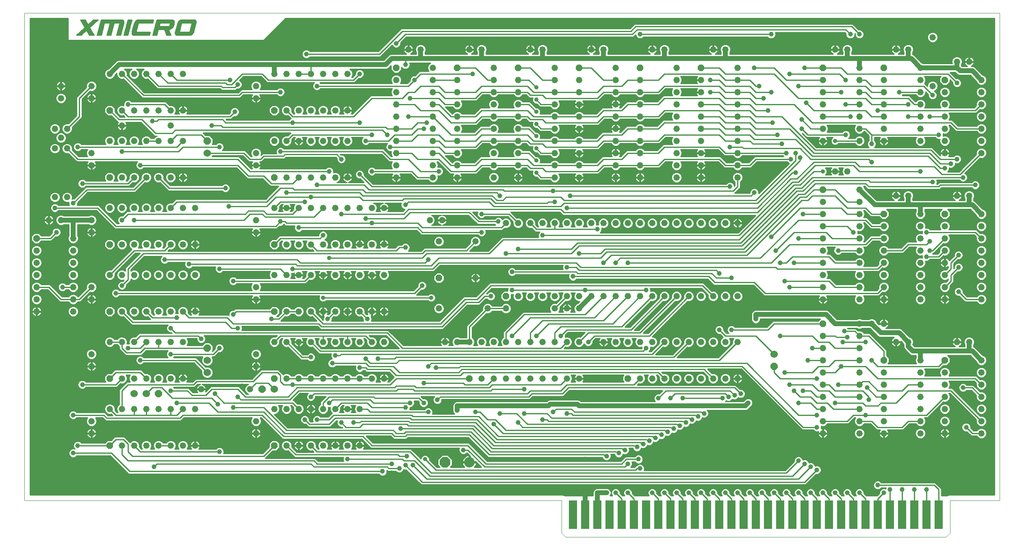
<source format=gtl>
G75*
G70*
%OFA0B0*%
%FSLAX24Y24*%
%IPPOS*%
%LPD*%
%AMOC8*
5,1,8,0,0,1.08239X$1,22.5*
%
%ADD10C,0.0000*%
%ADD11OC8,0.0520*%
%ADD12C,0.0520*%
%ADD13R,0.0650X0.2350*%
%ADD14OC8,0.0600*%
%ADD15C,0.0600*%
%ADD16OC8,0.0860*%
%ADD17C,0.0860*%
%ADD18C,0.2500*%
%ADD19C,0.0400*%
%ADD20C,0.0396*%
%ADD21C,0.0100*%
%ADD22C,0.0357*%
%ADD23C,0.0060*%
D10*
X000180Y003100D02*
X000180Y043100D01*
X080180Y043100D01*
X080180Y003100D01*
X076180Y003100D01*
X076110Y003100D01*
X076110Y000420D01*
X075790Y000100D01*
X044570Y000100D01*
X044250Y000420D01*
X044250Y003100D01*
X044180Y003100D01*
X000180Y003100D01*
D11*
X007180Y007600D03*
X007180Y013100D03*
X007180Y018600D03*
X007180Y024100D03*
X001180Y024600D03*
X007180Y029600D03*
X007180Y035100D03*
X020680Y035100D03*
X020680Y029600D03*
X020680Y024100D03*
X020680Y018600D03*
X020680Y013100D03*
X020680Y007600D03*
X036680Y013100D03*
X039680Y019850D03*
X034180Y021350D03*
X049680Y013100D03*
X065680Y017600D03*
X070680Y014600D03*
X075680Y014600D03*
X075680Y026600D03*
X070680Y026600D03*
X065680Y028600D03*
X075680Y037600D03*
X070680Y038600D03*
X065680Y038600D03*
X055680Y038600D03*
X050680Y038600D03*
X045680Y038600D03*
X040680Y038600D03*
X035680Y038600D03*
X030680Y038600D03*
D12*
X030680Y037600D03*
X030680Y036600D03*
X030680Y035600D03*
X030680Y034600D03*
X030680Y033600D03*
X030680Y032600D03*
X030680Y031600D03*
X030680Y030600D03*
X030680Y029600D03*
X033680Y029600D03*
X033680Y030600D03*
X033680Y031600D03*
X033680Y032600D03*
X033680Y033600D03*
X033680Y034600D03*
X033680Y035600D03*
X033680Y036600D03*
X033680Y037600D03*
X033680Y038600D03*
X032680Y040100D03*
X031680Y040100D03*
X035680Y037600D03*
X035680Y036600D03*
X035680Y035600D03*
X035680Y034600D03*
X035680Y033600D03*
X035680Y032600D03*
X035680Y031600D03*
X035680Y030600D03*
X035680Y029600D03*
X038680Y029600D03*
X038680Y030600D03*
X040680Y030600D03*
X040680Y029600D03*
X043680Y029600D03*
X043680Y030600D03*
X045680Y030600D03*
X045680Y029600D03*
X048680Y029600D03*
X048680Y030600D03*
X048680Y031600D03*
X048680Y032600D03*
X048680Y033600D03*
X048680Y034600D03*
X048680Y035600D03*
X048680Y036600D03*
X048680Y037600D03*
X048680Y038600D03*
X047680Y040100D03*
X046680Y040100D03*
X043680Y038600D03*
X043680Y037600D03*
X043680Y036600D03*
X043680Y035600D03*
X045680Y035600D03*
X045680Y036600D03*
X045680Y037600D03*
X042680Y040100D03*
X041680Y040100D03*
X038680Y038600D03*
X038680Y037600D03*
X038680Y036600D03*
X038680Y035600D03*
X040680Y035600D03*
X040680Y036600D03*
X040680Y037600D03*
X037680Y040100D03*
X036680Y040100D03*
X026680Y038100D03*
X025680Y038100D03*
X024680Y038100D03*
X023680Y038100D03*
X022680Y038100D03*
X021680Y038100D03*
X020680Y038100D03*
X019180Y037100D03*
X019180Y036100D03*
X021680Y035100D03*
X022680Y035100D03*
X023680Y035100D03*
X024680Y035100D03*
X025680Y035100D03*
X026680Y035100D03*
X026680Y032600D03*
X025680Y032600D03*
X024680Y032600D03*
X023680Y032600D03*
X022680Y032600D03*
X021680Y032600D03*
X020680Y032600D03*
X019180Y031600D03*
X019180Y030600D03*
X021680Y029600D03*
X022680Y029600D03*
X023680Y029600D03*
X024680Y029600D03*
X025680Y029600D03*
X026680Y029600D03*
X026680Y027100D03*
X027680Y027100D03*
X028680Y027100D03*
X029680Y027100D03*
X033430Y026100D03*
X034430Y026100D03*
X034180Y024350D03*
X037180Y024350D03*
X039680Y025850D03*
X040680Y025850D03*
X041680Y025850D03*
X042680Y025850D03*
X043680Y025850D03*
X044680Y025850D03*
X045680Y025850D03*
X046680Y025850D03*
X047680Y025850D03*
X048680Y025850D03*
X049680Y025850D03*
X050680Y025850D03*
X051680Y025850D03*
X052680Y025850D03*
X053680Y025850D03*
X054680Y025850D03*
X055680Y025850D03*
X056680Y025850D03*
X057680Y025850D03*
X058680Y025850D03*
X065680Y025600D03*
X065680Y026600D03*
X065680Y027600D03*
X068680Y027600D03*
X068680Y026600D03*
X068680Y025600D03*
X070680Y025600D03*
X070680Y024600D03*
X070680Y023600D03*
X070680Y022600D03*
X068680Y022600D03*
X068680Y023600D03*
X068680Y024600D03*
X065680Y024600D03*
X065680Y023600D03*
X065680Y022600D03*
X065680Y021600D03*
X065680Y020600D03*
X065680Y019600D03*
X068680Y019600D03*
X068680Y020600D03*
X068680Y021600D03*
X070680Y021600D03*
X070680Y020600D03*
X070680Y019600D03*
X073680Y019600D03*
X073680Y020600D03*
X073680Y021600D03*
X073680Y022600D03*
X073680Y023600D03*
X073680Y024600D03*
X073680Y025600D03*
X073680Y026600D03*
X072680Y028100D03*
X071680Y028100D03*
X068680Y028600D03*
X067680Y030100D03*
X066680Y030100D03*
X065680Y032600D03*
X065680Y033600D03*
X065680Y034600D03*
X065680Y035600D03*
X065680Y036600D03*
X065680Y037600D03*
X068680Y037600D03*
X068680Y036600D03*
X068680Y035600D03*
X070680Y035600D03*
X070680Y036600D03*
X070680Y037600D03*
X068680Y038600D03*
X067680Y040100D03*
X066680Y040100D03*
X071680Y040100D03*
X072680Y040100D03*
X074680Y041100D03*
X076680Y039100D03*
X077680Y039100D03*
X078680Y037600D03*
X078680Y036600D03*
X078680Y035600D03*
X078680Y034600D03*
X078680Y033600D03*
X078680Y032600D03*
X078680Y031600D03*
X075680Y031600D03*
X075680Y032600D03*
X075680Y033600D03*
X075680Y034600D03*
X075680Y035600D03*
X075680Y036600D03*
X074680Y037100D03*
X073680Y036600D03*
X073680Y035600D03*
X073680Y034600D03*
X073680Y033600D03*
X073680Y032600D03*
X070680Y032600D03*
X070680Y033600D03*
X070680Y034600D03*
X068680Y034600D03*
X068680Y033600D03*
X068680Y032600D03*
X073680Y037600D03*
X073680Y038600D03*
X058680Y038600D03*
X058680Y037600D03*
X058680Y036600D03*
X058680Y035600D03*
X058680Y034600D03*
X058680Y033600D03*
X058680Y032600D03*
X058680Y031600D03*
X058680Y030600D03*
X058680Y029600D03*
X055680Y029600D03*
X055680Y030600D03*
X055680Y031600D03*
X055680Y032600D03*
X055680Y033600D03*
X055680Y034600D03*
X055680Y035600D03*
X055680Y036600D03*
X055680Y037600D03*
X053680Y037600D03*
X053680Y036600D03*
X053680Y035600D03*
X053680Y034600D03*
X053680Y033600D03*
X053680Y032600D03*
X053680Y031600D03*
X053680Y030600D03*
X053680Y029600D03*
X050680Y029600D03*
X050680Y030600D03*
X050680Y031600D03*
X050680Y032600D03*
X050680Y033600D03*
X050680Y034600D03*
X050680Y035600D03*
X050680Y036600D03*
X050680Y037600D03*
X053680Y038600D03*
X052680Y040100D03*
X051680Y040100D03*
X056680Y040100D03*
X057680Y040100D03*
X045680Y034600D03*
X045680Y033600D03*
X045680Y032600D03*
X045680Y031600D03*
X043680Y031600D03*
X043680Y032600D03*
X043680Y033600D03*
X043680Y034600D03*
X040680Y034600D03*
X040680Y033600D03*
X040680Y032600D03*
X040680Y031600D03*
X038680Y031600D03*
X038680Y032600D03*
X038680Y033600D03*
X038680Y034600D03*
X025680Y027100D03*
X024680Y027100D03*
X023680Y027100D03*
X022680Y027100D03*
X021680Y027100D03*
X020680Y027100D03*
X019180Y026100D03*
X019180Y025100D03*
X021680Y024100D03*
X022680Y024100D03*
X023680Y024100D03*
X024680Y024100D03*
X025680Y024100D03*
X026680Y024100D03*
X027680Y024100D03*
X028680Y024100D03*
X029680Y024100D03*
X029680Y021600D03*
X028680Y021600D03*
X027680Y021600D03*
X026680Y021600D03*
X025680Y021600D03*
X024680Y021600D03*
X023680Y021600D03*
X022680Y021600D03*
X021680Y021600D03*
X020680Y021600D03*
X019180Y020600D03*
X019180Y019600D03*
X021680Y018600D03*
X022680Y018600D03*
X023680Y018600D03*
X024680Y018600D03*
X025680Y018600D03*
X026680Y018600D03*
X027680Y018600D03*
X028680Y018600D03*
X029680Y018600D03*
X029680Y016100D03*
X028680Y016100D03*
X027680Y016100D03*
X026680Y016100D03*
X025680Y016100D03*
X024680Y016100D03*
X023680Y016100D03*
X022680Y016100D03*
X021680Y016100D03*
X020680Y016100D03*
X019180Y015100D03*
X019180Y014100D03*
X021680Y013100D03*
X022680Y013100D03*
X023680Y013100D03*
X024680Y013100D03*
X025680Y013100D03*
X026680Y013100D03*
X027680Y013100D03*
X028680Y013100D03*
X029680Y013100D03*
X027680Y010600D03*
X026680Y010600D03*
X025680Y010600D03*
X024680Y010600D03*
X023680Y010600D03*
X022680Y010600D03*
X021680Y010600D03*
X020680Y010600D03*
X019180Y009600D03*
X019180Y008600D03*
X021680Y007600D03*
X022680Y007600D03*
X023680Y007600D03*
X024680Y007600D03*
X025680Y007600D03*
X026680Y007600D03*
X027680Y007600D03*
X018680Y012225D03*
X014680Y012225D03*
X013180Y013100D03*
X012180Y013100D03*
X011180Y013100D03*
X010180Y013100D03*
X009180Y013100D03*
X008180Y013100D03*
X005680Y014100D03*
X005680Y015100D03*
X007180Y016100D03*
X008180Y016100D03*
X009180Y016100D03*
X010180Y016100D03*
X011180Y016100D03*
X012180Y016100D03*
X013180Y016100D03*
X013180Y018600D03*
X012180Y018600D03*
X011180Y018600D03*
X010180Y018600D03*
X009180Y018600D03*
X008180Y018600D03*
X005680Y019600D03*
X005680Y020600D03*
X004180Y020600D03*
X004180Y019600D03*
X004180Y018600D03*
X001180Y018600D03*
X001180Y019600D03*
X001180Y020600D03*
X001180Y021600D03*
X001180Y022600D03*
X001180Y023600D03*
X004180Y023600D03*
X004180Y022600D03*
X004180Y021600D03*
X007180Y021600D03*
X008180Y021600D03*
X009180Y021600D03*
X010180Y021600D03*
X011180Y021600D03*
X012180Y021600D03*
X013180Y021600D03*
X014180Y021600D03*
X014180Y024100D03*
X013180Y024100D03*
X012180Y024100D03*
X011180Y024100D03*
X010180Y024100D03*
X009180Y024100D03*
X008180Y024100D03*
X005680Y025100D03*
X004180Y024600D03*
X003180Y026100D03*
X002180Y026100D03*
X002680Y027975D03*
X003680Y027975D03*
X005680Y026100D03*
X007180Y027100D03*
X008180Y027100D03*
X009180Y027100D03*
X010180Y027100D03*
X011180Y027100D03*
X012180Y027100D03*
X013180Y027100D03*
X014180Y027100D03*
X013180Y029600D03*
X012180Y029600D03*
X011180Y029600D03*
X010180Y029600D03*
X009180Y029600D03*
X008180Y029600D03*
X005680Y030600D03*
X005680Y031600D03*
X007180Y032600D03*
X008180Y032600D03*
X009180Y032600D03*
X010180Y032600D03*
X011180Y032600D03*
X012180Y032600D03*
X013180Y032600D03*
X012180Y033850D03*
X012180Y035100D03*
X013180Y035100D03*
X011180Y035100D03*
X010180Y035100D03*
X009180Y035100D03*
X008180Y035100D03*
X008180Y033850D03*
X005680Y036100D03*
X005680Y037100D03*
X007180Y038100D03*
X008180Y038100D03*
X009180Y038100D03*
X010180Y038100D03*
X011180Y038100D03*
X012180Y038100D03*
X013180Y038100D03*
X003680Y033600D03*
X002680Y033600D03*
X003180Y032850D03*
X002680Y031975D03*
X003680Y031975D03*
X003180Y036100D03*
X003180Y037100D03*
X034180Y018850D03*
X038180Y018850D03*
X039680Y018850D03*
X040680Y019850D03*
X041680Y019850D03*
X042680Y019850D03*
X043680Y019850D03*
X044680Y019850D03*
X045680Y019850D03*
X045680Y018850D03*
X044680Y018850D03*
X043680Y018850D03*
X046680Y019850D03*
X047680Y019850D03*
X048680Y019850D03*
X049680Y019850D03*
X050680Y019850D03*
X051680Y019850D03*
X052680Y019850D03*
X053680Y019850D03*
X054680Y019850D03*
X055680Y019850D03*
X056680Y019850D03*
X057680Y019850D03*
X058680Y019850D03*
X058680Y016100D03*
X057680Y016100D03*
X056680Y016100D03*
X055680Y016100D03*
X054680Y016100D03*
X053680Y016100D03*
X052680Y016100D03*
X051680Y016100D03*
X050680Y016100D03*
X049680Y016100D03*
X048680Y016100D03*
X047680Y016100D03*
X045680Y016100D03*
X044680Y016100D03*
X043680Y016100D03*
X042680Y016100D03*
X041680Y016100D03*
X040680Y016100D03*
X039680Y016100D03*
X038680Y016100D03*
X037680Y016100D03*
X036680Y016100D03*
X035680Y016100D03*
X034680Y016100D03*
X037680Y013100D03*
X038680Y013100D03*
X039680Y013100D03*
X040680Y013100D03*
X041680Y013100D03*
X042680Y013100D03*
X043680Y013100D03*
X044680Y013100D03*
X045680Y013100D03*
X050680Y013100D03*
X051680Y013100D03*
X052680Y013100D03*
X053680Y013100D03*
X054680Y013100D03*
X055680Y013100D03*
X056680Y013100D03*
X057680Y013100D03*
X058680Y013100D03*
X065680Y012600D03*
X065680Y013600D03*
X065680Y014600D03*
X065680Y015600D03*
X065680Y016600D03*
X068680Y016600D03*
X068680Y015600D03*
X068680Y014600D03*
X068680Y013600D03*
X068680Y012600D03*
X070680Y012600D03*
X070680Y013600D03*
X073680Y013600D03*
X073680Y012600D03*
X073680Y011600D03*
X073680Y010600D03*
X073680Y009600D03*
X073680Y008600D03*
X075680Y008600D03*
X075680Y009600D03*
X075680Y010600D03*
X075680Y011600D03*
X075680Y012600D03*
X075680Y013600D03*
X073680Y014600D03*
X072680Y016100D03*
X071680Y016100D03*
X070680Y017600D03*
X069680Y017600D03*
X068680Y017600D03*
X075680Y019600D03*
X075680Y020600D03*
X075680Y021600D03*
X075680Y022600D03*
X075680Y023600D03*
X075680Y024600D03*
X075680Y025600D03*
X078680Y025600D03*
X078680Y026600D03*
X077680Y028100D03*
X076680Y028100D03*
X078680Y024600D03*
X078680Y023600D03*
X078680Y022600D03*
X078680Y021600D03*
X078680Y020600D03*
X078680Y019600D03*
X077680Y016100D03*
X076680Y016100D03*
X078680Y014600D03*
X078680Y013600D03*
X078680Y012600D03*
X078680Y011600D03*
X078680Y010600D03*
X078680Y009600D03*
X078680Y008600D03*
X070680Y008600D03*
X068680Y008600D03*
X068680Y009600D03*
X068680Y010600D03*
X068680Y011600D03*
X070680Y011600D03*
X070680Y010600D03*
X070680Y009600D03*
X065680Y009600D03*
X065680Y010600D03*
X065680Y011600D03*
X065680Y008600D03*
X037180Y021350D03*
X014180Y018600D03*
X014180Y010600D03*
X013180Y010600D03*
X012180Y010600D03*
X011180Y010600D03*
X010180Y010600D03*
X009180Y010600D03*
X008180Y010600D03*
X007180Y010600D03*
X005680Y009600D03*
X005680Y008600D03*
X008180Y007600D03*
X009180Y007600D03*
X010180Y007600D03*
X011180Y007600D03*
X012180Y007600D03*
X013180Y007600D03*
X014180Y007600D03*
D13*
X045180Y001915D03*
X046180Y001915D03*
X047180Y001915D03*
X048180Y001915D03*
X049180Y001915D03*
X050180Y001915D03*
X051180Y001915D03*
X052180Y001915D03*
X053180Y001915D03*
X054180Y001915D03*
X055180Y001915D03*
X056180Y001915D03*
X057180Y001915D03*
X058180Y001915D03*
X059180Y001915D03*
X060180Y001915D03*
X061180Y001915D03*
X062180Y001915D03*
X063180Y001915D03*
X064180Y001915D03*
X065180Y001915D03*
X066180Y001915D03*
X067180Y001915D03*
X068180Y001915D03*
X069180Y001915D03*
X070180Y001915D03*
X071180Y001915D03*
X072180Y001915D03*
X073180Y001915D03*
X074180Y001915D03*
X075180Y001915D03*
D14*
X061680Y014100D03*
X019680Y012225D03*
X015180Y015600D03*
X011180Y011850D03*
X015180Y032600D03*
D15*
X015180Y031600D03*
X015180Y014600D03*
X015180Y013600D03*
X010180Y011850D03*
X009180Y011850D03*
X020680Y012225D03*
X061680Y015100D03*
D16*
X034680Y006225D03*
D17*
X036680Y006225D03*
D18*
X002180Y005100D03*
X002180Y041100D03*
X078180Y041100D03*
X078180Y005100D03*
D19*
X078680Y014600D02*
X077930Y015350D01*
X077680Y015350D01*
X077680Y016100D01*
X077680Y015350D02*
X073680Y015350D01*
X073055Y015350D01*
X072680Y015725D01*
X072680Y016100D01*
X071930Y016850D01*
X070430Y016850D01*
X069680Y017600D01*
X068680Y017600D01*
X066680Y017600D01*
X065930Y018350D01*
X065305Y018350D01*
X064930Y018350D01*
X060180Y018350D01*
X060180Y017975D01*
X059555Y011100D02*
X059305Y010850D01*
X048680Y010850D01*
X048305Y010850D01*
X045680Y010850D01*
X045555Y010975D01*
X043305Y010975D01*
X043180Y010850D01*
X035680Y010850D01*
X035680Y010475D01*
X035680Y016100D02*
X036680Y016100D01*
X045680Y018850D02*
X046680Y019850D01*
X068680Y028600D02*
X069930Y027350D01*
X072680Y027350D01*
X073680Y027350D01*
X073680Y026600D01*
X073680Y027350D02*
X077680Y027350D01*
X077680Y028100D01*
X077680Y027350D02*
X077930Y027350D01*
X078680Y026600D01*
X072680Y027350D02*
X072680Y028100D01*
X078680Y037600D02*
X077930Y038350D01*
X076930Y038350D01*
X076680Y038600D01*
X076680Y039100D01*
X076680Y038600D02*
X073680Y038600D01*
X072930Y039350D01*
X072680Y039350D01*
X068680Y039350D01*
X068680Y038600D01*
X068680Y039350D02*
X067680Y039350D01*
X065305Y039350D01*
X064930Y039350D01*
X057680Y039350D01*
X052680Y039350D01*
X047680Y039350D01*
X047680Y040100D01*
X047680Y039350D02*
X042680Y039350D01*
X042680Y040100D01*
X042680Y039350D02*
X037680Y039350D01*
X037680Y040100D01*
X037680Y039350D02*
X032680Y039350D01*
X032680Y040100D01*
X032680Y039350D02*
X031430Y039350D01*
X030305Y039350D01*
X029805Y038850D01*
X023680Y038850D01*
X020680Y038850D01*
X020680Y038100D01*
X020680Y038850D02*
X007930Y038850D01*
X007180Y038100D01*
X005680Y026100D02*
X004180Y026100D01*
X004180Y024600D01*
X004180Y026100D02*
X003180Y026100D01*
X046180Y003725D02*
X046180Y001915D01*
X047180Y001915D02*
X047180Y003725D01*
X047555Y003725D01*
X047930Y003725D01*
X073680Y014600D02*
X073680Y015350D01*
X072680Y039350D02*
X072680Y040100D01*
X067680Y040100D02*
X067680Y039350D01*
X057680Y039350D02*
X057680Y040100D01*
X052680Y040100D02*
X052680Y039350D01*
D20*
X050680Y041350D03*
X050180Y042350D03*
X045180Y042350D03*
X040180Y042350D03*
X034180Y042350D03*
X030680Y040600D03*
X028180Y040850D03*
X031430Y038850D03*
X031555Y038100D03*
X032180Y037600D03*
X031805Y036100D03*
X031680Y034600D03*
X033180Y034100D03*
X032930Y033600D03*
X029930Y033100D03*
X030180Y032100D03*
X028680Y033100D03*
X028180Y032600D03*
X027680Y034100D03*
X026180Y031100D03*
X025180Y030100D03*
X024180Y028975D03*
X023680Y027975D03*
X023180Y027600D03*
X021680Y028350D03*
X019180Y029350D03*
X016680Y028725D03*
X016930Y027225D03*
X021180Y025975D03*
X021180Y025350D03*
X022680Y025475D03*
X024680Y024850D03*
X026180Y026600D03*
X028180Y026225D03*
X028680Y025850D03*
X031430Y027350D03*
X027680Y029850D03*
X028680Y030100D03*
X034180Y030100D03*
X036805Y031475D03*
X039680Y029600D03*
X039180Y028100D03*
X037680Y026600D03*
X039055Y025975D03*
X037680Y025100D03*
X039680Y023350D03*
X040680Y023725D03*
X042680Y024850D03*
X043680Y026600D03*
X044680Y027100D03*
X043680Y027600D03*
X044930Y028100D03*
X043555Y028475D03*
X041180Y026600D03*
X047180Y025350D03*
X045680Y023350D03*
X044680Y022225D03*
X045180Y021475D03*
X044180Y021100D03*
X046180Y020350D03*
X047680Y022600D03*
X048680Y022600D03*
X049680Y022600D03*
X051180Y020350D03*
X056555Y020600D03*
X058180Y021350D03*
X057180Y021725D03*
X059555Y019975D03*
X059555Y019600D03*
X060180Y018350D03*
X060180Y017975D03*
X058180Y017100D03*
X057180Y017100D03*
X056430Y015100D03*
X058430Y011725D03*
X057930Y011600D03*
X057430Y011475D03*
X058930Y011850D03*
X059555Y011100D03*
X059305Y010850D03*
X061180Y010600D03*
X063680Y011100D03*
X063305Y012100D03*
X064055Y012100D03*
X062930Y012600D03*
X062555Y013600D03*
X064430Y014600D03*
X064805Y015600D03*
X067305Y016100D03*
X067680Y016475D03*
X067430Y016975D03*
X069180Y016100D03*
X069680Y014600D03*
X067180Y014100D03*
X065180Y013100D03*
X066930Y012600D03*
X069305Y012350D03*
X069430Y011350D03*
X069180Y010100D03*
X066680Y011100D03*
X065180Y010100D03*
X065180Y009100D03*
X063680Y006350D03*
X064180Y006100D03*
X064680Y005850D03*
X065180Y005600D03*
X064680Y003725D03*
X063680Y003725D03*
X062680Y003725D03*
X061680Y003725D03*
X060680Y003725D03*
X059680Y003725D03*
X058680Y003725D03*
X057680Y003725D03*
X056680Y003725D03*
X055680Y003725D03*
X054680Y003725D03*
X053680Y003725D03*
X052680Y003725D03*
X051680Y003725D03*
X049680Y003725D03*
X048680Y003725D03*
X047930Y003725D03*
X047555Y003725D03*
X047180Y003725D03*
X046180Y003725D03*
X045930Y004100D03*
X045680Y003725D03*
X041180Y004100D03*
X036180Y004100D03*
X032055Y005975D03*
X031430Y005975D03*
X030930Y005725D03*
X030305Y005350D03*
X029555Y005475D03*
X030305Y006100D03*
X031555Y006725D03*
X029430Y008225D03*
X031055Y008975D03*
X033305Y010350D03*
X032930Y011100D03*
X031805Y011100D03*
X031430Y010725D03*
X034055Y011350D03*
X034680Y011100D03*
X035680Y010850D03*
X035680Y010475D03*
X037180Y010350D03*
X038680Y009350D03*
X039180Y010225D03*
X040680Y009475D03*
X041180Y010225D03*
X042680Y009725D03*
X043555Y010350D03*
X044680Y010225D03*
X046680Y011600D03*
X048305Y010850D03*
X048680Y010850D03*
X052180Y011475D03*
X053180Y011475D03*
X054180Y011475D03*
X055430Y009975D03*
X054930Y009725D03*
X054430Y009475D03*
X053930Y009225D03*
X053430Y008975D03*
X052930Y008725D03*
X052430Y008475D03*
X051930Y008225D03*
X051430Y007975D03*
X050930Y007725D03*
X050430Y007475D03*
X049430Y007225D03*
X048930Y006975D03*
X047930Y006725D03*
X046180Y006475D03*
X049680Y006100D03*
X050555Y006475D03*
X050680Y005725D03*
X055930Y010225D03*
X051180Y015600D03*
X046430Y016100D03*
X044180Y016600D03*
X042180Y016600D03*
X040180Y016600D03*
X036180Y017600D03*
X038430Y019850D03*
X040180Y020350D03*
X040180Y021850D03*
X034180Y020600D03*
X032805Y020725D03*
X033305Y022850D03*
X031430Y023850D03*
X022180Y022100D03*
X019180Y021475D03*
X017305Y021100D03*
X016180Y022100D03*
X013680Y022475D03*
X011680Y022850D03*
X008180Y020725D03*
X007680Y020100D03*
X003305Y020600D03*
X002805Y025100D03*
X002680Y027100D03*
X001680Y027475D03*
X004180Y027475D03*
X004930Y029100D03*
X008180Y031725D03*
X009680Y030600D03*
X004555Y032100D03*
X001680Y033100D03*
X008680Y035600D03*
X010680Y034225D03*
X015555Y033850D03*
X017430Y034975D03*
X021180Y036600D03*
X024180Y037100D03*
X027680Y038100D03*
X023305Y039725D03*
X022180Y039850D03*
X017680Y037225D03*
X017055Y037600D03*
X015180Y039850D03*
X010180Y039850D03*
X006180Y038850D03*
X016180Y032100D03*
X021180Y031725D03*
X022180Y034100D03*
X036805Y035350D03*
X038055Y034100D03*
X036930Y038100D03*
X055180Y042350D03*
X059305Y040350D03*
X059305Y039975D03*
X060055Y038600D03*
X060430Y037100D03*
X061430Y036600D03*
X060805Y036100D03*
X061180Y035100D03*
X061555Y034100D03*
X061930Y033100D03*
X062305Y032350D03*
X062680Y031600D03*
X063430Y031600D03*
X063805Y031225D03*
X063055Y031100D03*
X063430Y029975D03*
X060055Y028350D03*
X058055Y028850D03*
X057430Y029350D03*
X057055Y029350D03*
X058055Y032100D03*
X063930Y033600D03*
X063930Y034350D03*
X064305Y035725D03*
X063680Y037100D03*
X062930Y038100D03*
X064180Y038600D03*
X064930Y039350D03*
X065305Y039350D03*
X067555Y037600D03*
X067180Y036600D03*
X067555Y035600D03*
X067930Y034600D03*
X067555Y033100D03*
X069680Y032350D03*
X069680Y030850D03*
X073680Y030100D03*
X074680Y029225D03*
X075680Y030350D03*
X076180Y030725D03*
X076680Y031100D03*
X077180Y029600D03*
X078180Y028975D03*
X079430Y029100D03*
X075180Y033100D03*
X074430Y034600D03*
X072680Y034600D03*
X072680Y035600D03*
X071930Y036600D03*
X070180Y035100D03*
X074680Y036350D03*
X076680Y037350D03*
X079430Y034100D03*
X071680Y026600D03*
X074180Y025100D03*
X074430Y024350D03*
X074430Y023600D03*
X074180Y023100D03*
X076805Y023225D03*
X076805Y022225D03*
X079430Y024100D03*
X076805Y020225D03*
X079430Y019100D03*
X072930Y014600D03*
X077180Y012350D03*
X079430Y014100D03*
X079430Y009100D03*
X077430Y009100D03*
X076930Y008600D03*
X075555Y005100D03*
X075180Y004725D03*
X074180Y003975D03*
X073180Y003975D03*
X072180Y003975D03*
X071180Y003975D03*
X070680Y003725D03*
X070180Y004350D03*
X068680Y003725D03*
X067680Y003725D03*
X066680Y003725D03*
X065680Y003725D03*
X062180Y016600D03*
X064930Y018350D03*
X065305Y018350D03*
X062930Y020600D03*
X062555Y021100D03*
X062180Y022600D03*
X063305Y022600D03*
X061805Y023600D03*
X061430Y024725D03*
X063680Y024600D03*
X066930Y023600D03*
X068180Y025100D03*
X071680Y024100D03*
X064055Y026600D03*
X056430Y036600D03*
X056430Y037600D03*
X061430Y041350D03*
X060180Y042350D03*
X065180Y042350D03*
X067930Y041350D03*
X068680Y041350D03*
X070180Y042350D03*
X028305Y017975D03*
X030680Y016725D03*
X030430Y015725D03*
X029180Y014725D03*
X028180Y014725D03*
X027680Y013975D03*
X025680Y014975D03*
X025430Y014350D03*
X023680Y014850D03*
X022180Y012600D03*
X023680Y011600D03*
X025180Y011100D03*
X024180Y009725D03*
X023180Y009725D03*
X026180Y009475D03*
X027180Y009475D03*
X026680Y006475D03*
X026180Y004100D03*
X021180Y004100D03*
X016180Y004100D03*
X016180Y007100D03*
X010805Y005850D03*
X010680Y004100D03*
X004555Y006350D03*
X004180Y006975D03*
X004555Y007600D03*
X004180Y010100D03*
X003180Y011100D03*
X004930Y012600D03*
X009680Y014600D03*
X008680Y015600D03*
X012180Y015100D03*
X014680Y016350D03*
X016180Y015600D03*
X017680Y017225D03*
X017305Y018350D03*
X020430Y017975D03*
X025055Y017975D03*
X033305Y014100D03*
X033930Y013975D03*
X032930Y012725D03*
X034555Y008100D03*
X036180Y007225D03*
X036555Y007975D03*
X031180Y004100D03*
X017305Y010725D03*
X017680Y011600D03*
X018055Y012475D03*
X015805Y011850D03*
X016055Y010975D03*
X012680Y011100D03*
X012180Y012100D03*
X012180Y017225D03*
X012680Y018100D03*
X003180Y015600D03*
X008180Y026100D03*
X009180Y026100D03*
X041180Y012225D03*
D21*
X038555Y012225D01*
X038430Y012100D01*
X032180Y012100D01*
X032055Y012225D01*
X030805Y012225D01*
X030680Y012100D01*
X022680Y012100D01*
X021930Y011350D01*
X017930Y011350D01*
X017680Y011600D01*
X017680Y012225D02*
X018305Y011600D01*
X021805Y011600D01*
X022555Y012350D01*
X030555Y012350D01*
X030680Y012475D01*
X032180Y012475D01*
X032305Y012350D01*
X038305Y012350D01*
X038555Y012600D01*
X044180Y012600D01*
X044680Y013100D01*
X045083Y012950D02*
X045298Y012950D01*
X045300Y012943D02*
X045329Y012885D01*
X045367Y012833D01*
X045380Y012820D01*
X045008Y012820D01*
X045045Y012856D01*
X045110Y013014D01*
X045110Y013186D01*
X045045Y013344D01*
X045008Y013380D01*
X045380Y013380D01*
X045367Y013367D01*
X045329Y013315D01*
X045300Y013257D01*
X045280Y013196D01*
X045270Y013132D01*
X045270Y013130D01*
X045650Y013130D01*
X045650Y013070D01*
X045270Y013070D01*
X045270Y013068D01*
X045280Y013004D01*
X045300Y012943D01*
X045354Y012852D02*
X045040Y012852D01*
X045110Y013049D02*
X045273Y013049D01*
X045272Y013147D02*
X045110Y013147D01*
X045085Y013246D02*
X045296Y013246D01*
X045351Y013344D02*
X045044Y013344D01*
X045710Y013130D02*
X046090Y013130D01*
X046090Y013132D01*
X046080Y013196D01*
X046060Y013257D01*
X046031Y013315D01*
X045993Y013367D01*
X045980Y013380D01*
X049352Y013380D01*
X049250Y013278D01*
X049250Y012922D01*
X049352Y012820D01*
X045980Y012820D01*
X045993Y012833D01*
X046031Y012885D01*
X046060Y012943D01*
X046080Y013004D01*
X046090Y013068D01*
X046090Y013070D01*
X045710Y013070D01*
X045710Y013130D01*
X046009Y013344D02*
X049316Y013344D01*
X049250Y013246D02*
X046064Y013246D01*
X046088Y013147D02*
X049250Y013147D01*
X049250Y013049D02*
X046087Y013049D01*
X046062Y012950D02*
X049250Y012950D01*
X049320Y012852D02*
X046006Y012852D01*
X044805Y012350D02*
X044305Y011850D01*
X041805Y011850D01*
X041555Y011600D01*
X034305Y011600D01*
X034055Y011350D01*
X034304Y011079D02*
X035385Y011079D01*
X035366Y011060D02*
X035310Y010924D01*
X035310Y010401D01*
X035366Y010265D01*
X035437Y010195D01*
X033639Y010195D01*
X033673Y010277D01*
X033673Y010423D01*
X033617Y010559D01*
X033514Y010662D01*
X033378Y010718D01*
X033232Y010718D01*
X033096Y010662D01*
X033004Y010570D01*
X031764Y010570D01*
X031798Y010652D01*
X031798Y010732D01*
X031878Y010732D01*
X032014Y010788D01*
X032117Y010891D01*
X032173Y011027D01*
X032173Y011173D01*
X032139Y011255D01*
X032464Y011255D01*
X032562Y011157D01*
X032562Y011027D01*
X032618Y010891D01*
X032721Y010788D01*
X032857Y010732D01*
X033003Y010732D01*
X033139Y010788D01*
X033242Y010891D01*
X033298Y011027D01*
X033298Y011173D01*
X033242Y011309D01*
X033139Y011412D01*
X033003Y011468D01*
X032873Y011468D01*
X032711Y011630D01*
X033814Y011630D01*
X033743Y011559D01*
X033687Y011423D01*
X033687Y011277D01*
X033743Y011141D01*
X033846Y011038D01*
X033982Y010982D01*
X034128Y010982D01*
X034264Y011038D01*
X034367Y011141D01*
X034423Y011277D01*
X034423Y011380D01*
X041646Y011380D01*
X041775Y011509D01*
X041896Y011630D01*
X044396Y011630D01*
X044525Y011759D01*
X044896Y012130D01*
X052524Y012130D01*
X052237Y011843D01*
X052107Y011843D01*
X051971Y011787D01*
X051868Y011684D01*
X051812Y011548D01*
X051812Y011402D01*
X051868Y011266D01*
X051914Y011220D01*
X045833Y011220D01*
X045765Y011289D01*
X045629Y011345D01*
X043231Y011345D01*
X043095Y011289D01*
X043027Y011220D01*
X035606Y011220D01*
X035470Y011164D01*
X035366Y011060D01*
X035333Y010980D02*
X033279Y010980D01*
X033298Y011079D02*
X033806Y011079D01*
X033728Y011177D02*
X033297Y011177D01*
X033256Y011276D02*
X033687Y011276D01*
X033687Y011374D02*
X033177Y011374D01*
X032869Y011473D02*
X033707Y011473D01*
X033755Y011571D02*
X032770Y011571D01*
X032555Y011475D02*
X032930Y011100D01*
X032562Y011079D02*
X032173Y011079D01*
X032172Y011177D02*
X032542Y011177D01*
X032581Y010980D02*
X032154Y010980D01*
X032107Y010882D02*
X032628Y010882D01*
X032733Y010783D02*
X032002Y010783D01*
X031798Y010685D02*
X033151Y010685D01*
X033127Y010783D02*
X035310Y010783D01*
X035310Y010685D02*
X033459Y010685D01*
X033590Y010586D02*
X035310Y010586D01*
X035310Y010488D02*
X033646Y010488D01*
X033673Y010389D02*
X035315Y010389D01*
X035356Y010291D02*
X033673Y010291D01*
X033305Y010350D02*
X028555Y010350D01*
X028305Y010600D01*
X027680Y010600D01*
X027250Y010586D02*
X026710Y010586D01*
X026710Y010570D02*
X026710Y010630D01*
X027090Y010630D01*
X027090Y010632D01*
X027080Y010696D01*
X027060Y010757D01*
X027031Y010815D01*
X026993Y010867D01*
X026980Y010880D01*
X027352Y010880D01*
X027315Y010844D01*
X027250Y010686D01*
X027250Y010514D01*
X027315Y010356D01*
X027352Y010320D01*
X026980Y010320D01*
X026993Y010333D01*
X027031Y010385D01*
X027060Y010443D01*
X027080Y010504D01*
X027090Y010568D01*
X027090Y010570D01*
X026710Y010570D01*
X026650Y010570D02*
X026270Y010570D01*
X026270Y010568D01*
X026280Y010504D01*
X026300Y010443D01*
X026329Y010385D01*
X026367Y010333D01*
X026380Y010320D01*
X026008Y010320D01*
X026045Y010356D01*
X026110Y010514D01*
X026110Y010686D01*
X026100Y010709D01*
X026271Y010880D01*
X026380Y010880D01*
X026367Y010867D01*
X026329Y010815D01*
X026300Y010757D01*
X026280Y010696D01*
X026270Y010632D01*
X026270Y010630D01*
X026650Y010630D01*
X026650Y010570D01*
X026650Y010586D02*
X026110Y010586D01*
X026110Y010685D02*
X026278Y010685D01*
X026313Y010783D02*
X026174Y010783D01*
X026099Y010488D02*
X026285Y010488D01*
X026327Y010389D02*
X026058Y010389D01*
X025680Y010600D02*
X026180Y011100D01*
X028305Y011100D01*
X028680Y010725D01*
X031430Y010725D01*
X031771Y010586D02*
X033020Y010586D01*
X033232Y010882D02*
X035310Y010882D01*
X035503Y011177D02*
X034382Y011177D01*
X034423Y011276D02*
X043082Y011276D01*
X041837Y011571D02*
X051821Y011571D01*
X051812Y011473D02*
X041739Y011473D01*
X041430Y011850D02*
X023930Y011850D01*
X023680Y011600D01*
X023426Y011867D02*
X022758Y011867D01*
X022771Y011880D02*
X023439Y011880D01*
X023368Y011809D01*
X023312Y011673D01*
X023312Y011527D01*
X023368Y011391D01*
X023471Y011288D01*
X023607Y011232D01*
X023753Y011232D01*
X023889Y011288D01*
X023992Y011391D01*
X024048Y011527D01*
X024048Y011630D01*
X024899Y011630D01*
X024460Y011191D01*
X024460Y010974D01*
X024436Y010965D01*
X024315Y010844D01*
X024250Y010686D01*
X024250Y010514D01*
X024315Y010356D01*
X024436Y010235D01*
X024594Y010170D01*
X024766Y010170D01*
X024924Y010235D01*
X025045Y010356D01*
X025110Y010514D01*
X025110Y010686D01*
X025087Y010740D01*
X025107Y010732D01*
X025253Y010732D01*
X025273Y010740D01*
X025250Y010686D01*
X025250Y010514D01*
X025315Y010356D01*
X025408Y010264D01*
X025089Y009945D01*
X024481Y009945D01*
X024389Y010037D01*
X024253Y010093D01*
X024107Y010093D01*
X023971Y010037D01*
X023868Y009934D01*
X023812Y009798D01*
X023548Y009798D01*
X023492Y009934D01*
X023389Y010037D01*
X023253Y010093D01*
X023107Y010093D01*
X022971Y010037D01*
X022868Y009934D01*
X022812Y009798D01*
X021043Y009798D01*
X020945Y009897D02*
X022853Y009897D01*
X022812Y009798D02*
X022812Y009652D01*
X022868Y009516D01*
X022971Y009413D01*
X023107Y009357D01*
X023237Y009357D01*
X023464Y009130D01*
X025271Y009130D01*
X025400Y009259D01*
X025771Y009630D01*
X025846Y009630D01*
X025812Y009548D01*
X025812Y009402D01*
X025868Y009266D01*
X025971Y009163D01*
X026107Y009107D01*
X026237Y009107D01*
X026274Y009070D01*
X021771Y009070D01*
X020671Y010170D01*
X020766Y010170D01*
X020924Y010235D01*
X021045Y010356D01*
X021110Y010514D01*
X021110Y010686D01*
X021045Y010844D01*
X021008Y010880D01*
X021352Y010880D01*
X021315Y010844D01*
X021250Y010686D01*
X021250Y010514D01*
X021315Y010356D01*
X021436Y010235D01*
X021594Y010170D01*
X021766Y010170D01*
X021924Y010235D01*
X022045Y010356D01*
X022110Y010514D01*
X022110Y010686D01*
X022045Y010844D01*
X022008Y010880D01*
X022089Y010880D01*
X022260Y010709D01*
X022250Y010686D01*
X022250Y010514D01*
X022315Y010356D01*
X022436Y010235D01*
X022594Y010170D01*
X022766Y010170D01*
X022924Y010235D01*
X023045Y010356D01*
X023110Y010514D01*
X023110Y010686D01*
X023045Y010844D01*
X022924Y010965D01*
X022766Y011030D01*
X022594Y011030D01*
X022571Y011020D01*
X022271Y011320D01*
X022211Y011320D01*
X022771Y011880D01*
X022659Y011768D02*
X023351Y011768D01*
X023312Y011670D02*
X022561Y011670D01*
X022462Y011571D02*
X023312Y011571D01*
X023334Y011473D02*
X022364Y011473D01*
X022265Y011374D02*
X023385Y011374D01*
X023501Y011276D02*
X022316Y011276D01*
X022414Y011177D02*
X024460Y011177D01*
X024460Y011079D02*
X022513Y011079D01*
X022180Y011100D02*
X022680Y010600D01*
X022979Y010291D02*
X023410Y010291D01*
X023413Y010287D02*
X023465Y010249D01*
X023523Y010220D01*
X023584Y010200D01*
X023648Y010190D01*
X023650Y010190D01*
X023650Y010570D01*
X023270Y010570D01*
X023270Y010568D01*
X023280Y010504D01*
X023300Y010443D01*
X023329Y010385D01*
X023367Y010333D01*
X023413Y010287D01*
X023327Y010389D02*
X023058Y010389D01*
X023099Y010488D02*
X023285Y010488D01*
X023270Y010630D02*
X023650Y010630D01*
X023650Y011010D01*
X023648Y011010D01*
X023584Y011000D01*
X023523Y010980D01*
X022886Y010980D01*
X023007Y010882D02*
X023382Y010882D01*
X023367Y010867D02*
X023329Y010815D01*
X023300Y010757D01*
X023280Y010696D01*
X023270Y010632D01*
X023270Y010630D01*
X023278Y010685D02*
X023110Y010685D01*
X023110Y010586D02*
X023650Y010586D01*
X023650Y010570D02*
X023650Y010630D01*
X023710Y010630D01*
X023710Y011010D01*
X023712Y011010D01*
X023776Y011000D01*
X023837Y010980D01*
X024460Y010980D01*
X024353Y010882D02*
X023978Y010882D01*
X023993Y010867D02*
X023947Y010913D01*
X023895Y010951D01*
X023837Y010980D01*
X023710Y010980D02*
X023650Y010980D01*
X023650Y010882D02*
X023710Y010882D01*
X023710Y010783D02*
X023650Y010783D01*
X023650Y010685D02*
X023710Y010685D01*
X023710Y010630D02*
X024090Y010630D01*
X024090Y010632D01*
X024080Y010696D01*
X024060Y010757D01*
X024031Y010815D01*
X023993Y010867D01*
X024047Y010783D02*
X024290Y010783D01*
X024250Y010685D02*
X024082Y010685D01*
X024090Y010570D02*
X023710Y010570D01*
X023710Y010630D01*
X023710Y010586D02*
X024250Y010586D01*
X024261Y010488D02*
X024075Y010488D01*
X024080Y010504D02*
X024090Y010568D01*
X024090Y010570D01*
X024080Y010504D02*
X024060Y010443D01*
X024031Y010385D01*
X023993Y010333D01*
X023947Y010287D01*
X023895Y010249D01*
X023837Y010220D01*
X023776Y010200D01*
X023712Y010190D01*
X023710Y010190D01*
X023710Y010570D01*
X023650Y010570D01*
X023650Y010488D02*
X023710Y010488D01*
X023710Y010389D02*
X023650Y010389D01*
X023650Y010291D02*
X023710Y010291D01*
X023710Y010192D02*
X023650Y010192D01*
X023635Y010192D02*
X022819Y010192D01*
X022929Y009995D02*
X020846Y009995D01*
X020748Y010094D02*
X025237Y010094D01*
X025336Y010192D02*
X024819Y010192D01*
X024979Y010291D02*
X025381Y010291D01*
X025302Y010389D02*
X025058Y010389D01*
X025099Y010488D02*
X025261Y010488D01*
X025250Y010586D02*
X025110Y010586D01*
X025110Y010685D02*
X025250Y010685D01*
X025180Y011100D02*
X025430Y011350D01*
X028555Y011350D01*
X028805Y011100D01*
X031805Y011100D01*
X032555Y011475D02*
X028930Y011475D01*
X028805Y011600D01*
X025180Y011600D01*
X024680Y011100D01*
X024680Y010600D01*
X024381Y010291D02*
X023950Y010291D01*
X024033Y010389D02*
X024302Y010389D01*
X024541Y010192D02*
X023725Y010192D01*
X023929Y009995D02*
X023431Y009995D01*
X023507Y009897D02*
X023853Y009897D01*
X023812Y009798D02*
X023812Y009652D01*
X023846Y009570D01*
X023646Y009570D01*
X023548Y009668D01*
X023548Y009798D01*
X023548Y009700D02*
X023812Y009700D01*
X023833Y009601D02*
X023615Y009601D01*
X023555Y009350D02*
X023180Y009725D01*
X022833Y009601D02*
X021240Y009601D01*
X021142Y009700D02*
X022812Y009700D01*
X022882Y009503D02*
X021339Y009503D01*
X021437Y009404D02*
X022993Y009404D01*
X023288Y009306D02*
X021536Y009306D01*
X021634Y009207D02*
X023387Y009207D01*
X023555Y009350D02*
X025180Y009350D01*
X025680Y009850D01*
X031805Y009850D01*
X031930Y009725D01*
X037305Y009725D01*
X038930Y008100D01*
X051180Y008100D01*
X051430Y007975D01*
X051291Y007634D02*
X051357Y007607D01*
X051503Y007607D01*
X051639Y007663D01*
X051742Y007766D01*
X051791Y007884D01*
X051857Y007857D01*
X052003Y007857D01*
X052139Y007913D01*
X052242Y008016D01*
X052291Y008134D01*
X052357Y008107D01*
X052503Y008107D01*
X052639Y008163D01*
X052742Y008266D01*
X052791Y008384D01*
X052857Y008357D01*
X053003Y008357D01*
X053139Y008413D01*
X053242Y008516D01*
X053291Y008634D01*
X053357Y008607D01*
X053503Y008607D01*
X053639Y008663D01*
X053742Y008766D01*
X053791Y008884D01*
X053857Y008857D01*
X054003Y008857D01*
X054139Y008913D01*
X054242Y009016D01*
X054291Y009134D01*
X054357Y009107D01*
X054503Y009107D01*
X054639Y009163D01*
X054742Y009266D01*
X054791Y009384D01*
X054857Y009357D01*
X055003Y009357D01*
X055139Y009413D01*
X055242Y009516D01*
X055291Y009634D01*
X055357Y009607D01*
X055503Y009607D01*
X055639Y009663D01*
X055742Y009766D01*
X055791Y009884D01*
X055857Y009857D01*
X056003Y009857D01*
X056139Y009913D01*
X056242Y010016D01*
X056298Y010152D01*
X056298Y010298D01*
X056242Y010434D01*
X056196Y010480D01*
X059379Y010480D01*
X059515Y010536D01*
X059869Y010890D01*
X059925Y011026D01*
X059925Y011174D01*
X059869Y011310D01*
X059765Y011414D01*
X059629Y011470D01*
X059481Y011470D01*
X059345Y011414D01*
X059152Y011220D01*
X057696Y011220D01*
X057742Y011266D01*
X057747Y011278D01*
X057857Y011232D01*
X058003Y011232D01*
X058139Y011288D01*
X058242Y011391D01*
X058247Y011403D01*
X058357Y011357D01*
X058503Y011357D01*
X058639Y011413D01*
X058742Y011516D01*
X058747Y011528D01*
X058857Y011482D01*
X059003Y011482D01*
X059139Y011538D01*
X059242Y011641D01*
X059298Y011777D01*
X059298Y011923D01*
X059242Y012059D01*
X059139Y012162D01*
X060682Y012162D01*
X060780Y012064D02*
X059237Y012064D01*
X059281Y011965D02*
X060879Y011965D01*
X060977Y011867D02*
X059298Y011867D01*
X059294Y011768D02*
X061076Y011768D01*
X061174Y011670D02*
X059254Y011670D01*
X059172Y011571D02*
X061273Y011571D01*
X061371Y011473D02*
X058698Y011473D01*
X058545Y011374D02*
X059306Y011374D01*
X059207Y011276D02*
X058109Y011276D01*
X058225Y011374D02*
X058315Y011374D01*
X058430Y011725D02*
X058055Y012100D01*
X052805Y012100D01*
X052180Y011475D01*
X051823Y011374D02*
X034423Y011374D01*
X032930Y012725D02*
X036180Y012725D01*
X036305Y012600D01*
X038180Y012600D01*
X038680Y013100D01*
X036680Y013100D02*
X030680Y013100D01*
X030180Y012600D01*
X022180Y012600D01*
X021430Y012600D01*
X021180Y012850D01*
X021180Y013350D01*
X020930Y013600D01*
X019680Y013600D01*
X018930Y012850D01*
X014305Y012850D01*
X014055Y012600D01*
X008680Y012600D01*
X008180Y012100D01*
X008180Y010600D01*
X007750Y010586D02*
X007610Y010586D01*
X007610Y010514D02*
X007610Y010686D01*
X007545Y010844D01*
X007424Y010965D01*
X007266Y011030D01*
X007094Y011030D01*
X006936Y010965D01*
X006815Y010844D01*
X006750Y010686D01*
X006750Y010514D01*
X006815Y010356D01*
X006936Y010235D01*
X007094Y010170D01*
X007266Y010170D01*
X007289Y010180D01*
X007399Y010070D01*
X007021Y010070D01*
X006900Y010191D01*
X006771Y010320D01*
X004481Y010320D01*
X004389Y010412D01*
X004253Y010468D01*
X004107Y010468D01*
X003971Y010412D01*
X003868Y010309D01*
X003812Y010173D01*
X003812Y010027D01*
X003868Y009891D01*
X003971Y009788D01*
X004107Y009732D01*
X004253Y009732D01*
X004389Y009788D01*
X004481Y009880D01*
X005352Y009880D01*
X005315Y009844D01*
X005250Y009686D01*
X005250Y009514D01*
X005315Y009356D01*
X005436Y009235D01*
X005594Y009170D01*
X005766Y009170D01*
X005924Y009235D01*
X006045Y009356D01*
X006110Y009514D01*
X006110Y009686D01*
X006045Y009844D01*
X006008Y009880D01*
X006589Y009880D01*
X006839Y009630D01*
X013021Y009630D01*
X013150Y009759D01*
X013271Y009880D01*
X018852Y009880D01*
X018815Y009844D01*
X018750Y009686D01*
X018750Y009514D01*
X018815Y009356D01*
X018936Y009235D01*
X019094Y009170D01*
X019266Y009170D01*
X019424Y009235D01*
X019545Y009356D01*
X019610Y009514D01*
X019610Y009686D01*
X019545Y009844D01*
X019508Y009880D01*
X019589Y009880D01*
X021339Y008130D01*
X027839Y008130D01*
X028589Y007380D01*
X035846Y007380D01*
X035812Y007298D01*
X035812Y007152D01*
X035868Y007016D01*
X035971Y006913D01*
X036107Y006857D01*
X036253Y006857D01*
X036389Y006913D01*
X036472Y006997D01*
X036730Y006739D01*
X036730Y006275D01*
X036630Y006275D01*
X036630Y006804D01*
X036544Y006791D01*
X036457Y006763D01*
X036376Y006721D01*
X036302Y006667D01*
X036238Y006603D01*
X036184Y006529D01*
X036142Y006448D01*
X036114Y006361D01*
X036101Y006275D01*
X036630Y006275D01*
X036630Y006175D01*
X036101Y006175D01*
X036114Y006089D01*
X036142Y006002D01*
X036184Y005921D01*
X036238Y005847D01*
X036265Y005820D01*
X035124Y005820D01*
X035280Y005976D01*
X035280Y006474D01*
X034929Y006825D01*
X034431Y006825D01*
X034080Y006474D01*
X034080Y005976D01*
X034236Y005820D01*
X034021Y005820D01*
X033403Y006438D01*
X033403Y006544D01*
X033350Y006672D01*
X033252Y006770D01*
X033124Y006823D01*
X032986Y006823D01*
X032858Y006770D01*
X032760Y006672D01*
X032707Y006544D01*
X032707Y006510D01*
X032025Y007191D01*
X031896Y007320D01*
X027980Y007320D01*
X027993Y007333D01*
X028031Y007385D01*
X028060Y007443D01*
X028080Y007504D01*
X028090Y007568D01*
X028090Y007570D01*
X027710Y007570D01*
X027710Y007630D01*
X027650Y007630D01*
X027650Y008010D01*
X027648Y008010D01*
X027584Y008000D01*
X027523Y007980D01*
X027465Y007951D01*
X027413Y007913D01*
X027367Y007867D01*
X027329Y007815D01*
X027300Y007757D01*
X027280Y007696D01*
X027270Y007632D01*
X027270Y007630D01*
X027650Y007630D01*
X027650Y007570D01*
X027270Y007570D01*
X027270Y007568D01*
X027280Y007504D01*
X027300Y007443D01*
X027329Y007385D01*
X027367Y007333D01*
X027380Y007320D01*
X027008Y007320D01*
X027045Y007356D01*
X027110Y007514D01*
X027110Y007686D01*
X027045Y007844D01*
X026924Y007965D01*
X026766Y008030D01*
X026594Y008030D01*
X026436Y007965D01*
X026315Y007844D01*
X026250Y007686D01*
X026250Y007514D01*
X026315Y007356D01*
X026352Y007320D01*
X025980Y007320D01*
X025993Y007333D01*
X026031Y007385D01*
X026060Y007443D01*
X026080Y007504D01*
X026090Y007568D01*
X026090Y007570D01*
X025710Y007570D01*
X025710Y007630D01*
X025650Y007630D01*
X025650Y008010D01*
X025648Y008010D01*
X025584Y008000D01*
X025523Y007980D01*
X025465Y007951D01*
X025413Y007913D01*
X025367Y007867D01*
X025329Y007815D01*
X025300Y007757D01*
X025280Y007696D01*
X025270Y007632D01*
X025270Y007630D01*
X025650Y007630D01*
X025650Y007570D01*
X025270Y007570D01*
X025270Y007568D01*
X025280Y007504D01*
X025300Y007443D01*
X025329Y007385D01*
X025367Y007333D01*
X025380Y007320D01*
X025008Y007320D01*
X025045Y007356D01*
X025110Y007514D01*
X025110Y007686D01*
X025045Y007844D01*
X024924Y007965D01*
X024766Y008030D01*
X024594Y008030D01*
X024436Y007965D01*
X024315Y007844D01*
X024250Y007686D01*
X024250Y007514D01*
X024315Y007356D01*
X024352Y007320D01*
X024271Y007320D01*
X024100Y007491D01*
X024110Y007514D01*
X024110Y007686D01*
X024045Y007844D01*
X023924Y007965D01*
X023766Y008030D01*
X023594Y008030D01*
X023436Y007965D01*
X023315Y007844D01*
X023250Y007686D01*
X023250Y007514D01*
X023315Y007356D01*
X023436Y007235D01*
X023594Y007170D01*
X023766Y007170D01*
X023789Y007180D01*
X023899Y007070D01*
X022521Y007070D01*
X022100Y007491D01*
X022110Y007514D01*
X022110Y007686D01*
X022045Y007844D01*
X021924Y007965D01*
X021766Y008030D01*
X021594Y008030D01*
X021436Y007965D01*
X021315Y007844D01*
X021250Y007686D01*
X021250Y007514D01*
X021315Y007356D01*
X021436Y007235D01*
X021594Y007170D01*
X021766Y007170D01*
X021789Y007180D01*
X022339Y006630D01*
X026346Y006630D01*
X026312Y006548D01*
X026312Y006402D01*
X026346Y006320D01*
X024271Y006320D01*
X024021Y006570D01*
X019961Y006570D01*
X020025Y006634D01*
X020561Y007170D01*
X020858Y007170D01*
X021110Y007422D01*
X021110Y007778D01*
X020858Y008030D01*
X020502Y008030D01*
X020250Y007778D01*
X020250Y007481D01*
X019714Y006945D01*
X016514Y006945D01*
X016548Y007027D01*
X016548Y007173D01*
X016492Y007309D01*
X016389Y007412D01*
X016253Y007468D01*
X016107Y007468D01*
X015971Y007412D01*
X015879Y007320D01*
X014480Y007320D01*
X014493Y007333D01*
X014531Y007385D01*
X014560Y007443D01*
X014580Y007504D01*
X014590Y007568D01*
X014590Y007570D01*
X014210Y007570D01*
X014210Y007630D01*
X014150Y007630D01*
X014150Y008010D01*
X014148Y008010D01*
X014084Y008000D01*
X014023Y007980D01*
X013965Y007951D01*
X013913Y007913D01*
X013867Y007867D01*
X013829Y007815D01*
X013800Y007757D01*
X013780Y007696D01*
X013770Y007632D01*
X013770Y007630D01*
X014150Y007630D01*
X014150Y007570D01*
X013770Y007570D01*
X013770Y007568D01*
X013780Y007504D01*
X013800Y007443D01*
X013829Y007385D01*
X013867Y007333D01*
X013880Y007320D01*
X013508Y007320D01*
X013545Y007356D01*
X013610Y007514D01*
X013610Y007686D01*
X013545Y007844D01*
X013424Y007965D01*
X013266Y008030D01*
X013094Y008030D01*
X012936Y007965D01*
X012815Y007844D01*
X012750Y007686D01*
X012750Y007514D01*
X012815Y007356D01*
X012852Y007320D01*
X012508Y007320D01*
X012545Y007356D01*
X012610Y007514D01*
X012610Y007686D01*
X012545Y007844D01*
X012424Y007965D01*
X012266Y008030D01*
X012094Y008030D01*
X011936Y007965D01*
X011815Y007844D01*
X011806Y007820D01*
X011554Y007820D01*
X011545Y007844D01*
X011424Y007965D01*
X011266Y008030D01*
X011094Y008030D01*
X010936Y007965D01*
X010815Y007844D01*
X010750Y007686D01*
X010750Y007514D01*
X010815Y007356D01*
X010852Y007320D01*
X010508Y007320D01*
X010545Y007356D01*
X010610Y007514D01*
X010610Y007686D01*
X010545Y007844D01*
X010424Y007965D01*
X010266Y008030D01*
X010094Y008030D01*
X009936Y007965D01*
X009815Y007844D01*
X009750Y007686D01*
X009750Y007514D01*
X009815Y007356D01*
X009852Y007320D01*
X009771Y007320D01*
X009600Y007491D01*
X009610Y007514D01*
X009610Y007686D01*
X009545Y007844D01*
X009424Y007965D01*
X009266Y008030D01*
X009094Y008030D01*
X008936Y007965D01*
X008844Y007872D01*
X008525Y008191D01*
X008396Y008320D01*
X007589Y008320D01*
X007299Y008030D01*
X007002Y008030D01*
X006792Y007820D01*
X004856Y007820D01*
X004764Y007912D01*
X004628Y007968D01*
X004482Y007968D01*
X004346Y007912D01*
X004243Y007809D01*
X004187Y007673D01*
X004187Y007527D01*
X004243Y007391D01*
X004318Y007316D01*
X004253Y007343D01*
X004107Y007343D01*
X003971Y007287D01*
X003868Y007184D01*
X003812Y007048D01*
X003812Y006902D01*
X003868Y006766D01*
X003971Y006663D01*
X004107Y006607D01*
X004253Y006607D01*
X004389Y006663D01*
X004481Y006755D01*
X007214Y006755D01*
X008714Y005255D01*
X029254Y005255D01*
X029346Y005163D01*
X029482Y005107D01*
X029628Y005107D01*
X029764Y005163D01*
X029867Y005266D01*
X029923Y005402D01*
X029923Y005546D01*
X029964Y005505D01*
X030629Y005505D01*
X030721Y005413D01*
X030857Y005357D01*
X031003Y005357D01*
X031139Y005413D01*
X031242Y005516D01*
X031291Y005634D01*
X031357Y005607D01*
X031487Y005607D01*
X032714Y004380D01*
X064271Y004380D01*
X064400Y004509D01*
X065123Y005232D01*
X065253Y005232D01*
X065389Y005288D01*
X065492Y005391D01*
X065548Y005527D01*
X065548Y005673D01*
X065492Y005809D01*
X065389Y005912D01*
X065253Y005968D01*
X065107Y005968D01*
X065041Y005941D01*
X064992Y006059D01*
X064889Y006162D01*
X064753Y006218D01*
X064607Y006218D01*
X064541Y006191D01*
X064492Y006309D01*
X064389Y006412D01*
X064253Y006468D01*
X064107Y006468D01*
X064041Y006441D01*
X063992Y006559D01*
X063889Y006662D01*
X063753Y006718D01*
X063607Y006718D01*
X063471Y006662D01*
X063368Y006559D01*
X063312Y006423D01*
X063312Y006293D01*
X062589Y005570D01*
X051014Y005570D01*
X051048Y005652D01*
X051048Y005798D01*
X050992Y005934D01*
X050889Y006037D01*
X050753Y006093D01*
X050607Y006093D01*
X050471Y006037D01*
X050379Y005945D01*
X050339Y005945D01*
X050214Y005820D01*
X049921Y005820D01*
X049992Y005891D01*
X050048Y006027D01*
X050048Y006173D01*
X050014Y006255D01*
X050254Y006255D01*
X050346Y006163D01*
X050482Y006107D01*
X050628Y006107D01*
X050764Y006163D01*
X050867Y006266D01*
X050923Y006402D01*
X050923Y006548D01*
X050867Y006684D01*
X050764Y006787D01*
X050628Y006843D01*
X050482Y006843D01*
X050346Y006787D01*
X050254Y006695D01*
X049464Y006695D01*
X049089Y006320D01*
X038146Y006320D01*
X036775Y007691D01*
X036646Y007820D01*
X028771Y007820D01*
X028211Y008380D01*
X030214Y008380D01*
X030464Y008130D01*
X031521Y008130D01*
X031646Y008255D01*
X036589Y008255D01*
X038214Y006630D01*
X047571Y006630D01*
X047618Y006516D01*
X047721Y006413D01*
X047857Y006357D01*
X048003Y006357D01*
X048139Y006413D01*
X048242Y006516D01*
X048298Y006652D01*
X048298Y006798D01*
X048264Y006880D01*
X048571Y006880D01*
X048618Y006766D01*
X048721Y006663D01*
X048857Y006607D01*
X049003Y006607D01*
X049139Y006663D01*
X049242Y006766D01*
X049291Y006884D01*
X049357Y006857D01*
X049503Y006857D01*
X049639Y006913D01*
X049742Y007016D01*
X049798Y007152D01*
X049798Y007298D01*
X049764Y007380D01*
X050071Y007380D01*
X050118Y007266D01*
X050221Y007163D01*
X050357Y007107D01*
X050503Y007107D01*
X050639Y007163D01*
X050742Y007266D01*
X050791Y007384D01*
X050857Y007357D01*
X051003Y007357D01*
X051139Y007413D01*
X051242Y007516D01*
X051291Y007634D01*
X051290Y007631D02*
X051299Y007631D01*
X051249Y007533D02*
X079730Y007533D01*
X079730Y007631D02*
X051561Y007631D01*
X051705Y007730D02*
X079730Y007730D01*
X079730Y007828D02*
X051768Y007828D01*
X052152Y007927D02*
X079730Y007927D01*
X079730Y008025D02*
X052246Y008025D01*
X052286Y008124D02*
X052317Y008124D01*
X052543Y008124D02*
X079730Y008124D01*
X079730Y008222D02*
X078891Y008222D01*
X078924Y008235D02*
X078766Y008170D01*
X078594Y008170D01*
X078436Y008235D01*
X078315Y008356D01*
X078306Y008380D01*
X077839Y008380D01*
X077710Y008509D01*
X077710Y008509D01*
X077487Y008732D01*
X077357Y008732D01*
X077221Y008788D01*
X077118Y008891D01*
X077062Y009027D01*
X077062Y009173D01*
X077118Y009309D01*
X077221Y009412D01*
X077357Y009468D01*
X077503Y009468D01*
X077639Y009412D01*
X077742Y009309D01*
X077798Y009173D01*
X077798Y009043D01*
X078021Y008820D01*
X078306Y008820D01*
X078315Y008844D01*
X078436Y008965D01*
X078594Y009030D01*
X078766Y009030D01*
X078924Y008965D01*
X079045Y008844D01*
X079110Y008686D01*
X079110Y008514D01*
X079045Y008356D01*
X078924Y008235D01*
X079009Y008321D02*
X079730Y008321D01*
X079730Y008419D02*
X079070Y008419D01*
X079110Y008518D02*
X079730Y008518D01*
X079730Y008616D02*
X079110Y008616D01*
X079098Y008715D02*
X079730Y008715D01*
X079730Y008813D02*
X079057Y008813D01*
X078977Y008912D02*
X079730Y008912D01*
X079730Y009010D02*
X078814Y009010D01*
X078766Y009170D02*
X078594Y009170D01*
X078436Y009235D01*
X078315Y009356D01*
X078250Y009514D01*
X078250Y009686D01*
X078260Y009709D01*
X076089Y011880D01*
X076008Y011880D01*
X076045Y011844D01*
X076110Y011686D01*
X076110Y011514D01*
X076045Y011356D01*
X075924Y011235D01*
X075766Y011170D01*
X075594Y011170D01*
X075571Y011180D01*
X074271Y009880D01*
X074008Y009880D01*
X074045Y009844D01*
X074110Y009686D01*
X074110Y009514D01*
X074045Y009356D01*
X073924Y009235D01*
X073766Y009170D01*
X073594Y009170D01*
X073436Y009235D01*
X073315Y009356D01*
X073306Y009380D01*
X072771Y009380D01*
X072271Y008880D01*
X070980Y008880D01*
X070993Y008867D01*
X071031Y008815D01*
X071060Y008757D01*
X071080Y008696D01*
X071090Y008632D01*
X071090Y008630D01*
X070710Y008630D01*
X070710Y008570D01*
X071090Y008570D01*
X071090Y008568D01*
X071080Y008504D01*
X071060Y008443D01*
X071031Y008385D01*
X070993Y008333D01*
X070947Y008287D01*
X070895Y008249D01*
X070837Y008220D01*
X070776Y008200D01*
X070712Y008190D01*
X070710Y008190D01*
X070710Y008570D01*
X070650Y008570D01*
X070650Y008190D01*
X070648Y008190D01*
X070584Y008200D01*
X070523Y008220D01*
X070465Y008249D01*
X070413Y008287D01*
X070367Y008333D01*
X070329Y008385D01*
X070300Y008443D01*
X070280Y008504D01*
X070270Y008568D01*
X070270Y008570D01*
X070650Y008570D01*
X070650Y008630D01*
X070270Y008630D01*
X070270Y008632D01*
X070280Y008696D01*
X070300Y008757D01*
X070329Y008815D01*
X070367Y008867D01*
X070380Y008880D01*
X070089Y008880D01*
X069960Y009009D01*
X069589Y009380D01*
X069054Y009380D01*
X069045Y009356D01*
X068924Y009235D01*
X068766Y009170D01*
X068594Y009170D01*
X068436Y009235D01*
X068315Y009356D01*
X068250Y009514D01*
X068250Y009686D01*
X068315Y009844D01*
X068352Y009880D01*
X068271Y009880D01*
X067771Y009380D01*
X066054Y009380D01*
X066045Y009356D01*
X065924Y009235D01*
X065766Y009170D01*
X065594Y009170D01*
X065540Y009193D01*
X065548Y009173D01*
X065548Y009027D01*
X065530Y008982D01*
X065584Y009000D01*
X065648Y009010D01*
X065650Y009010D01*
X065650Y008630D01*
X065710Y008630D01*
X065710Y009010D01*
X065712Y009010D01*
X065776Y009000D01*
X065837Y008980D01*
X065895Y008951D01*
X065947Y008913D01*
X065993Y008867D01*
X066031Y008815D01*
X066060Y008757D01*
X066080Y008696D01*
X066090Y008632D01*
X066090Y008630D01*
X065710Y008630D01*
X065710Y008570D01*
X066090Y008570D01*
X066090Y008568D01*
X066080Y008504D01*
X066060Y008443D01*
X066031Y008385D01*
X065993Y008333D01*
X065947Y008287D01*
X065895Y008249D01*
X065837Y008220D01*
X065776Y008200D01*
X065712Y008190D01*
X065710Y008190D01*
X065710Y008570D01*
X065650Y008570D01*
X065650Y008190D01*
X065648Y008190D01*
X065584Y008200D01*
X065523Y008220D01*
X065465Y008249D01*
X065413Y008287D01*
X065367Y008333D01*
X065329Y008385D01*
X065300Y008443D01*
X065280Y008504D01*
X065270Y008568D01*
X065270Y008570D01*
X065650Y008570D01*
X065650Y008630D01*
X065270Y008630D01*
X065270Y008632D01*
X065280Y008696D01*
X065298Y008750D01*
X065253Y008732D01*
X065107Y008732D01*
X064971Y008788D01*
X064879Y008880D01*
X063964Y008880D01*
X058964Y013880D01*
X056211Y013880D01*
X056571Y013520D01*
X056594Y013530D01*
X056766Y013530D01*
X056924Y013465D01*
X057045Y013344D01*
X057110Y013186D01*
X057110Y013014D01*
X057045Y012856D01*
X056924Y012735D01*
X056766Y012670D01*
X056594Y012670D01*
X056436Y012735D01*
X056315Y012856D01*
X056250Y013014D01*
X056250Y013186D01*
X056260Y013209D01*
X055839Y013630D01*
X052461Y013630D01*
X052571Y013520D01*
X052594Y013530D01*
X052766Y013530D01*
X052924Y013465D01*
X053045Y013344D01*
X053110Y013186D01*
X053110Y013014D01*
X053045Y012856D01*
X052924Y012735D01*
X052766Y012670D01*
X052594Y012670D01*
X052436Y012735D01*
X052315Y012856D01*
X052250Y013014D01*
X052250Y013186D01*
X052260Y013209D01*
X052089Y013380D01*
X052008Y013380D01*
X052045Y013344D01*
X052110Y013186D01*
X052110Y013014D01*
X052045Y012856D01*
X051924Y012735D01*
X051766Y012670D01*
X051594Y012670D01*
X051436Y012735D01*
X051315Y012856D01*
X051250Y013014D01*
X051250Y013186D01*
X051315Y013344D01*
X051352Y013380D01*
X051008Y013380D01*
X051045Y013344D01*
X051110Y013186D01*
X051110Y013014D01*
X051045Y012856D01*
X050924Y012735D01*
X050766Y012670D01*
X050594Y012670D01*
X050571Y012680D01*
X050461Y012570D01*
X058521Y012570D01*
X058650Y012441D01*
X058873Y012218D01*
X059003Y012218D01*
X059139Y012162D01*
X058831Y012261D02*
X060583Y012261D01*
X060485Y012359D02*
X058732Y012359D01*
X058634Y012458D02*
X060386Y012458D01*
X060288Y012556D02*
X058535Y012556D01*
X058584Y012700D02*
X058648Y012690D01*
X058650Y012690D01*
X058650Y013070D01*
X058270Y013070D01*
X058270Y013068D01*
X058280Y013004D01*
X058300Y012943D01*
X058329Y012885D01*
X058367Y012833D01*
X058413Y012787D01*
X058465Y012749D01*
X058523Y012720D01*
X058584Y012700D01*
X058650Y012753D02*
X058710Y012753D01*
X058710Y012690D02*
X058712Y012690D01*
X058776Y012700D01*
X058837Y012720D01*
X058895Y012749D01*
X058947Y012787D01*
X058993Y012833D01*
X059031Y012885D01*
X059060Y012943D01*
X059080Y013004D01*
X059090Y013068D01*
X059090Y013070D01*
X058710Y013070D01*
X058710Y013130D01*
X058650Y013130D01*
X058650Y013510D01*
X058648Y013510D01*
X058584Y013500D01*
X058523Y013480D01*
X058465Y013451D01*
X058413Y013413D01*
X058367Y013367D01*
X058329Y013315D01*
X058300Y013257D01*
X058280Y013196D01*
X058270Y013132D01*
X058270Y013130D01*
X058650Y013130D01*
X058650Y013070D01*
X058710Y013070D01*
X058710Y012690D01*
X058710Y012852D02*
X058650Y012852D01*
X058650Y012950D02*
X058710Y012950D01*
X058710Y013049D02*
X058650Y013049D01*
X058650Y013147D02*
X058710Y013147D01*
X058710Y013130D02*
X058710Y013510D01*
X058712Y013510D01*
X058776Y013500D01*
X058837Y013480D01*
X058895Y013451D01*
X058947Y013413D01*
X058993Y013367D01*
X059031Y013315D01*
X059060Y013257D01*
X059080Y013196D01*
X059090Y013132D01*
X059090Y013130D01*
X058710Y013130D01*
X058710Y013246D02*
X058650Y013246D01*
X058650Y013344D02*
X058710Y013344D01*
X058710Y013443D02*
X058650Y013443D01*
X058454Y013443D02*
X057946Y013443D01*
X057924Y013465D02*
X057766Y013530D01*
X057594Y013530D01*
X057436Y013465D01*
X057315Y013344D01*
X057250Y013186D01*
X057250Y013014D01*
X057315Y012856D01*
X057436Y012735D01*
X057594Y012670D01*
X057766Y012670D01*
X057924Y012735D01*
X058045Y012856D01*
X058110Y013014D01*
X058110Y013186D01*
X058045Y013344D01*
X057924Y013465D01*
X058044Y013344D02*
X058351Y013344D01*
X058296Y013246D02*
X058085Y013246D01*
X058110Y013147D02*
X058272Y013147D01*
X058273Y013049D02*
X058110Y013049D01*
X058083Y012950D02*
X058298Y012950D01*
X058354Y012852D02*
X058040Y012852D01*
X057941Y012753D02*
X058460Y012753D01*
X058430Y012350D02*
X044805Y012350D01*
X044680Y012600D02*
X044180Y012100D01*
X041680Y012100D01*
X041430Y011850D01*
X043555Y010350D02*
X043805Y010600D01*
X045055Y010600D01*
X045305Y010350D01*
X055680Y010350D01*
X055930Y010225D01*
X056274Y010094D02*
X062750Y010094D01*
X062652Y010192D02*
X056298Y010192D01*
X056298Y010291D02*
X062553Y010291D01*
X062455Y010389D02*
X056261Y010389D01*
X056221Y009995D02*
X062849Y009995D01*
X062947Y009897D02*
X056099Y009897D01*
X055755Y009798D02*
X063046Y009798D01*
X063144Y009700D02*
X055675Y009700D01*
X055430Y009975D02*
X055180Y010100D01*
X045180Y010100D01*
X045055Y010225D01*
X044680Y010225D01*
X043430Y009850D02*
X043055Y010225D01*
X041180Y010225D01*
X040555Y010225D02*
X039180Y010225D01*
X038805Y009725D02*
X038180Y009725D01*
X037555Y010350D01*
X037180Y010350D01*
X037430Y009975D02*
X032055Y009975D01*
X031930Y010100D01*
X025555Y010100D01*
X025180Y009725D01*
X024180Y009725D01*
X024431Y009995D02*
X025139Y009995D01*
X025742Y009601D02*
X025834Y009601D01*
X025812Y009503D02*
X025644Y009503D01*
X025545Y009404D02*
X025812Y009404D01*
X025852Y009306D02*
X025447Y009306D01*
X025400Y009259D02*
X025400Y009259D01*
X025348Y009207D02*
X025927Y009207D01*
X026103Y009109D02*
X021733Y009109D01*
X021680Y008850D02*
X019805Y010725D01*
X017305Y010725D01*
X016555Y011100D02*
X022180Y011100D01*
X022186Y010783D02*
X022070Y010783D01*
X022110Y010685D02*
X022250Y010685D01*
X022250Y010586D02*
X022110Y010586D01*
X022099Y010488D02*
X022261Y010488D01*
X022302Y010389D02*
X022058Y010389D01*
X021979Y010291D02*
X022381Y010291D01*
X022541Y010192D02*
X021819Y010192D01*
X021541Y010192D02*
X020819Y010192D01*
X020979Y010291D02*
X021381Y010291D01*
X021302Y010389D02*
X021058Y010389D01*
X021099Y010488D02*
X021261Y010488D01*
X021250Y010586D02*
X021110Y010586D01*
X021110Y010685D02*
X021250Y010685D01*
X021290Y010783D02*
X021070Y010783D01*
X019805Y010350D02*
X016055Y010350D01*
X015305Y011100D01*
X012680Y011100D01*
X012305Y011475D02*
X015555Y011475D01*
X016055Y010975D01*
X016555Y011100D02*
X015805Y011850D01*
X015555Y012225D02*
X017680Y012225D01*
X017857Y012359D02*
X018270Y012359D01*
X018250Y012311D02*
X018250Y012139D01*
X018315Y011981D01*
X018436Y011860D01*
X018534Y011820D01*
X018396Y011820D01*
X017771Y012445D01*
X015464Y012445D01*
X015335Y012316D01*
X015032Y012014D01*
X015060Y012068D01*
X015080Y012129D01*
X015090Y012193D01*
X015090Y012195D01*
X014710Y012195D01*
X014710Y012255D01*
X015090Y012255D01*
X015090Y012257D01*
X015080Y012321D01*
X015060Y012382D01*
X015031Y012440D01*
X014993Y012492D01*
X014947Y012538D01*
X014895Y012576D01*
X014837Y012605D01*
X014776Y012625D01*
X014744Y012630D01*
X018534Y012630D01*
X018436Y012590D01*
X018315Y012469D01*
X018250Y012311D01*
X018250Y012261D02*
X017956Y012261D01*
X018054Y012162D02*
X018250Y012162D01*
X018281Y012064D02*
X018153Y012064D01*
X018251Y011965D02*
X018332Y011965D01*
X018350Y011867D02*
X018430Y011867D01*
X018680Y012225D02*
X019180Y012725D01*
X020180Y012725D01*
X020680Y012225D01*
X021680Y013100D02*
X022680Y013100D01*
X023680Y013100D01*
X024680Y013100D01*
X025680Y013100D01*
X026680Y013100D01*
X027680Y013100D01*
X028680Y013100D01*
X029083Y012950D02*
X029298Y012950D01*
X029300Y012943D02*
X029329Y012885D01*
X029367Y012833D01*
X029380Y012820D01*
X029008Y012820D01*
X029045Y012856D01*
X029110Y013014D01*
X029110Y013186D01*
X029045Y013344D01*
X028924Y013465D01*
X028766Y013530D01*
X028594Y013530D01*
X028436Y013465D01*
X028315Y013344D01*
X028306Y013320D01*
X028054Y013320D01*
X028045Y013344D01*
X027924Y013465D01*
X027766Y013530D01*
X027594Y013530D01*
X027436Y013465D01*
X027315Y013344D01*
X027306Y013320D01*
X027054Y013320D01*
X027045Y013344D01*
X026924Y013465D01*
X026766Y013530D01*
X026594Y013530D01*
X026436Y013465D01*
X026315Y013344D01*
X026306Y013320D01*
X026054Y013320D01*
X026045Y013344D01*
X025924Y013465D01*
X025766Y013530D01*
X025594Y013530D01*
X025436Y013465D01*
X025315Y013344D01*
X025306Y013320D01*
X025054Y013320D01*
X025045Y013344D01*
X024924Y013465D01*
X024766Y013530D01*
X024594Y013530D01*
X024436Y013465D01*
X024315Y013344D01*
X024306Y013320D01*
X024054Y013320D01*
X024045Y013344D01*
X023924Y013465D01*
X023766Y013530D01*
X023594Y013530D01*
X023436Y013465D01*
X023315Y013344D01*
X023306Y013320D01*
X023054Y013320D01*
X023045Y013344D01*
X022924Y013465D01*
X022766Y013530D01*
X022594Y013530D01*
X022436Y013465D01*
X022315Y013344D01*
X022306Y013320D01*
X022054Y013320D01*
X022045Y013344D01*
X021924Y013465D01*
X021766Y013530D01*
X021594Y013530D01*
X021436Y013465D01*
X021400Y013428D01*
X021400Y013441D01*
X021271Y013570D01*
X021150Y013691D01*
X021150Y013691D01*
X021021Y013820D01*
X019589Y013820D01*
X019460Y013691D01*
X018839Y013070D01*
X014214Y013070D01*
X014085Y012941D01*
X013964Y012820D01*
X013480Y012820D01*
X013493Y012833D01*
X013531Y012885D01*
X013560Y012943D01*
X013580Y013004D01*
X013590Y013068D01*
X013590Y013070D01*
X013210Y013070D01*
X013210Y013130D01*
X013150Y013130D01*
X013150Y013510D01*
X013148Y013510D01*
X013084Y013500D01*
X013023Y013480D01*
X012965Y013451D01*
X012913Y013413D01*
X012867Y013367D01*
X012829Y013315D01*
X012800Y013257D01*
X012780Y013196D01*
X012770Y013132D01*
X012770Y013130D01*
X013150Y013130D01*
X013150Y013070D01*
X012770Y013070D01*
X012770Y013068D01*
X012780Y013004D01*
X012800Y012943D01*
X012829Y012885D01*
X012867Y012833D01*
X012880Y012820D01*
X012508Y012820D01*
X012545Y012856D01*
X012610Y013014D01*
X012610Y013186D01*
X012545Y013344D01*
X012424Y013465D01*
X012266Y013530D01*
X012094Y013530D01*
X011936Y013465D01*
X011815Y013344D01*
X011750Y013186D01*
X011750Y013014D01*
X011815Y012856D01*
X011852Y012820D01*
X011508Y012820D01*
X011545Y012856D01*
X011610Y013014D01*
X011610Y013186D01*
X011545Y013344D01*
X011424Y013465D01*
X011266Y013530D01*
X011094Y013530D01*
X010936Y013465D01*
X010815Y013344D01*
X010750Y013186D01*
X010750Y013014D01*
X010815Y012856D01*
X010852Y012820D01*
X010508Y012820D01*
X010545Y012856D01*
X010610Y013014D01*
X010610Y013186D01*
X010545Y013344D01*
X010424Y013465D01*
X010266Y013530D01*
X010094Y013530D01*
X010071Y013520D01*
X009771Y013820D01*
X007589Y013820D01*
X007299Y013530D01*
X007002Y013530D01*
X006750Y013278D01*
X006750Y012922D01*
X006852Y012820D01*
X005231Y012820D01*
X005139Y012912D01*
X005003Y012968D01*
X004857Y012968D01*
X004721Y012912D01*
X004618Y012809D01*
X004562Y012673D01*
X004562Y012527D01*
X004618Y012391D01*
X004721Y012288D01*
X004857Y012232D01*
X005003Y012232D01*
X005139Y012288D01*
X005231Y012380D01*
X007771Y012380D01*
X007900Y012509D01*
X008071Y012680D01*
X008094Y012670D01*
X008266Y012670D01*
X008424Y012735D01*
X008545Y012856D01*
X008610Y013014D01*
X008610Y013186D01*
X008545Y013344D01*
X008508Y013380D01*
X008852Y013380D01*
X008815Y013344D01*
X008750Y013186D01*
X008750Y013014D01*
X008815Y012856D01*
X008852Y012820D01*
X008589Y012820D01*
X008460Y012691D01*
X007960Y012191D01*
X007960Y010974D01*
X007936Y010965D01*
X007815Y010844D01*
X007750Y010686D01*
X007750Y010514D01*
X007815Y010356D01*
X007852Y010320D01*
X007771Y010320D01*
X007600Y010491D01*
X007610Y010514D01*
X007604Y010488D02*
X007761Y010488D01*
X007802Y010389D02*
X007702Y010389D01*
X007680Y010100D02*
X009180Y010100D01*
X009180Y010600D01*
X009180Y010100D02*
X010180Y010100D01*
X010180Y010600D01*
X010180Y010100D02*
X012180Y010100D01*
X012180Y010600D01*
X012180Y010100D02*
X012680Y010100D01*
X013180Y010600D01*
X013180Y010100D02*
X012930Y009850D01*
X006930Y009850D01*
X006680Y010100D01*
X004180Y010100D01*
X003812Y010094D02*
X000630Y010094D01*
X000630Y010192D02*
X003820Y010192D01*
X003860Y010291D02*
X000630Y010291D01*
X000630Y010389D02*
X003948Y010389D01*
X003825Y009995D02*
X000630Y009995D01*
X000630Y009897D02*
X003866Y009897D01*
X003961Y009798D02*
X000630Y009798D01*
X000630Y009700D02*
X005256Y009700D01*
X005250Y009601D02*
X000630Y009601D01*
X000630Y009503D02*
X005255Y009503D01*
X005296Y009404D02*
X000630Y009404D01*
X000630Y009306D02*
X005366Y009306D01*
X005505Y009207D02*
X000630Y009207D01*
X000630Y009109D02*
X020360Y009109D01*
X020262Y009207D02*
X019355Y009207D01*
X019494Y009306D02*
X020163Y009306D01*
X020065Y009404D02*
X019564Y009404D01*
X019605Y009503D02*
X019966Y009503D01*
X019868Y009601D02*
X019610Y009601D01*
X019604Y009700D02*
X019769Y009700D01*
X019671Y009798D02*
X019563Y009798D01*
X019680Y010100D02*
X013180Y010100D01*
X013189Y009798D02*
X018797Y009798D01*
X018756Y009700D02*
X013091Y009700D01*
X013082Y008025D02*
X012278Y008025D01*
X012082Y008025D02*
X011278Y008025D01*
X011082Y008025D02*
X010278Y008025D01*
X010082Y008025D02*
X009278Y008025D01*
X009082Y008025D02*
X008691Y008025D01*
X008593Y008124D02*
X027845Y008124D01*
X027944Y008025D02*
X026778Y008025D01*
X026582Y008025D02*
X024778Y008025D01*
X024582Y008025D02*
X023778Y008025D01*
X023582Y008025D02*
X021778Y008025D01*
X021582Y008025D02*
X020863Y008025D01*
X020962Y007927D02*
X021398Y007927D01*
X021309Y007828D02*
X021060Y007828D01*
X021110Y007730D02*
X021268Y007730D01*
X021250Y007631D02*
X021110Y007631D01*
X021110Y007533D02*
X021250Y007533D01*
X021283Y007434D02*
X021110Y007434D01*
X021024Y007336D02*
X021336Y007336D01*
X021435Y007237D02*
X020925Y007237D01*
X020530Y007139D02*
X021830Y007139D01*
X021929Y007040D02*
X020431Y007040D01*
X020333Y006942D02*
X022027Y006942D01*
X022126Y006843D02*
X020234Y006843D01*
X020136Y006745D02*
X022224Y006745D01*
X022323Y006646D02*
X020037Y006646D01*
X019805Y006725D02*
X009055Y006725D01*
X008680Y007100D01*
X008680Y007725D01*
X008305Y008100D01*
X007680Y008100D01*
X007180Y007600D01*
X004555Y007600D01*
X004299Y007336D02*
X004272Y007336D01*
X004225Y007434D02*
X000630Y007434D01*
X000630Y007336D02*
X004088Y007336D01*
X003921Y007237D02*
X000630Y007237D01*
X000630Y007139D02*
X003849Y007139D01*
X003812Y007040D02*
X000630Y007040D01*
X000630Y006942D02*
X003812Y006942D01*
X003836Y006843D02*
X000630Y006843D01*
X000630Y006745D02*
X003890Y006745D01*
X004012Y006646D02*
X000630Y006646D01*
X000630Y006548D02*
X007421Y006548D01*
X007323Y006646D02*
X004348Y006646D01*
X004470Y006745D02*
X007224Y006745D01*
X007305Y006975D02*
X004180Y006975D01*
X004187Y007533D02*
X000630Y007533D01*
X000630Y007631D02*
X004187Y007631D01*
X004210Y007730D02*
X000630Y007730D01*
X000630Y007828D02*
X004262Y007828D01*
X004381Y007927D02*
X000630Y007927D01*
X000630Y008025D02*
X006997Y008025D01*
X006898Y007927D02*
X004729Y007927D01*
X004848Y007828D02*
X006800Y007828D01*
X007392Y008124D02*
X000630Y008124D01*
X000630Y008222D02*
X005519Y008222D01*
X005523Y008220D02*
X005584Y008200D01*
X005648Y008190D01*
X005650Y008190D01*
X005650Y008570D01*
X005270Y008570D01*
X005270Y008568D01*
X005280Y008504D01*
X005300Y008443D01*
X005329Y008385D01*
X005367Y008333D01*
X005413Y008287D01*
X005465Y008249D01*
X005523Y008220D01*
X005650Y008222D02*
X005710Y008222D01*
X005710Y008190D02*
X005712Y008190D01*
X005776Y008200D01*
X005837Y008220D01*
X005895Y008249D01*
X005947Y008287D01*
X005993Y008333D01*
X006031Y008385D01*
X006060Y008443D01*
X006080Y008504D01*
X006090Y008568D01*
X006090Y008570D01*
X005710Y008570D01*
X005710Y008630D01*
X005650Y008630D01*
X005650Y009010D01*
X005648Y009010D01*
X005584Y009000D01*
X005523Y008980D01*
X005465Y008951D01*
X005413Y008913D01*
X005367Y008867D01*
X005329Y008815D01*
X005300Y008757D01*
X005280Y008696D01*
X005270Y008632D01*
X005270Y008630D01*
X005650Y008630D01*
X005650Y008570D01*
X005710Y008570D01*
X005710Y008190D01*
X005710Y008321D02*
X005650Y008321D01*
X005650Y008419D02*
X005710Y008419D01*
X005710Y008518D02*
X005650Y008518D01*
X005650Y008616D02*
X000630Y008616D01*
X000630Y008518D02*
X005278Y008518D01*
X005312Y008419D02*
X000630Y008419D01*
X000630Y008321D02*
X005380Y008321D01*
X005286Y008715D02*
X000630Y008715D01*
X000630Y008813D02*
X005328Y008813D01*
X005412Y008912D02*
X000630Y008912D01*
X000630Y009010D02*
X020459Y009010D01*
X020557Y008912D02*
X019448Y008912D01*
X019447Y008913D02*
X019395Y008951D01*
X019337Y008980D01*
X019276Y009000D01*
X019212Y009010D01*
X019210Y009010D01*
X019210Y008630D01*
X019150Y008630D01*
X019150Y009010D01*
X019148Y009010D01*
X019084Y009000D01*
X019023Y008980D01*
X018965Y008951D01*
X018913Y008913D01*
X018867Y008867D01*
X018829Y008815D01*
X018800Y008757D01*
X018780Y008696D01*
X018770Y008632D01*
X018770Y008630D01*
X019150Y008630D01*
X019150Y008570D01*
X018770Y008570D01*
X018770Y008568D01*
X018780Y008504D01*
X018800Y008443D01*
X018829Y008385D01*
X018867Y008333D01*
X018913Y008287D01*
X018965Y008249D01*
X019023Y008220D01*
X019084Y008200D01*
X019148Y008190D01*
X019150Y008190D01*
X019150Y008570D01*
X019210Y008570D01*
X019210Y008630D01*
X019590Y008630D01*
X019590Y008632D01*
X019580Y008696D01*
X019560Y008757D01*
X019531Y008815D01*
X019493Y008867D01*
X019447Y008913D01*
X019532Y008813D02*
X020656Y008813D01*
X020754Y008715D02*
X019574Y008715D01*
X019590Y008570D02*
X019210Y008570D01*
X019210Y008190D01*
X019212Y008190D01*
X019276Y008200D01*
X019337Y008220D01*
X019395Y008249D01*
X019447Y008287D01*
X019493Y008333D01*
X019531Y008385D01*
X019560Y008443D01*
X019580Y008504D01*
X019590Y008568D01*
X019590Y008570D01*
X019582Y008518D02*
X020951Y008518D01*
X020853Y008616D02*
X019210Y008616D01*
X019150Y008616D02*
X005710Y008616D01*
X005710Y008630D02*
X006090Y008630D01*
X006090Y008632D01*
X006080Y008696D01*
X006060Y008757D01*
X006031Y008815D01*
X005993Y008867D01*
X005947Y008913D01*
X005895Y008951D01*
X005837Y008980D01*
X005776Y009000D01*
X005712Y009010D01*
X005710Y009010D01*
X005710Y008630D01*
X005710Y008715D02*
X005650Y008715D01*
X005650Y008813D02*
X005710Y008813D01*
X005710Y008912D02*
X005650Y008912D01*
X005948Y008912D02*
X018912Y008912D01*
X018828Y008813D02*
X006032Y008813D01*
X006074Y008715D02*
X018786Y008715D01*
X018778Y008518D02*
X006082Y008518D01*
X006048Y008419D02*
X018812Y008419D01*
X018880Y008321D02*
X005980Y008321D01*
X005841Y008222D02*
X007491Y008222D01*
X008180Y007600D02*
X008180Y006850D01*
X008680Y006350D01*
X023930Y006350D01*
X024180Y006100D01*
X030305Y006100D01*
X029930Y005850D02*
X023930Y005850D01*
X023680Y006100D01*
X011055Y006100D01*
X010805Y005850D01*
X010836Y007336D02*
X010524Y007336D01*
X010577Y007434D02*
X010783Y007434D01*
X010750Y007533D02*
X010610Y007533D01*
X010610Y007631D02*
X010750Y007631D01*
X010768Y007730D02*
X010592Y007730D01*
X010551Y007828D02*
X010809Y007828D01*
X010898Y007927D02*
X010462Y007927D01*
X009898Y007927D02*
X009462Y007927D01*
X009551Y007828D02*
X009809Y007828D01*
X009768Y007730D02*
X009592Y007730D01*
X009610Y007631D02*
X009750Y007631D01*
X009750Y007533D02*
X009610Y007533D01*
X009657Y007434D02*
X009783Y007434D01*
X009756Y007336D02*
X009836Y007336D01*
X009680Y007100D02*
X009180Y007600D01*
X008898Y007927D02*
X008790Y007927D01*
X008494Y008222D02*
X019019Y008222D01*
X019150Y008222D02*
X019210Y008222D01*
X019210Y008321D02*
X019150Y008321D01*
X019150Y008419D02*
X019210Y008419D01*
X019210Y008518D02*
X019150Y008518D01*
X019150Y008715D02*
X019210Y008715D01*
X019210Y008813D02*
X019150Y008813D01*
X019150Y008912D02*
X019210Y008912D01*
X019005Y009207D02*
X005855Y009207D01*
X005994Y009306D02*
X018866Y009306D01*
X018796Y009404D02*
X006064Y009404D01*
X006105Y009503D02*
X018755Y009503D01*
X018750Y009601D02*
X006110Y009601D01*
X006104Y009700D02*
X006769Y009700D01*
X006671Y009798D02*
X006063Y009798D01*
X005297Y009798D02*
X004399Y009798D01*
X004412Y010389D02*
X006802Y010389D01*
X006801Y010291D02*
X006881Y010291D01*
X006899Y010192D02*
X007041Y010192D01*
X006998Y010094D02*
X007375Y010094D01*
X007680Y010100D02*
X007180Y010600D01*
X006750Y010586D02*
X000630Y010586D01*
X000630Y010488D02*
X006761Y010488D01*
X006750Y010685D02*
X000630Y010685D01*
X000630Y010783D02*
X006790Y010783D01*
X006853Y010882D02*
X000630Y010882D01*
X000630Y010980D02*
X006974Y010980D01*
X007386Y010980D02*
X007960Y010980D01*
X007960Y011079D02*
X000630Y011079D01*
X000630Y011177D02*
X007960Y011177D01*
X007960Y011276D02*
X000630Y011276D01*
X000630Y011374D02*
X007960Y011374D01*
X007960Y011473D02*
X000630Y011473D01*
X000630Y011571D02*
X007960Y011571D01*
X007960Y011670D02*
X000630Y011670D01*
X000630Y011768D02*
X007960Y011768D01*
X007960Y011867D02*
X000630Y011867D01*
X000630Y011965D02*
X007960Y011965D01*
X007960Y012064D02*
X000630Y012064D01*
X000630Y012162D02*
X007960Y012162D01*
X008029Y012261D02*
X005072Y012261D01*
X005210Y012359D02*
X008128Y012359D01*
X008226Y012458D02*
X007849Y012458D01*
X007947Y012556D02*
X008325Y012556D01*
X008423Y012655D02*
X008046Y012655D01*
X007680Y012600D02*
X008180Y013100D01*
X008583Y012950D02*
X008777Y012950D01*
X008750Y013049D02*
X008610Y013049D01*
X008610Y013147D02*
X008750Y013147D01*
X008775Y013246D02*
X008585Y013246D01*
X008544Y013344D02*
X008816Y013344D01*
X008820Y012852D02*
X008540Y012852D01*
X008522Y012753D02*
X008441Y012753D01*
X007680Y012600D02*
X004930Y012600D01*
X004788Y012261D02*
X000630Y012261D01*
X000630Y012359D02*
X004650Y012359D01*
X004591Y012458D02*
X000630Y012458D01*
X000630Y012556D02*
X004562Y012556D01*
X004562Y012655D02*
X000630Y012655D01*
X000630Y012753D02*
X004595Y012753D01*
X004661Y012852D02*
X000630Y012852D01*
X000630Y012950D02*
X004813Y012950D01*
X005047Y012950D02*
X006750Y012950D01*
X006750Y013049D02*
X000630Y013049D01*
X000630Y013147D02*
X006750Y013147D01*
X006750Y013246D02*
X000630Y013246D01*
X000630Y013344D02*
X006816Y013344D01*
X006914Y013443D02*
X000630Y013443D01*
X000630Y013541D02*
X007310Y013541D01*
X007408Y013640D02*
X000630Y013640D01*
X000630Y013738D02*
X005487Y013738D01*
X005465Y013749D02*
X005523Y013720D01*
X005584Y013700D01*
X005648Y013690D01*
X005650Y013690D01*
X005650Y014070D01*
X005270Y014070D01*
X005270Y014068D01*
X005280Y014004D01*
X005300Y013943D01*
X005329Y013885D01*
X005367Y013833D01*
X005413Y013787D01*
X005465Y013749D01*
X005365Y013837D02*
X000630Y013837D01*
X000630Y013935D02*
X005304Y013935D01*
X005275Y014034D02*
X000630Y014034D01*
X000630Y014132D02*
X005270Y014132D01*
X005270Y014130D01*
X005650Y014130D01*
X005650Y014510D01*
X005648Y014510D01*
X005584Y014500D01*
X005523Y014480D01*
X005465Y014451D01*
X005413Y014413D01*
X005367Y014367D01*
X005329Y014315D01*
X005300Y014257D01*
X005280Y014196D01*
X005270Y014132D01*
X005291Y014231D02*
X000630Y014231D01*
X000630Y014329D02*
X005340Y014329D01*
X005433Y014428D02*
X000630Y014428D01*
X000630Y014526D02*
X009312Y014526D01*
X009312Y014527D02*
X009368Y014391D01*
X009471Y014288D01*
X009607Y014232D01*
X009753Y014232D01*
X009889Y014288D01*
X009981Y014380D01*
X014089Y014380D01*
X014729Y013740D01*
X014710Y013693D01*
X014710Y013507D01*
X014782Y013334D01*
X014914Y013202D01*
X015087Y013130D01*
X015273Y013130D01*
X015446Y013202D01*
X015578Y013334D01*
X015650Y013507D01*
X015650Y013693D01*
X015578Y013866D01*
X015446Y013998D01*
X015273Y014070D01*
X015087Y014070D01*
X015040Y014051D01*
X014400Y014691D01*
X014271Y014820D01*
X012421Y014820D01*
X012481Y014880D01*
X014795Y014880D01*
X014782Y014866D01*
X014710Y014693D01*
X014710Y014507D01*
X014782Y014334D01*
X014914Y014202D01*
X015087Y014130D01*
X015273Y014130D01*
X015446Y014202D01*
X015578Y014334D01*
X015650Y014507D01*
X015650Y014693D01*
X015578Y014866D01*
X015565Y014880D01*
X015771Y014880D01*
X016123Y015232D01*
X016253Y015232D01*
X016389Y015288D01*
X016492Y015391D01*
X016548Y015527D01*
X016548Y015673D01*
X016492Y015809D01*
X016389Y015912D01*
X016253Y015968D01*
X016107Y015968D01*
X015971Y015912D01*
X015868Y015809D01*
X015812Y015673D01*
X015812Y015543D01*
X015589Y015320D01*
X015565Y015320D01*
X015650Y015405D01*
X015650Y015795D01*
X015375Y016070D01*
X014985Y016070D01*
X014735Y015820D01*
X013508Y015820D01*
X013545Y015856D01*
X013610Y016014D01*
X013610Y016186D01*
X013545Y016344D01*
X013508Y016380D01*
X014312Y016380D01*
X014312Y016277D01*
X014368Y016141D01*
X014471Y016038D01*
X014607Y015982D01*
X014753Y015982D01*
X014889Y016038D01*
X014992Y016141D01*
X015048Y016277D01*
X015048Y016423D01*
X014992Y016559D01*
X014921Y016630D01*
X020899Y016630D01*
X020789Y016520D01*
X020766Y016530D01*
X020594Y016530D01*
X020436Y016465D01*
X020315Y016344D01*
X020250Y016186D01*
X020250Y016014D01*
X020315Y015856D01*
X020436Y015735D01*
X020594Y015670D01*
X020766Y015670D01*
X020924Y015735D01*
X021045Y015856D01*
X021110Y016014D01*
X021110Y016186D01*
X021100Y016209D01*
X021271Y016380D01*
X021352Y016380D01*
X021315Y016344D01*
X021250Y016186D01*
X021250Y016014D01*
X021315Y015856D01*
X021436Y015735D01*
X021594Y015670D01*
X021766Y015670D01*
X021789Y015680D01*
X022839Y014630D01*
X023379Y014630D01*
X023471Y014538D01*
X023607Y014482D01*
X023753Y014482D01*
X023889Y014538D01*
X023992Y014641D01*
X024048Y014777D01*
X024048Y014923D01*
X023992Y015059D01*
X023889Y015162D01*
X023753Y015218D01*
X023607Y015218D01*
X023471Y015162D01*
X023379Y015070D01*
X023021Y015070D01*
X022100Y015991D01*
X022110Y016014D01*
X022110Y016186D01*
X022045Y016344D01*
X022008Y016380D01*
X022380Y016380D01*
X022367Y016367D01*
X022329Y016315D01*
X022300Y016257D01*
X022280Y016196D01*
X022270Y016132D01*
X022270Y016130D01*
X022650Y016130D01*
X022650Y016070D01*
X022710Y016070D01*
X022710Y016130D01*
X023090Y016130D01*
X023090Y016132D01*
X023080Y016196D01*
X023060Y016257D01*
X023031Y016315D01*
X022993Y016367D01*
X022980Y016380D01*
X023352Y016380D01*
X023315Y016344D01*
X023250Y016186D01*
X023250Y016014D01*
X023315Y015856D01*
X023436Y015735D01*
X023594Y015670D01*
X023766Y015670D01*
X023789Y015680D01*
X024339Y015130D01*
X025346Y015130D01*
X025312Y015048D01*
X025312Y014902D01*
X025368Y014766D01*
X025416Y014718D01*
X025357Y014718D01*
X025221Y014662D01*
X025118Y014559D01*
X025062Y014423D01*
X025062Y014277D01*
X025118Y014141D01*
X025221Y014038D01*
X025357Y013982D01*
X025503Y013982D01*
X025639Y014038D01*
X025731Y014130D01*
X027346Y014130D01*
X027312Y014048D01*
X027312Y013902D01*
X027368Y013766D01*
X027471Y013663D01*
X027607Y013607D01*
X027753Y013607D01*
X027889Y013663D01*
X027981Y013755D01*
X028089Y013755D01*
X028214Y013630D01*
X030089Y013630D01*
X030494Y013225D01*
X030089Y012820D01*
X029980Y012820D01*
X029993Y012833D01*
X030031Y012885D01*
X030060Y012943D01*
X030080Y013004D01*
X030090Y013068D01*
X030090Y013070D01*
X029710Y013070D01*
X029710Y013130D01*
X029650Y013130D01*
X029650Y013510D01*
X029648Y013510D01*
X029584Y013500D01*
X029523Y013480D01*
X029465Y013451D01*
X029413Y013413D01*
X029367Y013367D01*
X029329Y013315D01*
X029300Y013257D01*
X029280Y013196D01*
X029270Y013132D01*
X029270Y013130D01*
X029650Y013130D01*
X029650Y013070D01*
X029270Y013070D01*
X029270Y013068D01*
X029280Y013004D01*
X029300Y012943D01*
X029354Y012852D02*
X029040Y012852D01*
X029110Y013049D02*
X029273Y013049D01*
X029272Y013147D02*
X029110Y013147D01*
X029085Y013246D02*
X029296Y013246D01*
X029351Y013344D02*
X029044Y013344D01*
X028946Y013443D02*
X029454Y013443D01*
X029650Y013443D02*
X029710Y013443D01*
X029710Y013510D02*
X029710Y013130D01*
X030090Y013130D01*
X030090Y013132D01*
X030080Y013196D01*
X030060Y013257D01*
X030031Y013315D01*
X029993Y013367D01*
X029947Y013413D01*
X029895Y013451D01*
X029837Y013480D01*
X029776Y013500D01*
X029712Y013510D01*
X029710Y013510D01*
X029710Y013344D02*
X029650Y013344D01*
X029650Y013246D02*
X029710Y013246D01*
X029710Y013147D02*
X029650Y013147D01*
X029906Y013443D02*
X030276Y013443D01*
X030178Y013541D02*
X021300Y013541D01*
X021271Y013570D02*
X021271Y013570D01*
X021202Y013640D02*
X027528Y013640D01*
X027396Y013738D02*
X021103Y013738D01*
X021399Y013443D02*
X021414Y013443D01*
X021946Y013443D02*
X022414Y013443D01*
X022316Y013344D02*
X022044Y013344D01*
X022946Y013443D02*
X023414Y013443D01*
X023316Y013344D02*
X023044Y013344D01*
X023946Y013443D02*
X024414Y013443D01*
X024316Y013344D02*
X024044Y013344D01*
X024946Y013443D02*
X025414Y013443D01*
X025316Y013344D02*
X025044Y013344D01*
X025946Y013443D02*
X026414Y013443D01*
X026316Y013344D02*
X026044Y013344D01*
X026946Y013443D02*
X027414Y013443D01*
X027316Y013344D02*
X027044Y013344D01*
X027339Y013837D02*
X019495Y013837D01*
X019493Y013833D02*
X019531Y013885D01*
X019560Y013943D01*
X019580Y014004D01*
X019590Y014068D01*
X019590Y014070D01*
X019210Y014070D01*
X019210Y014130D01*
X019150Y014130D01*
X019150Y014510D01*
X019148Y014510D01*
X019084Y014500D01*
X019023Y014480D01*
X018965Y014451D01*
X018913Y014413D01*
X018867Y014367D01*
X018829Y014315D01*
X018800Y014257D01*
X018780Y014196D01*
X018770Y014132D01*
X015278Y014132D01*
X015362Y014034D02*
X018775Y014034D01*
X018780Y014004D02*
X018800Y013943D01*
X018829Y013885D01*
X018867Y013833D01*
X018913Y013787D01*
X018965Y013749D01*
X019023Y013720D01*
X019084Y013700D01*
X019148Y013690D01*
X019150Y013690D01*
X019150Y014070D01*
X018770Y014070D01*
X018770Y014068D01*
X018780Y014004D01*
X018804Y013935D02*
X015510Y013935D01*
X015591Y013837D02*
X018865Y013837D01*
X018987Y013738D02*
X015632Y013738D01*
X015650Y013640D02*
X019408Y013640D01*
X019373Y013738D02*
X019507Y013738D01*
X019447Y013787D02*
X019493Y013833D01*
X019447Y013787D02*
X019395Y013749D01*
X019337Y013720D01*
X019276Y013700D01*
X019212Y013690D01*
X019210Y013690D01*
X019210Y014070D01*
X019150Y014070D01*
X019150Y014130D01*
X018770Y014130D01*
X018770Y014132D01*
X018791Y014231D02*
X015475Y014231D01*
X015574Y014329D02*
X018840Y014329D01*
X018933Y014428D02*
X015617Y014428D01*
X015650Y014526D02*
X023500Y014526D01*
X023385Y014625D02*
X015650Y014625D01*
X015638Y014723D02*
X018966Y014723D01*
X018936Y014735D02*
X019094Y014670D01*
X019266Y014670D01*
X019424Y014735D01*
X019545Y014856D01*
X019610Y015014D01*
X019610Y015186D01*
X019545Y015344D01*
X019424Y015465D01*
X019266Y015530D01*
X019094Y015530D01*
X018936Y015465D01*
X018815Y015344D01*
X018750Y015186D01*
X018750Y015014D01*
X018815Y014856D01*
X018936Y014735D01*
X018850Y014822D02*
X015597Y014822D01*
X015811Y014920D02*
X018789Y014920D01*
X018750Y015019D02*
X015910Y015019D01*
X016008Y015117D02*
X018750Y015117D01*
X018762Y015216D02*
X016107Y015216D01*
X016415Y015314D02*
X018803Y015314D01*
X018884Y015413D02*
X016501Y015413D01*
X016542Y015511D02*
X019049Y015511D01*
X019311Y015511D02*
X021958Y015511D01*
X022056Y015413D02*
X019476Y015413D01*
X019557Y015314D02*
X022155Y015314D01*
X022253Y015216D02*
X019598Y015216D01*
X019610Y015117D02*
X022352Y015117D01*
X022450Y015019D02*
X019610Y015019D01*
X019571Y014920D02*
X022549Y014920D01*
X022647Y014822D02*
X019510Y014822D01*
X019394Y014723D02*
X022746Y014723D01*
X022930Y014850D02*
X021680Y016100D01*
X022110Y016102D02*
X022650Y016102D01*
X022650Y016070D02*
X022270Y016070D01*
X022270Y016068D01*
X022280Y016004D01*
X022300Y015943D01*
X022329Y015885D01*
X022367Y015833D01*
X022413Y015787D01*
X022465Y015749D01*
X022523Y015720D01*
X022584Y015700D01*
X022648Y015690D01*
X022650Y015690D01*
X022650Y016070D01*
X022710Y016070D02*
X022710Y015690D01*
X022712Y015690D01*
X022776Y015700D01*
X022837Y015720D01*
X022895Y015749D01*
X022947Y015787D01*
X022993Y015833D01*
X023031Y015885D01*
X023060Y015943D01*
X023080Y016004D01*
X023090Y016068D01*
X023090Y016070D01*
X022710Y016070D01*
X022710Y016102D02*
X023250Y016102D01*
X023255Y016004D02*
X023080Y016004D01*
X023041Y015905D02*
X023295Y015905D01*
X023365Y015807D02*
X022966Y015807D01*
X022800Y015708D02*
X023503Y015708D01*
X023859Y015610D02*
X022482Y015610D01*
X022560Y015708D02*
X022383Y015708D01*
X022394Y015807D02*
X022285Y015807D01*
X022319Y015905D02*
X022186Y015905D01*
X022105Y016004D02*
X022280Y016004D01*
X022282Y016201D02*
X022104Y016201D01*
X022063Y016299D02*
X022321Y016299D01*
X022650Y016004D02*
X022710Y016004D01*
X022710Y015905D02*
X022650Y015905D01*
X022650Y015807D02*
X022710Y015807D01*
X022710Y015708D02*
X022650Y015708D01*
X022580Y015511D02*
X023958Y015511D01*
X024056Y015413D02*
X022679Y015413D01*
X022777Y015314D02*
X024155Y015314D01*
X024253Y015216D02*
X023759Y015216D01*
X023601Y015216D02*
X022876Y015216D01*
X022974Y015117D02*
X023426Y015117D01*
X023680Y014850D02*
X022930Y014850D01*
X023860Y014526D02*
X025104Y014526D01*
X025064Y014428D02*
X019427Y014428D01*
X019447Y014413D02*
X019395Y014451D01*
X019337Y014480D01*
X019276Y014500D01*
X019212Y014510D01*
X019210Y014510D01*
X019210Y014130D01*
X019590Y014130D01*
X019590Y014132D01*
X025127Y014132D01*
X025081Y014231D02*
X019569Y014231D01*
X019560Y014257D02*
X019531Y014315D01*
X019493Y014367D01*
X019447Y014413D01*
X019520Y014329D02*
X025062Y014329D01*
X025184Y014625D02*
X023975Y014625D01*
X024026Y014723D02*
X025411Y014723D01*
X025345Y014822D02*
X024048Y014822D01*
X024048Y014920D02*
X025312Y014920D01*
X025312Y015019D02*
X024009Y015019D01*
X023934Y015117D02*
X025340Y015117D01*
X025680Y014975D02*
X026055Y014975D01*
X026180Y015100D01*
X051680Y015100D01*
X052680Y016100D01*
X053110Y016102D02*
X053250Y016102D01*
X053250Y016186D02*
X053250Y016014D01*
X053315Y015856D01*
X053436Y015735D01*
X053594Y015670D01*
X053766Y015670D01*
X053924Y015735D01*
X054045Y015856D01*
X054110Y016014D01*
X054110Y016186D01*
X054045Y016344D01*
X053924Y016465D01*
X053766Y016530D01*
X053594Y016530D01*
X053436Y016465D01*
X053315Y016344D01*
X053250Y016186D01*
X053256Y016201D02*
X053104Y016201D01*
X053110Y016186D02*
X053045Y016344D01*
X052924Y016465D01*
X052766Y016530D01*
X052594Y016530D01*
X052436Y016465D01*
X052315Y016344D01*
X052250Y016186D01*
X052250Y016014D01*
X052260Y015991D01*
X051589Y015320D01*
X051421Y015320D01*
X051492Y015391D01*
X051548Y015527D01*
X051548Y015673D01*
X051540Y015693D01*
X051594Y015670D01*
X051766Y015670D01*
X051924Y015735D01*
X052045Y015856D01*
X052110Y016014D01*
X052110Y016186D01*
X052045Y016344D01*
X051924Y016465D01*
X051766Y016530D01*
X051671Y016530D01*
X054571Y019430D01*
X054594Y019420D01*
X054766Y019420D01*
X054924Y019485D01*
X055045Y019606D01*
X055110Y019764D01*
X055110Y019936D01*
X055045Y020094D01*
X054924Y020215D01*
X054766Y020280D01*
X054594Y020280D01*
X054436Y020215D01*
X054315Y020094D01*
X054250Y019936D01*
X054250Y019764D01*
X054260Y019741D01*
X051339Y016820D01*
X050961Y016820D01*
X053571Y019430D01*
X053594Y019420D01*
X053766Y019420D01*
X053924Y019485D01*
X054045Y019606D01*
X054110Y019764D01*
X054110Y019936D01*
X054045Y020094D01*
X053924Y020215D01*
X053766Y020280D01*
X053594Y020280D01*
X053436Y020215D01*
X053315Y020094D01*
X053250Y019936D01*
X053250Y019764D01*
X053260Y019741D01*
X050589Y017070D01*
X050211Y017070D01*
X052571Y019430D01*
X052594Y019420D01*
X052766Y019420D01*
X052924Y019485D01*
X053045Y019606D01*
X053110Y019764D01*
X053110Y019936D01*
X053045Y020094D01*
X052924Y020215D01*
X052766Y020280D01*
X052594Y020280D01*
X052436Y020215D01*
X052315Y020094D01*
X052250Y019936D01*
X052250Y019764D01*
X052260Y019741D01*
X049839Y017320D01*
X049461Y017320D01*
X051571Y019430D01*
X051594Y019420D01*
X051766Y019420D01*
X051924Y019485D01*
X052045Y019606D01*
X052110Y019764D01*
X052110Y019936D01*
X052045Y020094D01*
X051924Y020215D01*
X051766Y020280D01*
X051594Y020280D01*
X051540Y020257D01*
X051548Y020277D01*
X051548Y020423D01*
X051514Y020505D01*
X055714Y020505D01*
X056260Y019959D01*
X056250Y019936D01*
X056250Y019764D01*
X056315Y019606D01*
X056436Y019485D01*
X056594Y019420D01*
X056766Y019420D01*
X056924Y019485D01*
X057045Y019606D01*
X057110Y019764D01*
X057110Y019936D01*
X057045Y020094D01*
X056924Y020215D01*
X056766Y020280D01*
X056594Y020280D01*
X056571Y020270D01*
X056025Y020816D01*
X055896Y020945D01*
X038339Y020945D01*
X038210Y020816D01*
X037214Y019820D01*
X036214Y019820D01*
X036085Y019691D01*
X034214Y017820D01*
X028639Y017820D01*
X028673Y017902D01*
X028673Y018048D01*
X028617Y018184D01*
X028604Y018197D01*
X028648Y018190D01*
X028650Y018190D01*
X028650Y018570D01*
X028270Y018570D01*
X028270Y018568D01*
X028280Y018504D01*
X028300Y018443D01*
X028329Y018385D01*
X028360Y018343D01*
X028248Y018343D01*
X028100Y018491D01*
X028110Y018514D01*
X028110Y018686D01*
X028045Y018844D01*
X027924Y018965D01*
X027766Y019030D01*
X027594Y019030D01*
X027436Y018965D01*
X027315Y018844D01*
X027250Y018686D01*
X027250Y018514D01*
X027315Y018356D01*
X027436Y018235D01*
X027594Y018170D01*
X027766Y018170D01*
X027789Y018180D01*
X027937Y018032D01*
X027937Y017902D01*
X027971Y017820D01*
X025389Y017820D01*
X025423Y017902D01*
X025423Y018032D01*
X025571Y018180D01*
X025594Y018170D01*
X025766Y018170D01*
X025924Y018235D01*
X026045Y018356D01*
X026110Y018514D01*
X026110Y018686D01*
X026045Y018844D01*
X025924Y018965D01*
X025766Y019030D01*
X025594Y019030D01*
X025436Y018965D01*
X025315Y018844D01*
X025250Y018686D01*
X025250Y018514D01*
X025260Y018491D01*
X025112Y018343D01*
X025000Y018343D01*
X025031Y018385D01*
X025060Y018443D01*
X025080Y018504D01*
X025090Y018568D01*
X025090Y018570D01*
X024710Y018570D01*
X024710Y018630D01*
X024650Y018630D01*
X024650Y019010D01*
X024648Y019010D01*
X024584Y019000D01*
X024523Y018980D01*
X024465Y018951D01*
X024413Y018913D01*
X024367Y018867D01*
X024329Y018815D01*
X024300Y018757D01*
X024280Y018696D01*
X024270Y018632D01*
X024270Y018630D01*
X024650Y018630D01*
X024650Y018570D01*
X024710Y018570D01*
X024710Y018190D01*
X024712Y018190D01*
X024756Y018197D01*
X024743Y018184D01*
X024687Y018048D01*
X024687Y017904D01*
X024100Y018491D01*
X024110Y018514D01*
X024110Y018686D01*
X024045Y018844D01*
X023924Y018965D01*
X023766Y019030D01*
X023594Y019030D01*
X023436Y018965D01*
X023315Y018844D01*
X023250Y018686D01*
X023250Y018514D01*
X023315Y018356D01*
X023436Y018235D01*
X023594Y018170D01*
X023766Y018170D01*
X023789Y018180D01*
X024149Y017820D01*
X021211Y017820D01*
X021275Y017884D01*
X021571Y018180D01*
X021594Y018170D01*
X021766Y018170D01*
X021924Y018235D01*
X022045Y018356D01*
X022054Y018380D01*
X022306Y018380D01*
X022315Y018356D01*
X022436Y018235D01*
X022594Y018170D01*
X022766Y018170D01*
X022924Y018235D01*
X023045Y018356D01*
X023110Y018514D01*
X023110Y018686D01*
X023045Y018844D01*
X022924Y018965D01*
X022766Y019030D01*
X022594Y019030D01*
X022436Y018965D01*
X022315Y018844D01*
X022306Y018820D01*
X022054Y018820D01*
X022045Y018844D01*
X021924Y018965D01*
X021766Y019030D01*
X021594Y019030D01*
X021436Y018965D01*
X021315Y018844D01*
X021250Y018686D01*
X021250Y018514D01*
X021260Y018491D01*
X020964Y018195D01*
X020883Y018195D01*
X021110Y018422D01*
X021110Y018778D01*
X020858Y019030D01*
X020502Y019030D01*
X020292Y018820D01*
X017464Y018820D01*
X017362Y018718D01*
X017232Y018718D01*
X017096Y018662D01*
X016993Y018559D01*
X016937Y018423D01*
X016937Y018279D01*
X016896Y018320D01*
X014480Y018320D01*
X014493Y018333D01*
X014531Y018385D01*
X014560Y018443D01*
X014580Y018504D01*
X014590Y018568D01*
X014590Y018570D01*
X014210Y018570D01*
X014210Y018630D01*
X014150Y018630D01*
X014150Y019010D01*
X014148Y019010D01*
X014084Y019000D01*
X014023Y018980D01*
X013965Y018951D01*
X013913Y018913D01*
X013867Y018867D01*
X013829Y018815D01*
X013800Y018757D01*
X013780Y018696D01*
X013770Y018632D01*
X013770Y018630D01*
X014150Y018630D01*
X014150Y018570D01*
X013770Y018570D01*
X013770Y018568D01*
X013780Y018504D01*
X013800Y018443D01*
X013829Y018385D01*
X013867Y018333D01*
X013880Y018320D01*
X013771Y018320D01*
X013600Y018491D01*
X013610Y018514D01*
X013610Y018686D01*
X013545Y018844D01*
X013424Y018965D01*
X013266Y019030D01*
X013094Y019030D01*
X012936Y018965D01*
X012815Y018844D01*
X012750Y018686D01*
X012750Y018514D01*
X012773Y018460D01*
X012753Y018468D01*
X012607Y018468D01*
X012587Y018460D01*
X012610Y018514D01*
X012610Y018686D01*
X012545Y018844D01*
X012424Y018965D01*
X012266Y019030D01*
X012094Y019030D01*
X011936Y018965D01*
X011815Y018844D01*
X011750Y018686D01*
X011750Y018514D01*
X011815Y018356D01*
X011852Y018320D01*
X011508Y018320D01*
X011545Y018356D01*
X011610Y018514D01*
X011610Y018686D01*
X011545Y018844D01*
X011424Y018965D01*
X011266Y019030D01*
X011094Y019030D01*
X010936Y018965D01*
X010815Y018844D01*
X010750Y018686D01*
X010750Y018514D01*
X010815Y018356D01*
X010852Y018320D01*
X010771Y018320D01*
X010600Y018491D01*
X010610Y018514D01*
X010610Y018686D01*
X010545Y018844D01*
X010424Y018965D01*
X010266Y019030D01*
X010094Y019030D01*
X009936Y018965D01*
X009815Y018844D01*
X009750Y018686D01*
X009750Y018514D01*
X009815Y018356D01*
X009936Y018235D01*
X010094Y018170D01*
X010266Y018170D01*
X010289Y018180D01*
X010460Y018009D01*
X010524Y017945D01*
X009146Y017945D01*
X008600Y018491D01*
X008610Y018514D01*
X008610Y018686D01*
X008545Y018844D01*
X008424Y018965D01*
X008266Y019030D01*
X008094Y019030D01*
X007936Y018965D01*
X007815Y018844D01*
X007750Y018686D01*
X007750Y018514D01*
X007815Y018356D01*
X007936Y018235D01*
X008094Y018170D01*
X008266Y018170D01*
X008289Y018180D01*
X008964Y017505D01*
X011939Y017505D01*
X011868Y017434D01*
X011812Y017298D01*
X011812Y017152D01*
X011868Y017016D01*
X011971Y016913D01*
X012107Y016857D01*
X012237Y016857D01*
X012274Y016820D01*
X009589Y016820D01*
X009460Y016691D01*
X009289Y016520D01*
X009266Y016530D01*
X009094Y016530D01*
X008936Y016465D01*
X008815Y016344D01*
X008750Y016186D01*
X008750Y016014D01*
X008773Y015960D01*
X008753Y015968D01*
X008607Y015968D01*
X008587Y015960D01*
X008610Y016014D01*
X008610Y016186D01*
X008545Y016344D01*
X008424Y016465D01*
X008266Y016530D01*
X008094Y016530D01*
X007936Y016465D01*
X007815Y016344D01*
X007806Y016320D01*
X007554Y016320D01*
X007545Y016344D01*
X007424Y016465D01*
X007266Y016530D01*
X007094Y016530D01*
X006936Y016465D01*
X006815Y016344D01*
X006750Y016186D01*
X006750Y016014D01*
X006815Y015856D01*
X006936Y015735D01*
X007094Y015670D01*
X007266Y015670D01*
X007424Y015735D01*
X007545Y015856D01*
X007554Y015880D01*
X007806Y015880D01*
X007815Y015856D01*
X007936Y015735D01*
X007960Y015726D01*
X007960Y015509D01*
X008089Y015380D01*
X008464Y015005D01*
X009771Y015005D01*
X009900Y015134D01*
X010146Y015380D01*
X011939Y015380D01*
X011868Y015309D01*
X011812Y015173D01*
X011812Y015027D01*
X011868Y014891D01*
X011939Y014820D01*
X009981Y014820D01*
X009889Y014912D01*
X009753Y014968D01*
X009607Y014968D01*
X009471Y014912D01*
X009368Y014809D01*
X009312Y014673D01*
X009312Y014527D01*
X009312Y014625D02*
X000630Y014625D01*
X000630Y014723D02*
X005466Y014723D01*
X005436Y014735D02*
X005594Y014670D01*
X005766Y014670D01*
X005924Y014735D01*
X006045Y014856D01*
X006110Y015014D01*
X006110Y015186D01*
X006045Y015344D01*
X005924Y015465D01*
X005766Y015530D01*
X005594Y015530D01*
X005436Y015465D01*
X005315Y015344D01*
X005250Y015186D01*
X005250Y015014D01*
X005315Y014856D01*
X005436Y014735D01*
X005350Y014822D02*
X000630Y014822D01*
X000630Y014920D02*
X005289Y014920D01*
X005250Y015019D02*
X000630Y015019D01*
X000630Y015117D02*
X005250Y015117D01*
X005262Y015216D02*
X000630Y015216D01*
X000630Y015314D02*
X005303Y015314D01*
X005384Y015413D02*
X000630Y015413D01*
X000630Y015511D02*
X005549Y015511D01*
X005811Y015511D02*
X007960Y015511D01*
X007960Y015610D02*
X000630Y015610D01*
X000630Y015708D02*
X007003Y015708D01*
X006865Y015807D02*
X000630Y015807D01*
X000630Y015905D02*
X006795Y015905D01*
X006755Y016004D02*
X000630Y016004D01*
X000630Y016102D02*
X006750Y016102D01*
X006756Y016201D02*
X000630Y016201D01*
X000630Y016299D02*
X006797Y016299D01*
X006869Y016398D02*
X000630Y016398D01*
X000630Y016496D02*
X007012Y016496D01*
X007348Y016496D02*
X008012Y016496D01*
X007869Y016398D02*
X007491Y016398D01*
X007180Y016100D02*
X008180Y016100D01*
X008180Y015600D01*
X008555Y015225D01*
X009680Y015225D01*
X010055Y015600D01*
X011180Y015600D01*
X011180Y016100D01*
X011180Y015600D02*
X015180Y015600D01*
X015650Y015610D02*
X015812Y015610D01*
X015826Y015708D02*
X015650Y015708D01*
X015638Y015807D02*
X015867Y015807D01*
X015964Y015905D02*
X015540Y015905D01*
X015441Y016004D02*
X020255Y016004D01*
X020250Y016102D02*
X014953Y016102D01*
X014919Y016004D02*
X014805Y016004D01*
X014820Y015905D02*
X013565Y015905D01*
X013605Y016004D02*
X014555Y016004D01*
X014407Y016102D02*
X013610Y016102D01*
X013604Y016201D02*
X014343Y016201D01*
X014312Y016299D02*
X013563Y016299D01*
X014430Y016600D02*
X014680Y016350D01*
X014430Y016600D02*
X009680Y016600D01*
X009180Y016100D01*
X008750Y016102D02*
X008610Y016102D01*
X008605Y016004D02*
X008755Y016004D01*
X008756Y016201D02*
X008604Y016201D01*
X008563Y016299D02*
X008797Y016299D01*
X008869Y016398D02*
X008491Y016398D01*
X008348Y016496D02*
X009012Y016496D01*
X009363Y016595D02*
X000630Y016595D01*
X000630Y016693D02*
X009462Y016693D01*
X009560Y016792D02*
X000630Y016792D01*
X000630Y016890D02*
X012027Y016890D01*
X011896Y016989D02*
X000630Y016989D01*
X000630Y017087D02*
X011839Y017087D01*
X011812Y017186D02*
X000630Y017186D01*
X000630Y017284D02*
X011812Y017284D01*
X011847Y017383D02*
X000630Y017383D01*
X000630Y017481D02*
X011915Y017481D01*
X012180Y017225D02*
X012555Y016850D01*
X029930Y016850D01*
X031180Y015600D01*
X044180Y015600D01*
X044680Y016100D01*
X045110Y016102D02*
X045250Y016102D01*
X045250Y016186D02*
X045250Y016014D01*
X045315Y015856D01*
X045436Y015735D01*
X045594Y015670D01*
X045766Y015670D01*
X045924Y015735D01*
X046045Y015856D01*
X046088Y015963D01*
X046118Y015891D01*
X046221Y015788D01*
X046357Y015732D01*
X046503Y015732D01*
X046639Y015788D01*
X046742Y015891D01*
X046798Y016027D01*
X046798Y016157D01*
X047021Y016380D01*
X047380Y016380D01*
X047367Y016367D01*
X047329Y016315D01*
X047300Y016257D01*
X047280Y016196D01*
X047270Y016132D01*
X047270Y016130D01*
X047650Y016130D01*
X047650Y016070D01*
X047710Y016070D01*
X047710Y016130D01*
X048090Y016130D01*
X048090Y016132D01*
X048080Y016196D01*
X048060Y016257D01*
X048031Y016315D01*
X047993Y016367D01*
X047980Y016380D01*
X048352Y016380D01*
X048315Y016344D01*
X048250Y016186D01*
X048250Y016014D01*
X048315Y015856D01*
X048436Y015735D01*
X048594Y015670D01*
X048766Y015670D01*
X048924Y015735D01*
X049045Y015856D01*
X049110Y016014D01*
X049110Y016186D01*
X049045Y016344D01*
X049008Y016380D01*
X049352Y016380D01*
X049315Y016344D01*
X049250Y016186D01*
X049250Y016014D01*
X049315Y015856D01*
X049436Y015735D01*
X049594Y015670D01*
X049766Y015670D01*
X049924Y015735D01*
X050045Y015856D01*
X050110Y016014D01*
X050110Y016186D01*
X050045Y016344D01*
X050008Y016380D01*
X050352Y016380D01*
X050315Y016344D01*
X050250Y016186D01*
X050250Y016014D01*
X050315Y015856D01*
X050436Y015735D01*
X050594Y015670D01*
X050766Y015670D01*
X050820Y015693D01*
X050812Y015673D01*
X050812Y015570D01*
X044461Y015570D01*
X044571Y015680D01*
X044594Y015670D01*
X044766Y015670D01*
X044924Y015735D01*
X045045Y015856D01*
X045110Y016014D01*
X045110Y016186D01*
X045045Y016344D01*
X044924Y016465D01*
X044766Y016530D01*
X044594Y016530D01*
X044540Y016507D01*
X044548Y016527D01*
X044548Y016657D01*
X044771Y016880D01*
X046149Y016880D01*
X045789Y016520D01*
X045766Y016530D01*
X045594Y016530D01*
X045436Y016465D01*
X045315Y016344D01*
X045250Y016186D01*
X045256Y016201D02*
X045104Y016201D01*
X045063Y016299D02*
X045297Y016299D01*
X045369Y016398D02*
X044991Y016398D01*
X044848Y016496D02*
X045512Y016496D01*
X045863Y016595D02*
X044548Y016595D01*
X044584Y016693D02*
X045962Y016693D01*
X046060Y016792D02*
X044683Y016792D01*
X044680Y017100D02*
X044180Y016600D01*
X043680Y016850D02*
X044180Y017350D01*
X049180Y017350D01*
X051680Y019850D01*
X051840Y019451D02*
X051970Y019451D01*
X051988Y019550D02*
X052068Y019550D01*
X052062Y019648D02*
X052167Y019648D01*
X052103Y019747D02*
X052257Y019747D01*
X052250Y019845D02*
X052110Y019845D01*
X052107Y019944D02*
X052253Y019944D01*
X052294Y020042D02*
X052066Y020042D01*
X051998Y020141D02*
X052362Y020141D01*
X052496Y020239D02*
X051864Y020239D01*
X051548Y020338D02*
X055881Y020338D01*
X055864Y020239D02*
X055980Y020239D01*
X055924Y020215D02*
X055766Y020280D01*
X055594Y020280D01*
X055436Y020215D01*
X055315Y020094D01*
X055250Y019936D01*
X055250Y019764D01*
X055315Y019606D01*
X055436Y019485D01*
X055594Y019420D01*
X055766Y019420D01*
X055924Y019485D01*
X056045Y019606D01*
X056110Y019764D01*
X056110Y019936D01*
X056045Y020094D01*
X055924Y020215D01*
X055998Y020141D02*
X056078Y020141D01*
X056066Y020042D02*
X056177Y020042D01*
X056107Y019944D02*
X056253Y019944D01*
X056250Y019845D02*
X056110Y019845D01*
X056103Y019747D02*
X056257Y019747D01*
X056298Y019648D02*
X056062Y019648D01*
X055988Y019550D02*
X056372Y019550D01*
X056520Y019451D02*
X055840Y019451D01*
X055520Y019451D02*
X054840Y019451D01*
X054988Y019550D02*
X055372Y019550D01*
X055298Y019648D02*
X055062Y019648D01*
X055103Y019747D02*
X055257Y019747D01*
X055250Y019845D02*
X055110Y019845D01*
X055107Y019944D02*
X055253Y019944D01*
X055294Y020042D02*
X055066Y020042D01*
X054998Y020141D02*
X055362Y020141D01*
X055496Y020239D02*
X054864Y020239D01*
X054496Y020239D02*
X053864Y020239D01*
X053998Y020141D02*
X054362Y020141D01*
X054294Y020042D02*
X054066Y020042D01*
X054107Y019944D02*
X054253Y019944D01*
X054250Y019845D02*
X054110Y019845D01*
X054103Y019747D02*
X054257Y019747D01*
X054167Y019648D02*
X054062Y019648D01*
X054068Y019550D02*
X053988Y019550D01*
X053970Y019451D02*
X053840Y019451D01*
X053871Y019353D02*
X053494Y019353D01*
X053395Y019254D02*
X053773Y019254D01*
X053674Y019156D02*
X053297Y019156D01*
X053198Y019057D02*
X053576Y019057D01*
X053477Y018959D02*
X053100Y018959D01*
X053001Y018860D02*
X053379Y018860D01*
X053280Y018762D02*
X052903Y018762D01*
X052804Y018663D02*
X053182Y018663D01*
X053083Y018565D02*
X052706Y018565D01*
X052607Y018466D02*
X052985Y018466D01*
X052886Y018368D02*
X052509Y018368D01*
X052410Y018269D02*
X052788Y018269D01*
X052689Y018171D02*
X052312Y018171D01*
X052213Y018072D02*
X052591Y018072D01*
X052492Y017974D02*
X052115Y017974D01*
X052016Y017875D02*
X052394Y017875D01*
X052295Y017777D02*
X051918Y017777D01*
X051819Y017678D02*
X052197Y017678D01*
X052098Y017580D02*
X051721Y017580D01*
X051622Y017481D02*
X052000Y017481D01*
X051901Y017383D02*
X051524Y017383D01*
X051425Y017284D02*
X051803Y017284D01*
X051704Y017186D02*
X051327Y017186D01*
X051228Y017087D02*
X051606Y017087D01*
X051507Y016989D02*
X051130Y016989D01*
X051031Y016890D02*
X051409Y016890D01*
X051430Y016600D02*
X046930Y016600D01*
X046430Y016100D01*
X046798Y016102D02*
X047650Y016102D01*
X047650Y016070D02*
X047270Y016070D01*
X047270Y016068D01*
X047280Y016004D01*
X047300Y015943D01*
X047329Y015885D01*
X047367Y015833D01*
X047413Y015787D01*
X047465Y015749D01*
X047523Y015720D01*
X047584Y015700D01*
X047648Y015690D01*
X047650Y015690D01*
X047650Y016070D01*
X047710Y016070D02*
X047710Y015690D01*
X047712Y015690D01*
X047776Y015700D01*
X047837Y015720D01*
X047895Y015749D01*
X047947Y015787D01*
X047993Y015833D01*
X048031Y015885D01*
X048060Y015943D01*
X048080Y016004D01*
X048090Y016068D01*
X048090Y016070D01*
X047710Y016070D01*
X047710Y016102D02*
X048250Y016102D01*
X048255Y016004D02*
X048080Y016004D01*
X048041Y015905D02*
X048295Y015905D01*
X048365Y015807D02*
X047966Y015807D01*
X047800Y015708D02*
X048503Y015708D01*
X048857Y015708D02*
X049503Y015708D01*
X049365Y015807D02*
X048995Y015807D01*
X049065Y015905D02*
X049295Y015905D01*
X049255Y016004D02*
X049105Y016004D01*
X049110Y016102D02*
X049250Y016102D01*
X049256Y016201D02*
X049104Y016201D01*
X049063Y016299D02*
X049297Y016299D01*
X050063Y016299D02*
X050297Y016299D01*
X050256Y016201D02*
X050104Y016201D01*
X050110Y016102D02*
X050250Y016102D01*
X050255Y016004D02*
X050105Y016004D01*
X050065Y015905D02*
X050295Y015905D01*
X050365Y015807D02*
X049995Y015807D01*
X049857Y015708D02*
X050503Y015708D01*
X050812Y015610D02*
X044501Y015610D01*
X044857Y015708D02*
X045503Y015708D01*
X045365Y015807D02*
X044995Y015807D01*
X045065Y015905D02*
X045295Y015905D01*
X045255Y016004D02*
X045105Y016004D01*
X045680Y016100D02*
X046430Y016850D01*
X050680Y016850D01*
X053680Y019850D01*
X053250Y019845D02*
X053110Y019845D01*
X053107Y019944D02*
X053253Y019944D01*
X053294Y020042D02*
X053066Y020042D01*
X052998Y020141D02*
X053362Y020141D01*
X053496Y020239D02*
X052864Y020239D01*
X052680Y019850D02*
X049930Y017100D01*
X044680Y017100D01*
X043680Y016850D02*
X043680Y016100D01*
X043180Y017600D02*
X042180Y016600D01*
X041680Y016850D02*
X041680Y016100D01*
X041680Y016850D02*
X042680Y017850D01*
X047680Y017850D01*
X049680Y019850D01*
X048680Y019850D02*
X046930Y018100D01*
X041680Y018100D01*
X040180Y016600D01*
X039680Y016850D02*
X039680Y016100D01*
X039250Y016102D02*
X039110Y016102D01*
X039110Y016186D02*
X039045Y016344D01*
X038924Y016465D01*
X038766Y016530D01*
X038594Y016530D01*
X038436Y016465D01*
X038315Y016344D01*
X038250Y016186D01*
X038250Y016014D01*
X038315Y015856D01*
X038352Y015820D01*
X038008Y015820D01*
X038045Y015856D01*
X038110Y016014D01*
X038110Y016186D01*
X038045Y016344D01*
X037924Y016465D01*
X037766Y016530D01*
X037594Y016530D01*
X037436Y016465D01*
X037315Y016344D01*
X037250Y016186D01*
X037250Y016014D01*
X037315Y015856D01*
X037352Y015820D01*
X037008Y015820D01*
X037045Y015856D01*
X037110Y016014D01*
X037110Y016186D01*
X037045Y016344D01*
X036924Y016465D01*
X036900Y016474D01*
X036900Y017259D01*
X038071Y018430D01*
X038094Y018420D01*
X038266Y018420D01*
X038424Y018485D01*
X038545Y018606D01*
X038554Y018630D01*
X039306Y018630D01*
X039315Y018606D01*
X039436Y018485D01*
X039594Y018420D01*
X039766Y018420D01*
X039924Y018485D01*
X040045Y018606D01*
X040110Y018764D01*
X040110Y018936D01*
X040045Y019094D01*
X039924Y019215D01*
X039766Y019280D01*
X039594Y019280D01*
X039436Y019215D01*
X039315Y019094D01*
X039306Y019070D01*
X038554Y019070D01*
X038545Y019094D01*
X038424Y019215D01*
X038266Y019280D01*
X038094Y019280D01*
X037936Y019215D01*
X037815Y019094D01*
X037750Y018936D01*
X037750Y018764D01*
X037760Y018741D01*
X036589Y017570D01*
X036460Y017441D01*
X036460Y016474D01*
X036450Y016470D01*
X035910Y016470D01*
X035766Y016530D01*
X035594Y016530D01*
X035436Y016465D01*
X035315Y016344D01*
X035250Y016186D01*
X035250Y016014D01*
X035315Y015856D01*
X035352Y015820D01*
X034980Y015820D01*
X034993Y015833D01*
X035031Y015885D01*
X035060Y015943D01*
X035080Y016004D01*
X035090Y016068D01*
X035090Y016070D01*
X034710Y016070D01*
X034710Y016130D01*
X034650Y016130D01*
X034650Y016510D01*
X034648Y016510D01*
X034584Y016500D01*
X034523Y016480D01*
X034465Y016451D01*
X034413Y016413D01*
X034367Y016367D01*
X034329Y016315D01*
X034300Y016257D01*
X034280Y016196D01*
X034270Y016132D01*
X034270Y016130D01*
X034650Y016130D01*
X034650Y016070D01*
X034270Y016070D01*
X034270Y016068D01*
X034280Y016004D01*
X034300Y015943D01*
X034329Y015885D01*
X034367Y015833D01*
X034380Y015820D01*
X031271Y015820D01*
X030150Y016941D01*
X030021Y017070D01*
X018014Y017070D01*
X018048Y017152D01*
X018048Y017298D01*
X018014Y017380D01*
X024214Y017380D01*
X024464Y017130D01*
X034521Y017130D01*
X034650Y017259D01*
X036521Y019130D01*
X037521Y019130D01*
X037650Y019259D01*
X038021Y019630D01*
X038129Y019630D01*
X038221Y019538D01*
X038357Y019482D01*
X038503Y019482D01*
X038639Y019538D01*
X038742Y019641D01*
X038798Y019777D01*
X038798Y019923D01*
X038742Y020059D01*
X038639Y020162D01*
X038503Y020218D01*
X038357Y020218D01*
X038221Y020162D01*
X038129Y020070D01*
X038086Y020070D01*
X038521Y020505D01*
X039846Y020505D01*
X039812Y020423D01*
X039812Y020280D01*
X039502Y020280D01*
X039250Y020028D01*
X039250Y019672D01*
X039502Y019420D01*
X039858Y019420D01*
X040110Y019672D01*
X040110Y019982D01*
X040253Y019982D01*
X040273Y019990D01*
X040250Y019936D01*
X040250Y019764D01*
X040315Y019606D01*
X040436Y019485D01*
X040594Y019420D01*
X040766Y019420D01*
X040924Y019485D01*
X041045Y019606D01*
X041110Y019764D01*
X041110Y019936D01*
X041045Y020094D01*
X041008Y020130D01*
X041352Y020130D01*
X041315Y020094D01*
X041250Y019936D01*
X041250Y019764D01*
X041315Y019606D01*
X041436Y019485D01*
X041594Y019420D01*
X041766Y019420D01*
X041924Y019485D01*
X042045Y019606D01*
X042110Y019764D01*
X042110Y019936D01*
X042045Y020094D01*
X042008Y020130D01*
X042352Y020130D01*
X042315Y020094D01*
X042250Y019936D01*
X042250Y019764D01*
X042315Y019606D01*
X042436Y019485D01*
X042594Y019420D01*
X042766Y019420D01*
X042924Y019485D01*
X043045Y019606D01*
X043110Y019764D01*
X043110Y019936D01*
X043045Y020094D01*
X043008Y020130D01*
X043352Y020130D01*
X043315Y020094D01*
X043250Y019936D01*
X043250Y019764D01*
X043315Y019606D01*
X043436Y019485D01*
X043594Y019420D01*
X043766Y019420D01*
X043924Y019485D01*
X044045Y019606D01*
X044110Y019764D01*
X044110Y019936D01*
X044045Y020094D01*
X044008Y020130D01*
X044352Y020130D01*
X044315Y020094D01*
X044250Y019936D01*
X044250Y019764D01*
X044260Y019741D01*
X043789Y019270D01*
X043766Y019280D01*
X043594Y019280D01*
X043436Y019215D01*
X043315Y019094D01*
X043250Y018936D01*
X043250Y018764D01*
X043315Y018606D01*
X043352Y018570D01*
X041089Y018570D01*
X040960Y018441D01*
X039589Y017070D01*
X039589Y017070D01*
X039460Y016941D01*
X039460Y016474D01*
X039436Y016465D01*
X039315Y016344D01*
X039250Y016186D01*
X039250Y016014D01*
X039315Y015856D01*
X039352Y015820D01*
X039008Y015820D01*
X039045Y015856D01*
X039110Y016014D01*
X039110Y016186D01*
X039104Y016201D02*
X039256Y016201D01*
X039297Y016299D02*
X039063Y016299D01*
X038991Y016398D02*
X039369Y016398D01*
X039460Y016496D02*
X038848Y016496D01*
X038512Y016496D02*
X037848Y016496D01*
X037991Y016398D02*
X038369Y016398D01*
X038297Y016299D02*
X038063Y016299D01*
X038104Y016201D02*
X038256Y016201D01*
X038250Y016102D02*
X038110Y016102D01*
X038105Y016004D02*
X038255Y016004D01*
X038295Y015905D02*
X038065Y015905D01*
X037295Y015905D02*
X037065Y015905D01*
X037105Y016004D02*
X037255Y016004D01*
X037250Y016102D02*
X037110Y016102D01*
X037104Y016201D02*
X037256Y016201D01*
X037297Y016299D02*
X037063Y016299D01*
X036991Y016398D02*
X037369Y016398D01*
X037512Y016496D02*
X036900Y016496D01*
X036900Y016595D02*
X039460Y016595D01*
X039460Y016693D02*
X036900Y016693D01*
X036900Y016792D02*
X039460Y016792D01*
X039460Y016890D02*
X036900Y016890D01*
X036900Y016989D02*
X039507Y016989D01*
X039606Y017087D02*
X036900Y017087D01*
X036900Y017186D02*
X039704Y017186D01*
X039803Y017284D02*
X036925Y017284D01*
X037024Y017383D02*
X039901Y017383D01*
X040000Y017481D02*
X037122Y017481D01*
X037221Y017580D02*
X040098Y017580D01*
X040197Y017678D02*
X037319Y017678D01*
X037418Y017777D02*
X040295Y017777D01*
X040394Y017875D02*
X037516Y017875D01*
X037615Y017974D02*
X040492Y017974D01*
X040591Y018072D02*
X037713Y018072D01*
X037812Y018171D02*
X040689Y018171D01*
X040788Y018269D02*
X037910Y018269D01*
X038009Y018368D02*
X040886Y018368D01*
X040960Y018441D02*
X040960Y018441D01*
X040985Y018466D02*
X039877Y018466D01*
X040003Y018565D02*
X041083Y018565D01*
X041180Y018350D02*
X039680Y016850D01*
X039255Y016004D02*
X039105Y016004D01*
X039065Y015905D02*
X039295Y015905D01*
X036680Y016100D02*
X036680Y017350D01*
X038180Y018850D01*
X039680Y018850D01*
X039983Y019156D02*
X043377Y019156D01*
X043300Y019057D02*
X040060Y019057D01*
X040100Y018959D02*
X043260Y018959D01*
X043250Y018860D02*
X040110Y018860D01*
X040109Y018762D02*
X043251Y018762D01*
X043292Y018663D02*
X040068Y018663D01*
X039483Y018466D02*
X038377Y018466D01*
X038503Y018565D02*
X039357Y018565D01*
X039377Y019156D02*
X038483Y019156D01*
X038328Y019254D02*
X039532Y019254D01*
X039471Y019451D02*
X037842Y019451D01*
X037744Y019353D02*
X043871Y019353D01*
X043840Y019451D02*
X043970Y019451D01*
X043988Y019550D02*
X044068Y019550D01*
X044062Y019648D02*
X044167Y019648D01*
X044103Y019747D02*
X044257Y019747D01*
X044250Y019845D02*
X044110Y019845D01*
X044107Y019944D02*
X044253Y019944D01*
X044294Y020042D02*
X044066Y020042D01*
X044680Y019850D02*
X043680Y018850D01*
X044110Y018860D02*
X044650Y018860D01*
X044650Y018880D02*
X044650Y018820D01*
X044270Y018820D01*
X044270Y018818D01*
X044280Y018754D01*
X044300Y018693D01*
X044329Y018635D01*
X044367Y018583D01*
X044380Y018570D01*
X044008Y018570D01*
X044045Y018606D01*
X044110Y018764D01*
X044110Y018936D01*
X044100Y018959D01*
X044571Y019430D01*
X044594Y019420D01*
X044766Y019420D01*
X044924Y019485D01*
X045045Y019606D01*
X045110Y019764D01*
X045110Y019936D01*
X045045Y020094D01*
X045008Y020130D01*
X045352Y020130D01*
X045315Y020094D01*
X045250Y019936D01*
X045250Y019764D01*
X045315Y019606D01*
X045436Y019485D01*
X045594Y019420D01*
X045727Y019420D01*
X045581Y019275D01*
X045436Y019215D01*
X045315Y019094D01*
X045250Y018936D01*
X045250Y018764D01*
X045315Y018606D01*
X045352Y018570D01*
X044980Y018570D01*
X044993Y018583D01*
X045031Y018635D01*
X045060Y018693D01*
X045080Y018754D01*
X045090Y018818D01*
X045090Y018820D01*
X044710Y018820D01*
X044710Y018880D01*
X044650Y018880D01*
X044650Y019260D01*
X044648Y019260D01*
X044584Y019250D01*
X044523Y019230D01*
X044465Y019201D01*
X044413Y019163D01*
X044367Y019117D01*
X044329Y019065D01*
X044300Y019007D01*
X044280Y018946D01*
X044270Y018882D01*
X044270Y018880D01*
X044650Y018880D01*
X044710Y018880D02*
X044710Y019260D01*
X044712Y019260D01*
X044776Y019250D01*
X044837Y019230D01*
X044895Y019201D01*
X044947Y019163D01*
X044993Y019117D01*
X045031Y019065D01*
X045060Y019007D01*
X045080Y018946D01*
X045090Y018882D01*
X045090Y018880D01*
X044710Y018880D01*
X044710Y018860D02*
X045250Y018860D01*
X045251Y018762D02*
X045081Y018762D01*
X045045Y018663D02*
X045292Y018663D01*
X045260Y018959D02*
X045076Y018959D01*
X045035Y019057D02*
X045300Y019057D01*
X045377Y019156D02*
X044954Y019156D01*
X044750Y019254D02*
X045532Y019254D01*
X045659Y019353D02*
X044494Y019353D01*
X044395Y019254D02*
X044610Y019254D01*
X044650Y019254D02*
X044710Y019254D01*
X044710Y019156D02*
X044650Y019156D01*
X044650Y019057D02*
X044710Y019057D01*
X044710Y018959D02*
X044650Y018959D01*
X044406Y019156D02*
X044297Y019156D01*
X044325Y019057D02*
X044198Y019057D01*
X044284Y018959D02*
X044100Y018959D01*
X044109Y018762D02*
X044279Y018762D01*
X044315Y018663D02*
X044068Y018663D01*
X043532Y019254D02*
X039828Y019254D01*
X039889Y019451D02*
X040520Y019451D01*
X040372Y019550D02*
X039988Y019550D01*
X040086Y019648D02*
X040298Y019648D01*
X040257Y019747D02*
X040110Y019747D01*
X040110Y019845D02*
X040250Y019845D01*
X040253Y019944D02*
X040110Y019944D01*
X040180Y020350D02*
X046180Y020350D01*
X051180Y020350D01*
X051543Y020436D02*
X055783Y020436D01*
X055805Y020725D02*
X038430Y020725D01*
X037305Y019600D01*
X036305Y019600D01*
X034305Y017600D01*
X024680Y017600D01*
X023680Y018600D01*
X023281Y018762D02*
X023079Y018762D01*
X023110Y018663D02*
X023250Y018663D01*
X023250Y018565D02*
X023110Y018565D01*
X023090Y018466D02*
X023270Y018466D01*
X023311Y018368D02*
X023049Y018368D01*
X022957Y018269D02*
X023403Y018269D01*
X023593Y018171D02*
X022767Y018171D01*
X022593Y018171D02*
X021767Y018171D01*
X021593Y018171D02*
X021562Y018171D01*
X021463Y018072D02*
X023897Y018072D01*
X023995Y017974D02*
X021365Y017974D01*
X021266Y017875D02*
X024094Y017875D01*
X024305Y017600D02*
X017305Y017600D01*
X016805Y018100D01*
X013680Y018100D01*
X013180Y018600D01*
X012781Y018762D02*
X012579Y018762D01*
X012610Y018663D02*
X012750Y018663D01*
X012750Y018565D02*
X012610Y018565D01*
X012602Y018466D02*
X012590Y018466D01*
X012758Y018466D02*
X012770Y018466D01*
X012680Y018100D02*
X010680Y018100D01*
X010180Y018600D01*
X009781Y018762D02*
X009579Y018762D01*
X009610Y018686D02*
X009545Y018844D01*
X009424Y018965D01*
X009266Y019030D01*
X009094Y019030D01*
X008936Y018965D01*
X008815Y018844D01*
X008750Y018686D01*
X008750Y018514D01*
X008815Y018356D01*
X008936Y018235D01*
X009094Y018170D01*
X009266Y018170D01*
X009424Y018235D01*
X009545Y018356D01*
X009610Y018514D01*
X009610Y018686D01*
X009610Y018663D02*
X009750Y018663D01*
X009750Y018565D02*
X009610Y018565D01*
X009590Y018466D02*
X009770Y018466D01*
X009811Y018368D02*
X009549Y018368D01*
X009457Y018269D02*
X009903Y018269D01*
X010093Y018171D02*
X009267Y018171D01*
X009093Y018171D02*
X008921Y018171D01*
X008903Y018269D02*
X008822Y018269D01*
X008811Y018368D02*
X008724Y018368D01*
X008770Y018466D02*
X008625Y018466D01*
X008610Y018565D02*
X008750Y018565D01*
X008750Y018663D02*
X008610Y018663D01*
X008579Y018762D02*
X008781Y018762D01*
X008832Y018860D02*
X008528Y018860D01*
X008430Y018959D02*
X008930Y018959D01*
X009430Y018959D02*
X009930Y018959D01*
X009832Y018860D02*
X009528Y018860D01*
X010430Y018959D02*
X010930Y018959D01*
X010832Y018860D02*
X010528Y018860D01*
X010579Y018762D02*
X010781Y018762D01*
X010750Y018663D02*
X010610Y018663D01*
X010610Y018565D02*
X010750Y018565D01*
X010770Y018466D02*
X010625Y018466D01*
X010724Y018368D02*
X010811Y018368D01*
X010495Y017974D02*
X009118Y017974D01*
X009019Y018072D02*
X010397Y018072D01*
X010298Y018171D02*
X010267Y018171D01*
X009055Y017725D02*
X008180Y018600D01*
X007781Y018762D02*
X007610Y018762D01*
X007610Y018778D02*
X007358Y019030D01*
X007002Y019030D01*
X006750Y018778D01*
X006750Y018422D01*
X007002Y018170D01*
X007358Y018170D01*
X007610Y018422D01*
X007610Y018778D01*
X007610Y018663D02*
X007750Y018663D01*
X007750Y018565D02*
X007610Y018565D01*
X007610Y018466D02*
X007770Y018466D01*
X007811Y018368D02*
X007556Y018368D01*
X007457Y018269D02*
X007903Y018269D01*
X008093Y018171D02*
X007359Y018171D01*
X007001Y018171D02*
X004267Y018171D01*
X004266Y018170D02*
X004424Y018235D01*
X004545Y018356D01*
X004610Y018514D01*
X004610Y018686D01*
X004545Y018844D01*
X004424Y018965D01*
X004266Y019030D01*
X004094Y019030D01*
X003936Y018965D01*
X003815Y018844D01*
X003750Y018686D01*
X003750Y018514D01*
X003815Y018356D01*
X003936Y018235D01*
X004094Y018170D01*
X004266Y018170D01*
X004093Y018171D02*
X000630Y018171D01*
X000630Y018269D02*
X000938Y018269D01*
X000913Y018287D02*
X000965Y018249D01*
X001023Y018220D01*
X001084Y018200D01*
X001148Y018190D01*
X001150Y018190D01*
X001150Y018570D01*
X001210Y018570D01*
X001210Y018630D01*
X001590Y018630D01*
X001590Y018632D01*
X001580Y018696D01*
X001560Y018757D01*
X001531Y018815D01*
X001493Y018867D01*
X001447Y018913D01*
X001395Y018951D01*
X001337Y018980D01*
X001276Y019000D01*
X001212Y019010D01*
X001210Y019010D01*
X001210Y018630D01*
X001150Y018630D01*
X001150Y019010D01*
X001148Y019010D01*
X001084Y019000D01*
X001023Y018980D01*
X000965Y018951D01*
X000913Y018913D01*
X000867Y018867D01*
X000829Y018815D01*
X000800Y018757D01*
X000780Y018696D01*
X000770Y018632D01*
X000770Y018630D01*
X001150Y018630D01*
X001150Y018570D01*
X000770Y018570D01*
X000770Y018568D01*
X000780Y018504D01*
X000800Y018443D01*
X000829Y018385D01*
X000867Y018333D01*
X000913Y018287D01*
X000842Y018368D02*
X000630Y018368D01*
X000630Y018466D02*
X000792Y018466D01*
X000771Y018565D02*
X000630Y018565D01*
X000630Y018663D02*
X000775Y018663D01*
X000802Y018762D02*
X000630Y018762D01*
X000630Y018860D02*
X000862Y018860D01*
X000981Y018959D02*
X000630Y018959D01*
X000630Y019057D02*
X033800Y019057D01*
X033815Y019094D02*
X033750Y018936D01*
X033750Y018764D01*
X033815Y018606D01*
X033936Y018485D01*
X034094Y018420D01*
X034266Y018420D01*
X034424Y018485D01*
X034545Y018606D01*
X034610Y018764D01*
X034610Y018936D01*
X034545Y019094D01*
X034424Y019215D01*
X034266Y019280D01*
X034094Y019280D01*
X033936Y019215D01*
X033815Y019094D01*
X033877Y019156D02*
X000630Y019156D01*
X000630Y019254D02*
X000918Y019254D01*
X000936Y019235D02*
X001094Y019170D01*
X001266Y019170D01*
X001424Y019235D01*
X001545Y019356D01*
X001610Y019514D01*
X001610Y019686D01*
X001545Y019844D01*
X001424Y019965D01*
X001266Y020030D01*
X001094Y020030D01*
X000936Y019965D01*
X000815Y019844D01*
X000750Y019686D01*
X000750Y019514D01*
X000815Y019356D01*
X000936Y019235D01*
X000819Y019353D02*
X000630Y019353D01*
X000630Y019451D02*
X000776Y019451D01*
X000750Y019550D02*
X000630Y019550D01*
X000630Y019648D02*
X000750Y019648D01*
X000775Y019747D02*
X000630Y019747D01*
X000630Y019845D02*
X000817Y019845D01*
X000915Y019944D02*
X000630Y019944D01*
X000630Y020042D02*
X002427Y020042D01*
X002525Y019944D02*
X001445Y019944D01*
X001543Y019845D02*
X002624Y019845D01*
X002722Y019747D02*
X001585Y019747D01*
X001610Y019648D02*
X002821Y019648D01*
X002919Y019550D02*
X001610Y019550D01*
X001584Y019451D02*
X003018Y019451D01*
X003089Y019380D02*
X003806Y019380D01*
X003815Y019356D01*
X003936Y019235D01*
X004094Y019170D01*
X004266Y019170D01*
X004424Y019235D01*
X004545Y019356D01*
X004554Y019380D01*
X004771Y019380D01*
X005571Y020180D01*
X005594Y020170D01*
X005766Y020170D01*
X005924Y020235D01*
X006045Y020356D01*
X006110Y020514D01*
X006110Y020686D01*
X006045Y020844D01*
X005924Y020965D01*
X005766Y021030D01*
X005594Y021030D01*
X005436Y020965D01*
X005315Y020844D01*
X005250Y020686D01*
X005250Y020514D01*
X005260Y020491D01*
X004589Y019820D01*
X004554Y019820D01*
X004545Y019844D01*
X004424Y019965D01*
X004266Y020030D01*
X004094Y020030D01*
X003936Y019965D01*
X003815Y019844D01*
X003806Y019820D01*
X003271Y019820D01*
X002400Y020691D01*
X002271Y020820D01*
X001554Y020820D01*
X001545Y020844D01*
X001424Y020965D01*
X001266Y021030D01*
X001094Y021030D01*
X000936Y020965D01*
X000815Y020844D01*
X000750Y020686D01*
X000750Y020514D01*
X000815Y020356D01*
X000936Y020235D01*
X001094Y020170D01*
X001266Y020170D01*
X001424Y020235D01*
X001545Y020356D01*
X001554Y020380D01*
X002089Y020380D01*
X003089Y019380D01*
X003180Y019600D02*
X002180Y020600D01*
X001180Y020600D01*
X000782Y020436D02*
X000630Y020436D01*
X000630Y020338D02*
X000834Y020338D01*
X000933Y020239D02*
X000630Y020239D01*
X000630Y020141D02*
X002328Y020141D01*
X002230Y020239D02*
X001427Y020239D01*
X001526Y020338D02*
X002131Y020338D01*
X002458Y020633D02*
X002937Y020633D01*
X002937Y020673D02*
X002937Y020527D01*
X002993Y020391D01*
X003096Y020288D01*
X003232Y020232D01*
X003378Y020232D01*
X003514Y020288D01*
X003606Y020380D01*
X003806Y020380D01*
X003815Y020356D01*
X003936Y020235D01*
X004094Y020170D01*
X004266Y020170D01*
X004424Y020235D01*
X004545Y020356D01*
X004610Y020514D01*
X004610Y020686D01*
X004545Y020844D01*
X004424Y020965D01*
X004266Y021030D01*
X004094Y021030D01*
X003936Y020965D01*
X003815Y020844D01*
X003806Y020820D01*
X003606Y020820D01*
X003514Y020912D01*
X003378Y020968D01*
X003232Y020968D01*
X003096Y020912D01*
X002993Y020809D01*
X002937Y020673D01*
X002961Y020732D02*
X002360Y020732D01*
X002557Y020535D02*
X002937Y020535D01*
X002974Y020436D02*
X002655Y020436D01*
X002754Y020338D02*
X003047Y020338D01*
X003215Y020239D02*
X002852Y020239D01*
X002951Y020141D02*
X004909Y020141D01*
X005008Y020239D02*
X004427Y020239D01*
X004526Y020338D02*
X005106Y020338D01*
X005205Y020436D02*
X004578Y020436D01*
X004610Y020535D02*
X005250Y020535D01*
X005250Y020633D02*
X004610Y020633D01*
X004591Y020732D02*
X005269Y020732D01*
X005310Y020830D02*
X004550Y020830D01*
X004460Y020929D02*
X005400Y020929D01*
X005587Y021027D02*
X004273Y021027D01*
X004266Y021170D02*
X004424Y021235D01*
X004545Y021356D01*
X004610Y021514D01*
X004610Y021686D01*
X004545Y021844D01*
X004424Y021965D01*
X004266Y022030D01*
X004094Y022030D01*
X003936Y021965D01*
X003815Y021844D01*
X003750Y021686D01*
X003750Y021514D01*
X003815Y021356D01*
X003936Y021235D01*
X004094Y021170D01*
X004266Y021170D01*
X004396Y021224D02*
X006964Y021224D01*
X006936Y021235D02*
X007094Y021170D01*
X007266Y021170D01*
X007424Y021235D01*
X007545Y021356D01*
X007610Y021514D01*
X007610Y021686D01*
X007600Y021709D01*
X009271Y023380D01*
X009649Y023380D01*
X008589Y022320D01*
X008589Y022320D01*
X008460Y022191D01*
X008460Y021928D01*
X008424Y021965D01*
X008266Y022030D01*
X008094Y022030D01*
X007936Y021965D01*
X007815Y021844D01*
X007750Y021686D01*
X007750Y021514D01*
X007815Y021356D01*
X007936Y021235D01*
X008094Y021170D01*
X008266Y021170D01*
X008348Y021204D01*
X008237Y021093D01*
X008107Y021093D01*
X007971Y021037D01*
X007868Y020934D01*
X007812Y020798D01*
X007812Y020652D01*
X007868Y020516D01*
X007971Y020413D01*
X008107Y020357D01*
X008253Y020357D01*
X008389Y020413D01*
X008492Y020516D01*
X008548Y020652D01*
X008548Y020782D01*
X008900Y021134D01*
X008900Y021272D01*
X008936Y021235D01*
X009094Y021170D01*
X009266Y021170D01*
X009424Y021235D01*
X009545Y021356D01*
X009610Y021514D01*
X009610Y021686D01*
X009545Y021844D01*
X009424Y021965D01*
X009266Y022030D01*
X009094Y022030D01*
X008936Y021965D01*
X008900Y021928D01*
X008900Y022009D01*
X010021Y023130D01*
X011439Y023130D01*
X011368Y023059D01*
X011312Y022923D01*
X011312Y022777D01*
X011368Y022641D01*
X011471Y022538D01*
X011607Y022482D01*
X011753Y022482D01*
X011889Y022538D01*
X011981Y022630D01*
X013346Y022630D01*
X013312Y022548D01*
X013312Y022402D01*
X013368Y022266D01*
X013471Y022163D01*
X013607Y022107D01*
X013753Y022107D01*
X013889Y022163D01*
X013981Y022255D01*
X015846Y022255D01*
X015812Y022173D01*
X015812Y022027D01*
X015868Y021891D01*
X015971Y021788D01*
X016107Y021732D01*
X016253Y021732D01*
X016389Y021788D01*
X016481Y021880D01*
X020352Y021880D01*
X020315Y021844D01*
X020250Y021686D01*
X020250Y021514D01*
X020315Y021356D01*
X020352Y021320D01*
X017606Y021320D01*
X017514Y021412D01*
X017378Y021468D01*
X017232Y021468D01*
X017096Y021412D01*
X016993Y021309D01*
X016937Y021173D01*
X016937Y021027D01*
X008793Y021027D01*
X008695Y020929D02*
X016978Y020929D01*
X016993Y020891D02*
X017096Y020788D01*
X017232Y020732D01*
X017378Y020732D01*
X017514Y020788D01*
X017606Y020880D01*
X018852Y020880D01*
X018815Y020844D01*
X018750Y020686D01*
X018750Y020514D01*
X018815Y020356D01*
X018852Y020320D01*
X007981Y020320D01*
X007889Y020412D01*
X007753Y020468D01*
X007607Y020468D01*
X007471Y020412D01*
X007368Y020309D01*
X007312Y020173D01*
X007312Y020027D01*
X007368Y019891D01*
X007471Y019788D01*
X007607Y019732D01*
X007753Y019732D01*
X007889Y019788D01*
X007981Y019880D01*
X018880Y019880D01*
X018867Y019867D01*
X018829Y019815D01*
X018800Y019757D01*
X018780Y019696D01*
X018770Y019632D01*
X018770Y019630D01*
X019150Y019630D01*
X019150Y019570D01*
X019210Y019570D01*
X019210Y019630D01*
X019590Y019630D01*
X019590Y019632D01*
X019580Y019696D01*
X019560Y019757D01*
X019531Y019815D01*
X019493Y019867D01*
X019480Y019880D01*
X024367Y019880D01*
X024332Y019794D01*
X024332Y019656D01*
X024385Y019528D01*
X024483Y019430D01*
X024611Y019377D01*
X024749Y019377D01*
X024877Y019430D01*
X024953Y019505D01*
X033282Y019505D01*
X033358Y019430D01*
X033486Y019377D01*
X033624Y019377D01*
X033752Y019430D01*
X033850Y019528D01*
X033903Y019656D01*
X033903Y019794D01*
X033850Y019922D01*
X033752Y020020D01*
X033624Y020073D01*
X033486Y020073D01*
X033358Y020020D01*
X033282Y019945D01*
X032336Y019945D01*
X032400Y020009D01*
X032748Y020357D01*
X032878Y020357D01*
X033014Y020413D01*
X033117Y020516D01*
X033173Y020652D01*
X033173Y020798D01*
X033117Y020934D01*
X033014Y021037D01*
X032878Y021093D01*
X032732Y021093D01*
X032596Y021037D01*
X032493Y020934D01*
X032437Y020798D01*
X032437Y020668D01*
X032089Y020320D01*
X019508Y020320D01*
X019545Y020356D01*
X019610Y020514D01*
X019610Y020686D01*
X019545Y020844D01*
X019508Y020880D01*
X023271Y020880D01*
X023571Y021180D01*
X023594Y021170D01*
X023766Y021170D01*
X023924Y021235D01*
X024045Y021356D01*
X024110Y021514D01*
X024110Y021686D01*
X024045Y021844D01*
X024008Y021880D01*
X024380Y021880D01*
X024367Y021867D01*
X024329Y021815D01*
X024300Y021757D01*
X024280Y021696D01*
X024270Y021632D01*
X024270Y021630D01*
X024650Y021630D01*
X024650Y021570D01*
X024710Y021570D01*
X024710Y021630D01*
X025090Y021630D01*
X025090Y021632D01*
X025080Y021696D01*
X025060Y021757D01*
X025031Y021815D01*
X024993Y021867D01*
X024980Y021880D01*
X025352Y021880D01*
X025315Y021844D01*
X025250Y021686D01*
X025250Y021514D01*
X025315Y021356D01*
X025436Y021235D01*
X025594Y021170D01*
X025766Y021170D01*
X025924Y021235D01*
X026045Y021356D01*
X026110Y021514D01*
X026110Y021686D01*
X026045Y021844D01*
X026008Y021880D01*
X026380Y021880D01*
X026367Y021867D01*
X026329Y021815D01*
X026300Y021757D01*
X026280Y021696D01*
X026270Y021632D01*
X026270Y021630D01*
X026650Y021630D01*
X026650Y021570D01*
X026710Y021570D01*
X026710Y021630D01*
X027090Y021630D01*
X027090Y021632D01*
X027080Y021696D01*
X027060Y021757D01*
X027031Y021815D01*
X026993Y021867D01*
X026980Y021880D01*
X027352Y021880D01*
X027315Y021844D01*
X027250Y021686D01*
X027250Y021514D01*
X027315Y021356D01*
X027436Y021235D01*
X027594Y021170D01*
X027766Y021170D01*
X027924Y021235D01*
X028045Y021356D01*
X028110Y021514D01*
X028110Y021686D01*
X028045Y021844D01*
X028008Y021880D01*
X028380Y021880D01*
X028367Y021867D01*
X028329Y021815D01*
X028300Y021757D01*
X028280Y021696D01*
X028270Y021632D01*
X028270Y021630D01*
X028650Y021630D01*
X028650Y021570D01*
X028710Y021570D01*
X028710Y021630D01*
X029090Y021630D01*
X029090Y021632D01*
X029080Y021696D01*
X029060Y021757D01*
X029031Y021815D01*
X028993Y021867D01*
X028980Y021880D01*
X029352Y021880D01*
X029315Y021844D01*
X029250Y021686D01*
X029250Y021514D01*
X029315Y021356D01*
X029436Y021235D01*
X029594Y021170D01*
X029766Y021170D01*
X029924Y021235D01*
X030045Y021356D01*
X030110Y021514D01*
X030110Y021686D01*
X030045Y021844D01*
X030008Y021880D01*
X033771Y021880D01*
X033900Y022009D01*
X034271Y022380D01*
X044346Y022380D01*
X044312Y022298D01*
X044312Y022152D01*
X044346Y022070D01*
X040481Y022070D01*
X040389Y022162D01*
X040253Y022218D01*
X040107Y022218D01*
X039971Y022162D01*
X039868Y022059D01*
X039812Y021923D01*
X039812Y021777D01*
X039868Y021641D01*
X039971Y021538D01*
X040107Y021482D01*
X040253Y021482D01*
X040389Y021538D01*
X040481Y021630D01*
X044846Y021630D01*
X044812Y021548D01*
X044812Y021402D01*
X044868Y021266D01*
X044971Y021163D01*
X045107Y021107D01*
X045253Y021107D01*
X045389Y021163D01*
X045481Y021255D01*
X056214Y021255D01*
X056714Y020755D01*
X059964Y020755D01*
X060839Y019880D01*
X065380Y019880D01*
X065367Y019867D01*
X065329Y019815D01*
X065300Y019757D01*
X065280Y019696D01*
X065270Y019632D01*
X065270Y019630D01*
X065650Y019630D01*
X065650Y019570D01*
X065710Y019570D01*
X065710Y019630D01*
X066090Y019630D01*
X066090Y019632D01*
X066080Y019696D01*
X066060Y019757D01*
X066031Y019815D01*
X065993Y019867D01*
X065980Y019880D01*
X068352Y019880D01*
X068315Y019844D01*
X068250Y019686D01*
X068250Y019514D01*
X068315Y019356D01*
X068436Y019235D01*
X068594Y019170D01*
X068766Y019170D01*
X068924Y019235D01*
X069045Y019356D01*
X069110Y019514D01*
X069110Y019686D01*
X069045Y019844D01*
X069008Y019880D01*
X070271Y019880D01*
X070400Y020009D01*
X070571Y020180D01*
X070594Y020170D01*
X070766Y020170D01*
X070924Y020235D01*
X071045Y020356D01*
X071110Y020514D01*
X071110Y020686D01*
X071045Y020844D01*
X070924Y020965D01*
X070766Y021030D01*
X070594Y021030D01*
X070436Y020965D01*
X070315Y020844D01*
X070250Y020686D01*
X070250Y020514D01*
X070260Y020491D01*
X070089Y020320D01*
X069008Y020320D01*
X069045Y020356D01*
X069110Y020514D01*
X069110Y020686D01*
X069045Y020844D01*
X068924Y020965D01*
X068766Y021030D01*
X068594Y021030D01*
X068436Y020965D01*
X068315Y020844D01*
X068306Y020820D01*
X066771Y020820D01*
X066400Y021191D01*
X066271Y021320D01*
X066008Y021320D01*
X066045Y021356D01*
X066110Y021514D01*
X066110Y021686D01*
X066045Y021844D01*
X066008Y021880D01*
X068352Y021880D01*
X068315Y021844D01*
X068250Y021686D01*
X068250Y021514D01*
X068315Y021356D01*
X068436Y021235D01*
X068594Y021170D01*
X068766Y021170D01*
X068924Y021235D01*
X069045Y021356D01*
X069110Y021514D01*
X069110Y021686D01*
X069045Y021844D01*
X069008Y021880D01*
X070271Y021880D01*
X070400Y022009D01*
X070571Y022180D01*
X070594Y022170D01*
X070766Y022170D01*
X070924Y022235D01*
X071045Y022356D01*
X071110Y022514D01*
X071110Y022686D01*
X071045Y022844D01*
X070924Y022965D01*
X070766Y023030D01*
X070594Y023030D01*
X070436Y022965D01*
X070315Y022844D01*
X070250Y022686D01*
X070250Y022514D01*
X070260Y022491D01*
X070089Y022320D01*
X069008Y022320D01*
X069045Y022356D01*
X069110Y022514D01*
X069110Y022686D01*
X069045Y022844D01*
X068924Y022965D01*
X068766Y023030D01*
X068594Y023030D01*
X068436Y022965D01*
X068315Y022844D01*
X068306Y022820D01*
X066771Y022820D01*
X066400Y023191D01*
X066271Y023320D01*
X066008Y023320D01*
X066045Y023356D01*
X066110Y023514D01*
X066110Y023686D01*
X066045Y023844D01*
X066008Y023880D01*
X066689Y023880D01*
X066618Y023809D01*
X066562Y023673D01*
X066562Y023527D01*
X066618Y023391D01*
X066059Y023391D01*
X066100Y023490D02*
X066577Y023490D01*
X066562Y023588D02*
X066110Y023588D01*
X066110Y023687D02*
X066567Y023687D01*
X066608Y023785D02*
X066069Y023785D01*
X066299Y023293D02*
X066717Y023293D01*
X066721Y023288D02*
X066857Y023232D01*
X067003Y023232D01*
X067139Y023288D01*
X067231Y023380D01*
X068306Y023380D01*
X068315Y023356D01*
X068436Y023235D01*
X068594Y023170D01*
X068766Y023170D01*
X068924Y023235D01*
X069045Y023356D01*
X069110Y023514D01*
X069110Y023686D01*
X069045Y023844D01*
X069008Y023880D01*
X069271Y023880D01*
X069400Y024009D01*
X069771Y024380D01*
X070306Y024380D01*
X070315Y024356D01*
X070436Y024235D01*
X070594Y024170D01*
X070766Y024170D01*
X070924Y024235D01*
X071045Y024356D01*
X071110Y024514D01*
X071110Y024686D01*
X071045Y024844D01*
X070924Y024965D01*
X070766Y025030D01*
X070594Y025030D01*
X070436Y024965D01*
X070315Y024844D01*
X070306Y024820D01*
X069589Y024820D01*
X069089Y024320D01*
X069008Y024320D01*
X069045Y024356D01*
X069110Y024514D01*
X069110Y024686D01*
X069045Y024844D01*
X068924Y024965D01*
X068766Y025030D01*
X068594Y025030D01*
X068540Y025007D01*
X068548Y025027D01*
X068548Y025173D01*
X068540Y025193D01*
X068594Y025170D01*
X068766Y025170D01*
X068924Y025235D01*
X069045Y025356D01*
X069110Y025514D01*
X069110Y025686D01*
X069045Y025844D01*
X069008Y025880D01*
X069089Y025880D01*
X069589Y025380D01*
X070306Y025380D01*
X070315Y025356D01*
X070436Y025235D01*
X070594Y025170D01*
X070766Y025170D01*
X070924Y025235D01*
X071045Y025356D01*
X071110Y025514D01*
X071110Y025686D01*
X071045Y025844D01*
X070924Y025965D01*
X070766Y026030D01*
X070594Y026030D01*
X070436Y025965D01*
X070315Y025844D01*
X070306Y025820D01*
X069771Y025820D01*
X069400Y026191D01*
X069271Y026320D01*
X069008Y026320D01*
X069045Y026356D01*
X069110Y026514D01*
X069110Y026686D01*
X069045Y026844D01*
X069008Y026880D01*
X069089Y026880D01*
X069589Y026380D01*
X070292Y026380D01*
X070502Y026170D01*
X070858Y026170D01*
X071110Y026422D01*
X071110Y026778D01*
X070908Y026980D01*
X073310Y026980D01*
X073310Y026830D01*
X073250Y026686D01*
X073250Y026514D01*
X073315Y026356D01*
X073436Y026235D01*
X073594Y026170D01*
X073766Y026170D01*
X073924Y026235D01*
X074045Y026356D01*
X074110Y026514D01*
X074110Y026686D01*
X074050Y026830D01*
X074050Y026980D01*
X075452Y026980D01*
X075250Y026778D01*
X075250Y026422D01*
X075502Y026170D01*
X075858Y026170D01*
X076110Y026422D01*
X076110Y026778D01*
X075908Y026980D01*
X077777Y026980D01*
X078255Y026501D01*
X078315Y026356D01*
X078436Y026235D01*
X078594Y026170D01*
X078766Y026170D01*
X078924Y026235D01*
X079045Y026356D01*
X079110Y026514D01*
X079110Y026686D01*
X079045Y026844D01*
X078924Y026965D01*
X078779Y027025D01*
X078140Y027664D01*
X078050Y027701D01*
X078050Y027870D01*
X078110Y028014D01*
X078110Y028186D01*
X078045Y028344D01*
X077924Y028465D01*
X077766Y028530D01*
X077594Y028530D01*
X077436Y028465D01*
X077315Y028344D01*
X077250Y028186D01*
X077250Y028014D01*
X077310Y027870D01*
X077310Y027720D01*
X076837Y027720D01*
X076837Y027720D01*
X076895Y027749D01*
X076947Y027787D01*
X076993Y027833D01*
X077031Y027885D01*
X077060Y027943D01*
X077080Y028004D01*
X077090Y028068D01*
X077090Y028070D01*
X076710Y028070D01*
X076710Y028130D01*
X076650Y028130D01*
X076650Y028510D01*
X076648Y028510D01*
X076584Y028500D01*
X076523Y028480D01*
X076465Y028451D01*
X076413Y028413D01*
X076367Y028367D01*
X076329Y028315D01*
X076300Y028257D01*
X076280Y028196D01*
X076270Y028132D01*
X076270Y028130D01*
X076650Y028130D01*
X076650Y028070D01*
X076270Y028070D01*
X076270Y028068D01*
X076280Y028004D01*
X076300Y027943D01*
X076329Y027885D01*
X076367Y027833D01*
X076413Y027787D01*
X076465Y027749D01*
X076523Y027720D01*
X073050Y027720D01*
X073050Y027870D01*
X073110Y028014D01*
X073110Y028186D01*
X073045Y028344D01*
X072924Y028465D01*
X072766Y028530D01*
X072594Y028530D01*
X072436Y028465D01*
X072315Y028344D01*
X072250Y028186D01*
X072250Y028014D01*
X072310Y027870D01*
X072310Y027720D01*
X071837Y027720D01*
X071837Y027720D01*
X071895Y027749D01*
X071947Y027787D01*
X071993Y027833D01*
X072031Y027885D01*
X072060Y027943D01*
X072080Y028004D01*
X072090Y028068D01*
X072090Y028070D01*
X071710Y028070D01*
X071710Y028130D01*
X071650Y028130D01*
X071650Y028510D01*
X071648Y028510D01*
X071584Y028500D01*
X071523Y028480D01*
X071465Y028451D01*
X071413Y028413D01*
X071367Y028367D01*
X071329Y028315D01*
X071300Y028257D01*
X071280Y028196D01*
X071270Y028132D01*
X071270Y028130D01*
X071650Y028130D01*
X071650Y028070D01*
X071270Y028070D01*
X071270Y028068D01*
X071280Y028004D01*
X071300Y027943D01*
X071329Y027885D01*
X071367Y027833D01*
X071413Y027787D01*
X071465Y027749D01*
X071523Y027720D01*
X070083Y027720D01*
X069105Y028699D01*
X069045Y028844D01*
X069008Y028880D01*
X069089Y028880D01*
X069339Y028630D01*
X075271Y028630D01*
X075396Y028755D01*
X077879Y028755D01*
X077971Y028663D01*
X078107Y028607D01*
X078253Y028607D01*
X078389Y028663D01*
X078492Y028766D01*
X078548Y028902D01*
X078548Y029048D01*
X078492Y029184D01*
X078389Y029287D01*
X078253Y029343D01*
X078107Y029343D01*
X077971Y029287D01*
X077879Y029195D01*
X075214Y029195D01*
X075089Y029070D01*
X075014Y029070D01*
X075048Y029152D01*
X075048Y029298D01*
X075014Y029380D01*
X076879Y029380D01*
X076971Y029288D01*
X077107Y029232D01*
X077253Y029232D01*
X077389Y029288D01*
X077492Y029391D01*
X077548Y029527D01*
X077548Y029673D01*
X077492Y029809D01*
X077389Y029912D01*
X077328Y029937D01*
X078571Y031180D01*
X078594Y031170D01*
X078766Y031170D01*
X078924Y031235D01*
X079045Y031356D01*
X079110Y031514D01*
X079110Y031686D01*
X079045Y031844D01*
X078924Y031965D01*
X078766Y032030D01*
X078594Y032030D01*
X078436Y031965D01*
X078315Y031844D01*
X078250Y031686D01*
X078250Y031514D01*
X078260Y031491D01*
X076839Y030070D01*
X075921Y030070D01*
X075992Y030141D01*
X076048Y030277D01*
X076048Y030381D01*
X076107Y030357D01*
X076253Y030357D01*
X076389Y030413D01*
X076492Y030516D01*
X076548Y030652D01*
X076548Y030756D01*
X076607Y030732D01*
X076753Y030732D01*
X076889Y030788D01*
X076992Y030891D01*
X077048Y031027D01*
X077048Y031173D01*
X076992Y031309D01*
X076889Y031412D01*
X076753Y031468D01*
X076607Y031468D01*
X076471Y031412D01*
X076379Y031320D01*
X075980Y031320D01*
X075993Y031333D01*
X076031Y031385D01*
X076060Y031443D01*
X076080Y031504D01*
X076090Y031568D01*
X076090Y031570D01*
X075710Y031570D01*
X075710Y031630D01*
X075650Y031630D01*
X075650Y032010D01*
X075648Y032010D01*
X075584Y032000D01*
X075523Y031980D01*
X075465Y031951D01*
X075413Y031913D01*
X075367Y031867D01*
X075329Y031815D01*
X075300Y031757D01*
X075280Y031696D01*
X075270Y031632D01*
X075270Y031630D01*
X075650Y031630D01*
X075650Y031570D01*
X075270Y031570D01*
X075270Y031568D01*
X075280Y031504D01*
X075300Y031443D01*
X075328Y031389D01*
X074775Y031941D01*
X074646Y032070D01*
X069921Y032070D01*
X069992Y032141D01*
X070048Y032277D01*
X070048Y032423D01*
X069992Y032559D01*
X069900Y032651D01*
X069900Y032880D01*
X070380Y032880D01*
X070367Y032867D01*
X070329Y032815D01*
X070300Y032757D01*
X070280Y032696D01*
X070270Y032632D01*
X070270Y032630D01*
X070650Y032630D01*
X070650Y032570D01*
X070710Y032570D01*
X070710Y032630D01*
X071090Y032630D01*
X071090Y032632D01*
X071080Y032696D01*
X071060Y032757D01*
X071031Y032815D01*
X070993Y032867D01*
X070980Y032880D01*
X073352Y032880D01*
X073315Y032844D01*
X073250Y032686D01*
X073250Y032514D01*
X073315Y032356D01*
X073436Y032235D01*
X073594Y032170D01*
X073766Y032170D01*
X073924Y032235D01*
X074045Y032356D01*
X074110Y032514D01*
X074110Y032686D01*
X074045Y032844D01*
X074008Y032880D01*
X074879Y032880D01*
X074971Y032788D01*
X075107Y032732D01*
X075253Y032732D01*
X075273Y032740D01*
X075250Y032686D01*
X075250Y032514D01*
X075315Y032356D01*
X075436Y032235D01*
X075594Y032170D01*
X075766Y032170D01*
X075924Y032235D01*
X076045Y032356D01*
X076110Y032514D01*
X076110Y032686D01*
X076045Y032844D01*
X075924Y032965D01*
X075766Y033030D01*
X075594Y033030D01*
X075540Y033007D01*
X075548Y033027D01*
X075548Y033173D01*
X075540Y033193D01*
X075594Y033170D01*
X075766Y033170D01*
X075924Y033235D01*
X076045Y033356D01*
X076110Y033514D01*
X076110Y033686D01*
X076045Y033844D01*
X076008Y033880D01*
X076089Y033880D01*
X076589Y033380D01*
X078306Y033380D01*
X078315Y033356D01*
X078436Y033235D01*
X078594Y033170D01*
X078766Y033170D01*
X078924Y033235D01*
X079045Y033356D01*
X079110Y033514D01*
X079110Y033686D01*
X079045Y033844D01*
X078924Y033965D01*
X078766Y034030D01*
X078594Y034030D01*
X078436Y033965D01*
X078315Y033844D01*
X078306Y033820D01*
X076771Y033820D01*
X076400Y034191D01*
X076271Y034320D01*
X076008Y034320D01*
X076045Y034356D01*
X076110Y034514D01*
X076110Y034686D01*
X076045Y034844D01*
X076008Y034880D01*
X078271Y034880D01*
X078400Y035009D01*
X078571Y035180D01*
X078594Y035170D01*
X078766Y035170D01*
X078924Y035235D01*
X079045Y035356D01*
X079110Y035514D01*
X079110Y035686D01*
X079045Y035844D01*
X078924Y035965D01*
X078766Y036030D01*
X078594Y036030D01*
X078436Y035965D01*
X078315Y035844D01*
X078250Y035686D01*
X078250Y035514D01*
X078260Y035491D01*
X078089Y035320D01*
X076008Y035320D01*
X076045Y035356D01*
X076110Y035514D01*
X076110Y035686D01*
X076045Y035844D01*
X075924Y035965D01*
X075766Y036030D01*
X075594Y036030D01*
X075436Y035965D01*
X075315Y035844D01*
X075250Y035686D01*
X075250Y035514D01*
X075315Y035356D01*
X075352Y035320D01*
X074008Y035320D01*
X074045Y035356D01*
X074110Y035514D01*
X074110Y035686D01*
X074045Y035844D01*
X073924Y035965D01*
X073766Y036030D01*
X073594Y036030D01*
X073436Y035965D01*
X073315Y035844D01*
X073306Y035820D01*
X073271Y035820D01*
X072900Y036191D01*
X072771Y036320D01*
X072171Y036320D01*
X072231Y036380D01*
X073306Y036380D01*
X073315Y036356D01*
X073436Y036235D01*
X073594Y036170D01*
X073766Y036170D01*
X073924Y036235D01*
X074045Y036356D01*
X074110Y036514D01*
X074110Y036609D01*
X074312Y036407D01*
X074312Y036277D01*
X074368Y036141D01*
X074471Y036038D01*
X074607Y035982D01*
X074753Y035982D01*
X074889Y036038D01*
X074992Y036141D01*
X075048Y036277D01*
X075048Y036423D01*
X074992Y036559D01*
X074889Y036662D01*
X074817Y036692D01*
X074924Y036735D01*
X075045Y036856D01*
X075110Y037014D01*
X075110Y037186D01*
X075045Y037344D01*
X074924Y037465D01*
X074766Y037530D01*
X074594Y037530D01*
X074436Y037465D01*
X074315Y037344D01*
X074250Y037186D01*
X074250Y037091D01*
X074021Y037320D01*
X074008Y037320D01*
X074045Y037356D01*
X074110Y037514D01*
X074110Y037686D01*
X074045Y037844D01*
X074008Y037880D01*
X075352Y037880D01*
X075250Y037778D01*
X075250Y037422D01*
X075502Y037170D01*
X075858Y037170D01*
X076110Y037422D01*
X076110Y037609D01*
X076312Y037407D01*
X076312Y037277D01*
X076368Y037141D01*
X076471Y037038D01*
X076607Y036982D01*
X076753Y036982D01*
X076889Y037038D01*
X076992Y037141D01*
X077048Y037277D01*
X077048Y037423D01*
X076992Y037559D01*
X076889Y037662D01*
X076753Y037718D01*
X076623Y037718D01*
X076111Y038230D01*
X076527Y038230D01*
X076720Y038036D01*
X076856Y037980D01*
X077777Y037980D01*
X078255Y037501D01*
X078315Y037356D01*
X078436Y037235D01*
X078594Y037170D01*
X078766Y037170D01*
X078924Y037235D01*
X079045Y037356D01*
X079110Y037514D01*
X079110Y037686D01*
X079045Y037844D01*
X078924Y037965D01*
X078779Y038025D01*
X078140Y038664D01*
X078004Y038720D01*
X077837Y038720D01*
X077837Y038720D01*
X077895Y038749D01*
X077947Y038787D01*
X077993Y038833D01*
X078031Y038885D01*
X078060Y038943D01*
X078080Y039004D01*
X078090Y039068D01*
X078090Y039070D01*
X077710Y039070D01*
X077710Y039130D01*
X077650Y039130D01*
X077650Y039510D01*
X077648Y039510D01*
X077584Y039500D01*
X077523Y039480D01*
X077465Y039451D01*
X077413Y039413D01*
X077367Y039367D01*
X077329Y039315D01*
X077300Y039257D01*
X077280Y039196D01*
X077270Y039132D01*
X077270Y039130D01*
X077650Y039130D01*
X077650Y039070D01*
X077270Y039070D01*
X077270Y039068D01*
X077280Y039004D01*
X077300Y038943D01*
X077329Y038885D01*
X077367Y038833D01*
X077413Y038787D01*
X077465Y038749D01*
X077523Y038720D01*
X077083Y038720D01*
X077050Y038753D01*
X077050Y038870D01*
X077110Y039014D01*
X077110Y039186D01*
X077045Y039344D01*
X076924Y039465D01*
X076766Y039530D01*
X076594Y039530D01*
X076436Y039465D01*
X076315Y039344D01*
X076250Y039186D01*
X076250Y039014D01*
X076268Y038970D01*
X073910Y038970D01*
X073779Y039025D01*
X073140Y039664D01*
X073050Y039701D01*
X073050Y039870D01*
X073110Y040014D01*
X073110Y040186D01*
X073045Y040344D01*
X072924Y040465D01*
X072766Y040530D01*
X072594Y040530D01*
X072436Y040465D01*
X072315Y040344D01*
X072250Y040186D01*
X072250Y040014D01*
X072310Y039870D01*
X072310Y039720D01*
X071837Y039720D01*
X071837Y039720D01*
X071895Y039749D01*
X071947Y039787D01*
X071993Y039833D01*
X072031Y039885D01*
X072060Y039943D01*
X072080Y040004D01*
X072090Y040068D01*
X072090Y040070D01*
X071710Y040070D01*
X071710Y040130D01*
X071650Y040130D01*
X071650Y040510D01*
X071648Y040510D01*
X071584Y040500D01*
X071523Y040480D01*
X071465Y040451D01*
X071413Y040413D01*
X071367Y040367D01*
X071329Y040315D01*
X071300Y040257D01*
X071280Y040196D01*
X071270Y040132D01*
X071270Y040130D01*
X071650Y040130D01*
X071650Y040070D01*
X071270Y040070D01*
X071270Y040068D01*
X071280Y040004D01*
X071300Y039943D01*
X071329Y039885D01*
X071367Y039833D01*
X071413Y039787D01*
X071465Y039749D01*
X071523Y039720D01*
X068050Y039720D01*
X068050Y039870D01*
X068110Y040014D01*
X068110Y040186D01*
X068045Y040344D01*
X067924Y040465D01*
X067766Y040530D01*
X067594Y040530D01*
X067436Y040465D01*
X067315Y040344D01*
X067250Y040186D01*
X067250Y040014D01*
X067310Y039870D01*
X067310Y039720D01*
X066837Y039720D01*
X066837Y039720D01*
X066895Y039749D01*
X066947Y039787D01*
X066993Y039833D01*
X067031Y039885D01*
X067060Y039943D01*
X067080Y040004D01*
X067090Y040068D01*
X067090Y040070D01*
X066710Y040070D01*
X066710Y040130D01*
X066650Y040130D01*
X066650Y040510D01*
X066648Y040510D01*
X066584Y040500D01*
X066523Y040480D01*
X066465Y040451D01*
X066413Y040413D01*
X066367Y040367D01*
X066329Y040315D01*
X066300Y040257D01*
X066280Y040196D01*
X066270Y040132D01*
X066270Y040130D01*
X066650Y040130D01*
X066650Y040070D01*
X066270Y040070D01*
X066270Y040068D01*
X066280Y040004D01*
X066300Y039943D01*
X066329Y039885D01*
X066367Y039833D01*
X066413Y039787D01*
X066465Y039749D01*
X066523Y039720D01*
X058050Y039720D01*
X058050Y039870D01*
X058110Y040014D01*
X058110Y040186D01*
X058045Y040344D01*
X057924Y040465D01*
X057766Y040530D01*
X057594Y040530D01*
X057436Y040465D01*
X057315Y040344D01*
X057250Y040186D01*
X057250Y040014D01*
X057310Y039870D01*
X057310Y039720D01*
X056837Y039720D01*
X056837Y039720D01*
X056895Y039749D01*
X056947Y039787D01*
X056993Y039833D01*
X057031Y039885D01*
X057060Y039943D01*
X057080Y040004D01*
X057090Y040068D01*
X057090Y040070D01*
X056710Y040070D01*
X056710Y040130D01*
X056650Y040130D01*
X056650Y040510D01*
X056648Y040510D01*
X056584Y040500D01*
X056523Y040480D01*
X056465Y040451D01*
X056413Y040413D01*
X056367Y040367D01*
X056329Y040315D01*
X056300Y040257D01*
X056280Y040196D01*
X056270Y040132D01*
X056270Y040130D01*
X056650Y040130D01*
X056650Y040070D01*
X056270Y040070D01*
X056270Y040068D01*
X056280Y040004D01*
X056300Y039943D01*
X056329Y039885D01*
X056367Y039833D01*
X056413Y039787D01*
X056465Y039749D01*
X056523Y039720D01*
X053050Y039720D01*
X053050Y039870D01*
X053110Y040014D01*
X053110Y040186D01*
X053045Y040344D01*
X052924Y040465D01*
X052766Y040530D01*
X052594Y040530D01*
X052436Y040465D01*
X052315Y040344D01*
X052250Y040186D01*
X052250Y040014D01*
X052310Y039870D01*
X052310Y039720D01*
X051837Y039720D01*
X051837Y039720D01*
X051895Y039749D01*
X051947Y039787D01*
X051993Y039833D01*
X052031Y039885D01*
X052060Y039943D01*
X052080Y040004D01*
X052090Y040068D01*
X052090Y040070D01*
X051710Y040070D01*
X051710Y040130D01*
X051650Y040130D01*
X051650Y040510D01*
X051648Y040510D01*
X051584Y040500D01*
X051523Y040480D01*
X051465Y040451D01*
X051413Y040413D01*
X051367Y040367D01*
X051329Y040315D01*
X051300Y040257D01*
X051280Y040196D01*
X051270Y040132D01*
X051270Y040130D01*
X051650Y040130D01*
X051650Y040070D01*
X051270Y040070D01*
X051270Y040068D01*
X051280Y040004D01*
X051300Y039943D01*
X051329Y039885D01*
X051367Y039833D01*
X051413Y039787D01*
X051465Y039749D01*
X051523Y039720D01*
X048050Y039720D01*
X048050Y039870D01*
X048110Y040014D01*
X048110Y040186D01*
X048045Y040344D01*
X047924Y040465D01*
X047766Y040530D01*
X047594Y040530D01*
X047436Y040465D01*
X047315Y040344D01*
X047250Y040186D01*
X047250Y040014D01*
X047310Y039870D01*
X047310Y039720D01*
X046837Y039720D01*
X046837Y039720D01*
X046895Y039749D01*
X046947Y039787D01*
X046993Y039833D01*
X047031Y039885D01*
X047060Y039943D01*
X047080Y040004D01*
X047090Y040068D01*
X047090Y040070D01*
X046710Y040070D01*
X046710Y040130D01*
X046650Y040130D01*
X046650Y040510D01*
X046648Y040510D01*
X046584Y040500D01*
X046523Y040480D01*
X046465Y040451D01*
X046413Y040413D01*
X046367Y040367D01*
X046329Y040315D01*
X046300Y040257D01*
X046280Y040196D01*
X046270Y040132D01*
X046270Y040130D01*
X046650Y040130D01*
X046650Y040070D01*
X046270Y040070D01*
X046270Y040068D01*
X046280Y040004D01*
X046300Y039943D01*
X046329Y039885D01*
X046367Y039833D01*
X046413Y039787D01*
X046465Y039749D01*
X046523Y039720D01*
X043050Y039720D01*
X043050Y039870D01*
X043110Y040014D01*
X043110Y040186D01*
X043045Y040344D01*
X042924Y040465D01*
X042766Y040530D01*
X042594Y040530D01*
X042436Y040465D01*
X042315Y040344D01*
X042250Y040186D01*
X042250Y040014D01*
X042310Y039870D01*
X042310Y039720D01*
X041837Y039720D01*
X041837Y039720D01*
X041895Y039749D01*
X041947Y039787D01*
X041993Y039833D01*
X042031Y039885D01*
X042060Y039943D01*
X042080Y040004D01*
X042090Y040068D01*
X042090Y040070D01*
X041710Y040070D01*
X041710Y040130D01*
X041650Y040130D01*
X041650Y040510D01*
X041648Y040510D01*
X041584Y040500D01*
X041523Y040480D01*
X041465Y040451D01*
X041413Y040413D01*
X041367Y040367D01*
X041329Y040315D01*
X041300Y040257D01*
X041280Y040196D01*
X041270Y040132D01*
X041270Y040130D01*
X041650Y040130D01*
X041650Y040070D01*
X041270Y040070D01*
X041270Y040068D01*
X041280Y040004D01*
X041300Y039943D01*
X041329Y039885D01*
X041367Y039833D01*
X041413Y039787D01*
X041465Y039749D01*
X041523Y039720D01*
X038050Y039720D01*
X038050Y039870D01*
X038110Y040014D01*
X038110Y040186D01*
X038045Y040344D01*
X037924Y040465D01*
X037766Y040530D01*
X037594Y040530D01*
X037436Y040465D01*
X037315Y040344D01*
X037250Y040186D01*
X037250Y040014D01*
X037310Y039870D01*
X037310Y039720D01*
X036837Y039720D01*
X036837Y039720D01*
X036895Y039749D01*
X036947Y039787D01*
X036993Y039833D01*
X037031Y039885D01*
X037060Y039943D01*
X037080Y040004D01*
X037090Y040068D01*
X037090Y040070D01*
X036710Y040070D01*
X036710Y040130D01*
X036650Y040130D01*
X036650Y040510D01*
X036648Y040510D01*
X036584Y040500D01*
X036523Y040480D01*
X036465Y040451D01*
X036413Y040413D01*
X036367Y040367D01*
X036329Y040315D01*
X036300Y040257D01*
X036280Y040196D01*
X036270Y040132D01*
X036270Y040130D01*
X036650Y040130D01*
X036650Y040070D01*
X036270Y040070D01*
X036270Y040068D01*
X036280Y040004D01*
X036300Y039943D01*
X036329Y039885D01*
X036367Y039833D01*
X036413Y039787D01*
X036465Y039749D01*
X036523Y039720D01*
X033050Y039720D01*
X033050Y039870D01*
X033110Y040014D01*
X033110Y040186D01*
X033045Y040344D01*
X032924Y040465D01*
X032766Y040530D01*
X032594Y040530D01*
X032436Y040465D01*
X032315Y040344D01*
X032250Y040186D01*
X032250Y040014D01*
X032310Y039870D01*
X032310Y039720D01*
X031837Y039720D01*
X031837Y039720D01*
X031895Y039749D01*
X031947Y039787D01*
X031993Y039833D01*
X032031Y039885D01*
X032060Y039943D01*
X032080Y040004D01*
X032090Y040068D01*
X032090Y040070D01*
X031710Y040070D01*
X031710Y040130D01*
X031650Y040130D01*
X031650Y040510D01*
X031648Y040510D01*
X031584Y040500D01*
X031523Y040480D01*
X031465Y040451D01*
X031413Y040413D01*
X031367Y040367D01*
X031329Y040315D01*
X031300Y040257D01*
X031280Y040196D01*
X031270Y040132D01*
X031270Y040130D01*
X031650Y040130D01*
X031650Y040070D01*
X031270Y040070D01*
X031270Y040068D01*
X031280Y040004D01*
X031300Y039943D01*
X031329Y039885D01*
X031367Y039833D01*
X031413Y039787D01*
X031465Y039749D01*
X031523Y039720D01*
X030231Y039720D01*
X030095Y039664D01*
X029991Y039560D01*
X029991Y039560D01*
X029652Y039220D01*
X007856Y039220D01*
X007720Y039164D01*
X007616Y039060D01*
X007081Y038525D01*
X006936Y038465D01*
X006815Y038344D01*
X006750Y038186D01*
X006750Y038014D01*
X006815Y037856D01*
X006936Y037735D01*
X007094Y037670D01*
X007266Y037670D01*
X007424Y037735D01*
X007545Y037856D01*
X007605Y038001D01*
X007750Y038147D01*
X007750Y038014D01*
X007815Y037856D01*
X007936Y037735D01*
X008094Y037670D01*
X008266Y037670D01*
X008289Y037680D01*
X009839Y036130D01*
X017896Y036130D01*
X018025Y036259D01*
X018146Y036380D01*
X018880Y036380D01*
X018867Y036367D01*
X018829Y036315D01*
X018800Y036257D01*
X018780Y036196D01*
X018770Y036132D01*
X018770Y036130D01*
X019150Y036130D01*
X019150Y036070D01*
X019210Y036070D01*
X019210Y036130D01*
X019590Y036130D01*
X019590Y036132D01*
X019580Y036196D01*
X019560Y036257D01*
X019531Y036315D01*
X019493Y036367D01*
X019480Y036380D01*
X020879Y036380D01*
X020971Y036288D01*
X021107Y036232D01*
X021253Y036232D01*
X021389Y036288D01*
X021492Y036391D01*
X021548Y036527D01*
X021548Y036673D01*
X021492Y036809D01*
X021389Y036912D01*
X021253Y036968D01*
X021107Y036968D01*
X020971Y036912D01*
X020879Y036820D01*
X019508Y036820D01*
X019545Y036856D01*
X019610Y037014D01*
X019610Y037186D01*
X019545Y037344D01*
X019424Y037465D01*
X019266Y037530D01*
X019094Y037530D01*
X018936Y037465D01*
X018815Y037344D01*
X018750Y037186D01*
X018750Y037014D01*
X018815Y036856D01*
X018852Y036820D01*
X017964Y036820D01*
X017714Y036570D01*
X010021Y036570D01*
X008600Y037991D01*
X008610Y038014D01*
X008610Y038186D01*
X008545Y038344D01*
X008424Y038465D01*
X008386Y038480D01*
X008974Y038480D01*
X008936Y038465D01*
X008815Y038344D01*
X008750Y038186D01*
X008750Y038014D01*
X008815Y037856D01*
X008936Y037735D01*
X009094Y037670D01*
X009266Y037670D01*
X009424Y037735D01*
X009545Y037856D01*
X009610Y038014D01*
X009610Y038186D01*
X009545Y038344D01*
X009424Y038465D01*
X009386Y038480D01*
X009974Y038480D01*
X009936Y038465D01*
X009815Y038344D01*
X009750Y038186D01*
X009750Y038014D01*
X009815Y037856D01*
X009936Y037735D01*
X010094Y037670D01*
X010266Y037670D01*
X010289Y037680D01*
X011089Y036880D01*
X016214Y036880D01*
X016339Y036755D01*
X017521Y036755D01*
X017623Y036857D01*
X017753Y036857D01*
X017889Y036913D01*
X017992Y037016D01*
X018048Y037152D01*
X018048Y037298D01*
X017992Y037434D01*
X017889Y037537D01*
X017828Y037562D01*
X018146Y037880D01*
X019589Y037880D01*
X019960Y037509D01*
X020089Y037380D01*
X023939Y037380D01*
X023868Y037309D01*
X023812Y037173D01*
X023812Y037027D01*
X023868Y036891D01*
X023971Y036788D01*
X024107Y036732D01*
X024253Y036732D01*
X024389Y036788D01*
X024481Y036880D01*
X030352Y036880D01*
X030315Y036844D01*
X030250Y036686D01*
X030250Y036514D01*
X030315Y036356D01*
X030352Y036320D01*
X028589Y036320D01*
X028460Y036191D01*
X027089Y034820D01*
X026980Y034820D01*
X026993Y034833D01*
X027031Y034885D01*
X027060Y034943D01*
X027080Y035004D01*
X027090Y035068D01*
X027090Y035070D01*
X026710Y035070D01*
X026710Y035130D01*
X026650Y035130D01*
X026650Y035510D01*
X026648Y035510D01*
X026584Y035500D01*
X026523Y035480D01*
X026465Y035451D01*
X026413Y035413D01*
X026367Y035367D01*
X026329Y035315D01*
X026300Y035257D01*
X026280Y035196D01*
X026270Y035132D01*
X026270Y035130D01*
X026650Y035130D01*
X026650Y035070D01*
X026270Y035070D01*
X026270Y035068D01*
X026280Y035004D01*
X026300Y034943D01*
X026329Y034885D01*
X026367Y034833D01*
X026380Y034820D01*
X026008Y034820D01*
X026045Y034856D01*
X026110Y035014D01*
X026278Y035014D01*
X026314Y034916D02*
X026069Y034916D01*
X026110Y035014D02*
X026110Y035186D01*
X026045Y035344D01*
X025924Y035465D01*
X025766Y035530D01*
X025594Y035530D01*
X025436Y035465D01*
X025315Y035344D01*
X025250Y035186D01*
X025250Y035014D01*
X025110Y035014D01*
X025110Y035186D01*
X025045Y035344D01*
X024924Y035465D01*
X024766Y035530D01*
X024594Y035530D01*
X024436Y035465D01*
X024315Y035344D01*
X024250Y035186D01*
X024250Y035014D01*
X024110Y035014D01*
X024110Y035186D01*
X024045Y035344D01*
X023924Y035465D01*
X023766Y035530D01*
X023594Y035530D01*
X023436Y035465D01*
X023315Y035344D01*
X023250Y035186D01*
X023250Y035014D01*
X023110Y035014D01*
X023110Y035186D01*
X023045Y035344D01*
X022924Y035465D01*
X022766Y035530D01*
X022594Y035530D01*
X022436Y035465D01*
X022315Y035344D01*
X022250Y035186D01*
X022250Y035014D01*
X022110Y035014D01*
X022110Y035186D01*
X022045Y035344D01*
X021924Y035465D01*
X021766Y035530D01*
X021594Y035530D01*
X021436Y035465D01*
X021315Y035344D01*
X021250Y035186D01*
X021250Y035014D01*
X021110Y035014D01*
X021110Y034922D02*
X020858Y034670D01*
X020502Y034670D01*
X020250Y034922D01*
X020250Y035278D01*
X020502Y035530D01*
X020858Y035530D01*
X021110Y035278D01*
X021110Y034922D01*
X021104Y034916D02*
X021291Y034916D01*
X021315Y034856D02*
X021436Y034735D01*
X021594Y034670D01*
X021766Y034670D01*
X021789Y034680D01*
X021960Y034509D01*
X022032Y034437D01*
X021971Y034412D01*
X021879Y034320D01*
X016771Y034320D01*
X016711Y034380D01*
X017146Y034380D01*
X017275Y034509D01*
X017373Y034607D01*
X017503Y034607D01*
X017639Y034663D01*
X017742Y034766D01*
X017798Y034902D01*
X017798Y035048D01*
X017742Y035184D01*
X017639Y035287D01*
X017503Y035343D01*
X017357Y035343D01*
X017221Y035287D01*
X017118Y035184D01*
X017062Y035048D01*
X017062Y034918D01*
X016964Y034820D01*
X013480Y034820D01*
X013493Y034833D01*
X013531Y034885D01*
X013560Y034943D01*
X013580Y035004D01*
X013590Y035068D01*
X013590Y035070D01*
X013210Y035070D01*
X013210Y035130D01*
X013150Y035130D01*
X013150Y035510D01*
X013148Y035510D01*
X013084Y035500D01*
X013023Y035480D01*
X012965Y035451D01*
X012913Y035413D01*
X012867Y035367D01*
X012829Y035315D01*
X012800Y035257D01*
X012780Y035196D01*
X012770Y035132D01*
X012770Y035130D01*
X013150Y035130D01*
X013150Y035070D01*
X012770Y035070D01*
X012770Y035068D01*
X012780Y035004D01*
X012800Y034943D01*
X012829Y034885D01*
X012867Y034833D01*
X012880Y034820D01*
X012508Y034820D01*
X012545Y034856D01*
X012610Y035014D01*
X012778Y035014D01*
X012814Y034916D02*
X012569Y034916D01*
X012610Y035014D02*
X012610Y035186D01*
X012545Y035344D01*
X012424Y035465D01*
X012266Y035530D01*
X012094Y035530D01*
X012071Y035520D01*
X011900Y035691D01*
X011771Y035820D01*
X008981Y035820D01*
X008889Y035912D01*
X008753Y035968D01*
X008607Y035968D01*
X008471Y035912D01*
X008368Y035809D01*
X008312Y035673D01*
X008312Y035527D01*
X008320Y035507D01*
X008266Y035530D01*
X008094Y035530D01*
X007936Y035465D01*
X007815Y035344D01*
X007750Y035186D01*
X007750Y035014D01*
X007610Y035014D01*
X007610Y034981D02*
X007610Y035278D01*
X007358Y035530D01*
X007002Y035530D01*
X006750Y035278D01*
X006750Y034922D01*
X007002Y034670D01*
X007299Y034670D01*
X007710Y034259D01*
X007839Y034130D01*
X007880Y034130D01*
X007867Y034117D01*
X007829Y034065D01*
X007800Y034007D01*
X007780Y033946D01*
X007770Y033882D01*
X007770Y033880D01*
X008150Y033880D01*
X008150Y033820D01*
X008210Y033820D01*
X008210Y033880D01*
X008590Y033880D01*
X008590Y033882D01*
X008580Y033946D01*
X008560Y034007D01*
X008531Y034065D01*
X008493Y034117D01*
X008480Y034130D01*
X009714Y034130D01*
X010710Y033134D01*
X010839Y033005D01*
X011034Y033005D01*
X010936Y032965D01*
X010815Y032844D01*
X010806Y032820D01*
X010554Y032820D01*
X010545Y032844D01*
X010424Y032965D01*
X010266Y033030D01*
X010094Y033030D01*
X009936Y032965D01*
X009815Y032844D01*
X009750Y032686D01*
X009750Y032514D01*
X009815Y032356D01*
X009852Y032320D01*
X009508Y032320D01*
X009545Y032356D01*
X009610Y032514D01*
X009610Y032686D01*
X009545Y032844D01*
X009424Y032965D01*
X009266Y033030D01*
X009094Y033030D01*
X008936Y032965D01*
X008815Y032844D01*
X008750Y032686D01*
X008750Y032514D01*
X008815Y032356D01*
X008852Y032320D01*
X008508Y032320D01*
X008545Y032356D01*
X008610Y032514D01*
X008610Y032686D01*
X008545Y032844D01*
X008424Y032965D01*
X008266Y033030D01*
X008094Y033030D01*
X007936Y032965D01*
X007815Y032844D01*
X007750Y032686D01*
X007750Y032514D01*
X007815Y032356D01*
X007852Y032320D01*
X007508Y032320D01*
X007545Y032356D01*
X007610Y032514D01*
X007610Y032686D01*
X007545Y032844D01*
X007424Y032965D01*
X007266Y033030D01*
X007094Y033030D01*
X006936Y032965D01*
X006815Y032844D01*
X006750Y032686D01*
X006750Y032514D01*
X006815Y032356D01*
X006852Y032320D01*
X004856Y032320D01*
X004764Y032412D01*
X004628Y032468D01*
X004482Y032468D01*
X004346Y032412D01*
X004243Y032309D01*
X004187Y032173D01*
X004187Y032027D01*
X004243Y031891D01*
X004346Y031788D01*
X004482Y031732D01*
X004628Y031732D01*
X004764Y031788D01*
X004856Y031880D01*
X005352Y031880D01*
X005315Y031844D01*
X005250Y031686D01*
X005250Y031514D01*
X005315Y031356D01*
X005352Y031320D01*
X004646Y031320D01*
X004100Y031866D01*
X004110Y031889D01*
X004110Y032061D01*
X004045Y032219D01*
X003924Y032340D01*
X003766Y032405D01*
X003594Y032405D01*
X003436Y032340D01*
X003315Y032219D01*
X003250Y032061D01*
X003250Y031889D01*
X003315Y031731D01*
X003436Y031610D01*
X003594Y031545D01*
X003766Y031545D01*
X003789Y031555D01*
X004464Y030880D01*
X005380Y030880D01*
X005367Y030867D01*
X005329Y030815D01*
X005300Y030757D01*
X005280Y030696D01*
X005270Y030632D01*
X005270Y030630D01*
X005650Y030630D01*
X005650Y030570D01*
X005710Y030570D01*
X005710Y030630D01*
X006090Y030630D01*
X006090Y030632D01*
X006080Y030696D01*
X006060Y030757D01*
X006031Y030815D01*
X005993Y030867D01*
X005980Y030880D01*
X009439Y030880D01*
X009368Y030809D01*
X009312Y030673D01*
X009312Y030527D01*
X009368Y030391D01*
X009471Y030288D01*
X009607Y030232D01*
X009753Y030232D01*
X009889Y030288D01*
X009981Y030380D01*
X017589Y030380D01*
X018335Y029634D01*
X018464Y029505D01*
X019714Y029505D01*
X020339Y028880D01*
X021024Y028880D01*
X020960Y028816D01*
X019964Y027820D01*
X012589Y027820D01*
X012460Y027691D01*
X012289Y027520D01*
X012266Y027530D01*
X012094Y027530D01*
X011936Y027465D01*
X011815Y027344D01*
X011750Y027186D01*
X011750Y027014D01*
X011815Y026856D01*
X011852Y026820D01*
X011508Y026820D01*
X011545Y026856D01*
X011610Y027014D01*
X011610Y027186D01*
X011545Y027344D01*
X011424Y027465D01*
X011266Y027530D01*
X011094Y027530D01*
X010936Y027465D01*
X010815Y027344D01*
X010750Y027186D01*
X010750Y027014D01*
X010815Y026856D01*
X010852Y026820D01*
X010508Y026820D01*
X010545Y026856D01*
X010610Y027014D01*
X010610Y027186D01*
X010545Y027344D01*
X010424Y027465D01*
X010266Y027530D01*
X010094Y027530D01*
X009936Y027465D01*
X009815Y027344D01*
X009750Y027186D01*
X009750Y027014D01*
X009815Y026856D01*
X009852Y026820D01*
X009508Y026820D01*
X009545Y026856D01*
X009610Y027014D01*
X009610Y027186D01*
X009545Y027344D01*
X009424Y027465D01*
X009266Y027530D01*
X009094Y027530D01*
X008936Y027465D01*
X008815Y027344D01*
X008750Y027186D01*
X008750Y027014D01*
X008815Y026856D01*
X008852Y026820D01*
X008589Y026820D01*
X008237Y026468D01*
X008107Y026468D01*
X007971Y026412D01*
X007868Y026309D01*
X007812Y026173D01*
X007812Y026027D01*
X007868Y025891D01*
X007939Y025820D01*
X007771Y025820D01*
X006400Y027191D01*
X006271Y027320D01*
X004514Y027320D01*
X004548Y027402D01*
X004548Y027532D01*
X005396Y028380D01*
X009271Y028380D01*
X010071Y029180D01*
X010094Y029170D01*
X010266Y029170D01*
X010424Y029235D01*
X010545Y029356D01*
X010610Y029514D01*
X010610Y029686D01*
X010545Y029844D01*
X010424Y029965D01*
X010266Y030030D01*
X010094Y030030D01*
X009936Y029965D01*
X009815Y029844D01*
X009750Y029686D01*
X009750Y029514D01*
X009760Y029491D01*
X009089Y028820D01*
X005214Y028820D01*
X005085Y028691D01*
X004237Y027843D01*
X004107Y027843D01*
X004087Y027835D01*
X004110Y027889D01*
X004110Y028061D01*
X004045Y028219D01*
X003924Y028340D01*
X003766Y028405D01*
X003594Y028405D01*
X003436Y028340D01*
X003315Y028219D01*
X003250Y028061D01*
X003250Y027889D01*
X003315Y027731D01*
X003436Y027610D01*
X003594Y027545D01*
X003766Y027545D01*
X003820Y027568D01*
X003812Y027548D01*
X003812Y027402D01*
X003846Y027320D01*
X002981Y027320D01*
X002889Y027412D01*
X002753Y027468D01*
X002607Y027468D01*
X002471Y027412D01*
X002368Y027309D01*
X002312Y027173D01*
X002312Y027027D01*
X002368Y026891D01*
X002471Y026788D01*
X002607Y026732D01*
X002753Y026732D01*
X002889Y026788D01*
X002981Y026880D01*
X006089Y026880D01*
X007589Y025380D01*
X018880Y025380D01*
X018867Y025367D01*
X018829Y025315D01*
X018800Y025257D01*
X018780Y025196D01*
X018770Y025132D01*
X018770Y025130D01*
X019150Y025130D01*
X019150Y025070D01*
X019210Y025070D01*
X019210Y025130D01*
X019590Y025130D01*
X019590Y025132D01*
X019580Y025196D01*
X019560Y025257D01*
X019531Y025315D01*
X019493Y025367D01*
X019480Y025380D01*
X020896Y025380D01*
X021025Y025509D01*
X021123Y025607D01*
X021253Y025607D01*
X021389Y025663D01*
X021472Y025747D01*
X021589Y025630D01*
X022346Y025630D01*
X022312Y025548D01*
X022312Y025402D01*
X022368Y025266D01*
X022471Y025163D01*
X022607Y025107D01*
X022753Y025107D01*
X022889Y025163D01*
X022981Y025255D01*
X032339Y025255D01*
X032714Y024880D01*
X037379Y024880D01*
X037471Y024788D01*
X037607Y024732D01*
X037753Y024732D01*
X037889Y024788D01*
X037992Y024891D01*
X038048Y025027D01*
X038048Y025173D01*
X038014Y025255D01*
X039396Y025255D01*
X039525Y025384D01*
X039571Y025430D01*
X039594Y025420D01*
X039766Y025420D01*
X039924Y025485D01*
X040045Y025606D01*
X040110Y025764D01*
X040110Y025936D01*
X040045Y026094D01*
X039924Y026215D01*
X039766Y026280D01*
X039594Y026280D01*
X039436Y026215D01*
X039378Y026156D01*
X039367Y026184D01*
X039264Y026287D01*
X039128Y026343D01*
X038982Y026343D01*
X038846Y026287D01*
X038754Y026195D01*
X037521Y026195D01*
X036961Y026755D01*
X037346Y026755D01*
X037312Y026673D01*
X037312Y026527D01*
X037368Y026391D01*
X037471Y026288D01*
X037607Y026232D01*
X037753Y026232D01*
X037889Y026288D01*
X037981Y026380D01*
X039839Y026380D01*
X040260Y025959D01*
X040250Y025936D01*
X040250Y025764D01*
X040315Y025606D01*
X040436Y025485D01*
X040594Y025420D01*
X040766Y025420D01*
X040924Y025485D01*
X041045Y025606D01*
X041110Y025764D01*
X041110Y025936D01*
X041045Y026094D01*
X040924Y026215D01*
X040766Y026280D01*
X040594Y026280D01*
X040571Y026270D01*
X040086Y026755D01*
X044089Y026755D01*
X044339Y026505D01*
X060149Y026505D01*
X058714Y025070D01*
X047421Y025070D01*
X047492Y025141D01*
X047548Y025277D01*
X047548Y025423D01*
X047540Y025443D01*
X047594Y025420D01*
X047766Y025420D01*
X047924Y025485D01*
X048045Y025606D01*
X048110Y025764D01*
X048110Y025936D01*
X048045Y026094D01*
X047924Y026215D01*
X047766Y026280D01*
X047594Y026280D01*
X047436Y026215D01*
X047315Y026094D01*
X047250Y025936D01*
X047250Y025764D01*
X047273Y025710D01*
X047253Y025718D01*
X047107Y025718D01*
X047087Y025710D01*
X047110Y025764D01*
X047110Y025936D01*
X047045Y026094D01*
X046924Y026215D01*
X046766Y026280D01*
X046594Y026280D01*
X046436Y026215D01*
X046315Y026094D01*
X046250Y025936D01*
X046250Y025764D01*
X046315Y025606D01*
X046352Y025570D01*
X046008Y025570D01*
X046045Y025606D01*
X046110Y025764D01*
X046110Y025936D01*
X046045Y026094D01*
X045924Y026215D01*
X045766Y026280D01*
X045594Y026280D01*
X045436Y026215D01*
X045315Y026094D01*
X045250Y025936D01*
X045250Y025764D01*
X045315Y025606D01*
X045352Y025570D01*
X045008Y025570D01*
X045045Y025606D01*
X045110Y025764D01*
X045110Y025936D01*
X045045Y026094D01*
X044924Y026215D01*
X044766Y026280D01*
X044594Y026280D01*
X044436Y026215D01*
X044315Y026094D01*
X044250Y025936D01*
X044250Y025764D01*
X044315Y025606D01*
X044352Y025570D01*
X044008Y025570D01*
X044045Y025606D01*
X044110Y025764D01*
X044110Y025936D01*
X044045Y026094D01*
X043924Y026215D01*
X043766Y026280D01*
X043594Y026280D01*
X043436Y026215D01*
X043315Y026094D01*
X043250Y025936D01*
X043250Y025764D01*
X043315Y025606D01*
X043352Y025570D01*
X043008Y025570D01*
X043045Y025606D01*
X043110Y025764D01*
X043110Y025936D01*
X043045Y026094D01*
X042924Y026215D01*
X042766Y026280D01*
X042594Y026280D01*
X042436Y026215D01*
X042315Y026094D01*
X042250Y025936D01*
X042250Y025764D01*
X042315Y025606D01*
X042352Y025570D01*
X042271Y025570D01*
X042100Y025741D01*
X042110Y025764D01*
X042110Y025936D01*
X042045Y026094D01*
X041924Y026215D01*
X041766Y026280D01*
X041594Y026280D01*
X041436Y026215D01*
X041315Y026094D01*
X041250Y025936D01*
X041250Y025764D01*
X041315Y025606D01*
X041436Y025485D01*
X041594Y025420D01*
X041766Y025420D01*
X041789Y025430D01*
X042089Y025130D01*
X042439Y025130D01*
X042368Y025059D01*
X042312Y024923D01*
X042312Y024777D01*
X042346Y024695D01*
X039339Y024695D01*
X038214Y023570D01*
X036711Y023570D01*
X037071Y023930D01*
X037094Y023920D01*
X037266Y023920D01*
X037424Y023985D01*
X037545Y024106D01*
X037610Y024264D01*
X037610Y024436D01*
X037545Y024594D01*
X037424Y024715D01*
X037266Y024780D01*
X037094Y024780D01*
X036936Y024715D01*
X036815Y024594D01*
X036750Y024436D01*
X036750Y024264D01*
X036760Y024241D01*
X036339Y023820D01*
X032964Y023820D01*
X032714Y023570D01*
X031671Y023570D01*
X031742Y023641D01*
X031798Y023777D01*
X031798Y023923D01*
X031742Y024059D01*
X031639Y024162D01*
X031503Y024218D01*
X031357Y024218D01*
X031221Y024162D01*
X031129Y024070D01*
X030839Y024070D01*
X030589Y023820D01*
X029980Y023820D01*
X029993Y023833D01*
X030031Y023885D01*
X030060Y023943D01*
X030080Y024004D01*
X030090Y024068D01*
X030090Y024070D01*
X029710Y024070D01*
X029710Y024130D01*
X029650Y024130D01*
X029650Y024510D01*
X029648Y024510D01*
X029584Y024500D01*
X029523Y024480D01*
X029465Y024451D01*
X029413Y024413D01*
X029367Y024367D01*
X029329Y024315D01*
X029300Y024257D01*
X029280Y024196D01*
X029270Y024132D01*
X029270Y024130D01*
X029650Y024130D01*
X029650Y024070D01*
X029270Y024070D01*
X029270Y024068D01*
X029280Y024004D01*
X029300Y023943D01*
X029329Y023885D01*
X029367Y023833D01*
X029380Y023820D01*
X029008Y023820D01*
X029045Y023856D01*
X029110Y024014D01*
X029110Y024186D01*
X029045Y024344D01*
X028924Y024465D01*
X028766Y024530D01*
X028594Y024530D01*
X028436Y024465D01*
X028315Y024344D01*
X028250Y024186D01*
X028250Y024014D01*
X028315Y023856D01*
X028352Y023820D01*
X027980Y023820D01*
X027993Y023833D01*
X028031Y023885D01*
X028060Y023943D01*
X028080Y024004D01*
X028090Y024068D01*
X028090Y024070D01*
X027710Y024070D01*
X027710Y024130D01*
X027650Y024130D01*
X027650Y024510D01*
X027648Y024510D01*
X027584Y024500D01*
X027523Y024480D01*
X027465Y024451D01*
X027413Y024413D01*
X027367Y024367D01*
X027329Y024315D01*
X027300Y024257D01*
X027280Y024196D01*
X027270Y024132D01*
X027270Y024130D01*
X027650Y024130D01*
X027650Y024070D01*
X027270Y024070D01*
X027270Y024068D01*
X027280Y024004D01*
X027300Y023943D01*
X027329Y023885D01*
X027367Y023833D01*
X027380Y023820D01*
X027008Y023820D01*
X027045Y023856D01*
X027110Y024014D01*
X027110Y024186D01*
X027045Y024344D01*
X026924Y024465D01*
X026766Y024530D01*
X026594Y024530D01*
X026436Y024465D01*
X026315Y024344D01*
X026250Y024186D01*
X026250Y024014D01*
X026315Y023856D01*
X026352Y023820D01*
X026008Y023820D01*
X026045Y023856D01*
X026110Y024014D01*
X026110Y024186D01*
X026045Y024344D01*
X025924Y024465D01*
X025766Y024530D01*
X025594Y024530D01*
X025436Y024465D01*
X025315Y024344D01*
X025250Y024186D01*
X025250Y024014D01*
X025315Y023856D01*
X025352Y023820D01*
X025008Y023820D01*
X025045Y023856D01*
X025110Y024014D01*
X025110Y024186D01*
X025045Y024344D01*
X024924Y024465D01*
X024817Y024508D01*
X024889Y024538D01*
X024992Y024641D01*
X025048Y024777D01*
X025048Y024923D01*
X024992Y025059D01*
X024889Y025162D01*
X024753Y025218D01*
X024607Y025218D01*
X024471Y025162D01*
X024368Y025059D01*
X024312Y024923D01*
X024312Y024820D01*
X021089Y024820D01*
X020960Y024691D01*
X020799Y024530D01*
X020502Y024530D01*
X020250Y024278D01*
X020250Y023922D01*
X020502Y023670D01*
X020858Y023670D01*
X021110Y023922D01*
X021110Y024219D01*
X021271Y024380D01*
X021352Y024380D01*
X021315Y024344D01*
X021250Y024186D01*
X021250Y024014D01*
X021315Y023856D01*
X021436Y023735D01*
X021594Y023670D01*
X021766Y023670D01*
X021924Y023735D01*
X022045Y023856D01*
X022110Y024014D01*
X022110Y024186D01*
X022045Y024344D01*
X022008Y024380D01*
X022352Y024380D01*
X022315Y024344D01*
X022250Y024186D01*
X022250Y024014D01*
X022315Y023856D01*
X022436Y023735D01*
X022594Y023670D01*
X022766Y023670D01*
X022924Y023735D01*
X023045Y023856D01*
X023110Y024014D01*
X023110Y024186D01*
X023045Y024344D01*
X023008Y024380D01*
X023352Y024380D01*
X023315Y024344D01*
X023250Y024186D01*
X023250Y024014D01*
X023315Y023856D01*
X023436Y023735D01*
X023594Y023670D01*
X023766Y023670D01*
X023789Y023680D01*
X023899Y023570D01*
X011961Y023570D01*
X012071Y023680D01*
X012094Y023670D01*
X012266Y023670D01*
X012424Y023735D01*
X012545Y023856D01*
X012610Y024014D01*
X012610Y024186D01*
X012545Y024344D01*
X012424Y024465D01*
X012266Y024530D01*
X012094Y024530D01*
X011936Y024465D01*
X011815Y024344D01*
X011750Y024186D01*
X011750Y024014D01*
X011760Y023991D01*
X011589Y023820D01*
X011508Y023820D01*
X011545Y023856D01*
X011610Y024014D01*
X011610Y024186D01*
X011545Y024344D01*
X011424Y024465D01*
X011266Y024530D01*
X011094Y024530D01*
X010936Y024465D01*
X010815Y024344D01*
X010750Y024186D01*
X010750Y024014D01*
X010815Y023856D01*
X010852Y023820D01*
X010508Y023820D01*
X010545Y023856D01*
X010610Y024014D01*
X010610Y024186D01*
X010545Y024344D01*
X010424Y024465D01*
X010266Y024530D01*
X010094Y024530D01*
X009936Y024465D01*
X009815Y024344D01*
X009750Y024186D01*
X009750Y024014D01*
X009815Y023856D01*
X009852Y023820D01*
X009508Y023820D01*
X009545Y023856D01*
X009610Y024014D01*
X009610Y024186D01*
X009545Y024344D01*
X009424Y024465D01*
X009266Y024530D01*
X009094Y024530D01*
X008936Y024465D01*
X008815Y024344D01*
X008750Y024186D01*
X008750Y024014D01*
X008815Y023856D01*
X008936Y023735D01*
X008984Y023716D01*
X007289Y022020D01*
X007266Y022030D01*
X007094Y022030D01*
X006936Y021965D01*
X006815Y021844D01*
X006750Y021686D01*
X006750Y021514D01*
X006815Y021356D01*
X006936Y021235D01*
X006849Y021323D02*
X004511Y021323D01*
X004571Y021421D02*
X006789Y021421D01*
X006750Y021520D02*
X004610Y021520D01*
X004610Y021618D02*
X006750Y021618D01*
X006763Y021717D02*
X004597Y021717D01*
X004556Y021815D02*
X006804Y021815D01*
X006885Y021914D02*
X004475Y021914D01*
X004309Y022012D02*
X007051Y022012D01*
X007379Y022111D02*
X000630Y022111D01*
X000630Y022209D02*
X001000Y022209D01*
X000936Y022235D02*
X001094Y022170D01*
X001266Y022170D01*
X001424Y022235D01*
X001545Y022356D01*
X001610Y022514D01*
X001610Y022686D01*
X001545Y022844D01*
X001424Y022965D01*
X001266Y023030D01*
X001094Y023030D01*
X000936Y022965D01*
X000815Y022844D01*
X000750Y022686D01*
X000750Y022514D01*
X000815Y022356D01*
X000936Y022235D01*
X000864Y022308D02*
X000630Y022308D01*
X000630Y022406D02*
X000795Y022406D01*
X000754Y022505D02*
X000630Y022505D01*
X000630Y022603D02*
X000750Y022603D01*
X000757Y022702D02*
X000630Y022702D01*
X000630Y022800D02*
X000797Y022800D01*
X000870Y022899D02*
X000630Y022899D01*
X000630Y022997D02*
X001015Y022997D01*
X001094Y023170D02*
X001266Y023170D01*
X001424Y023235D01*
X001545Y023356D01*
X001610Y023514D01*
X001610Y023686D01*
X001545Y023844D01*
X001424Y023965D01*
X001266Y024030D01*
X001094Y024030D01*
X000936Y023965D01*
X000815Y023844D01*
X000750Y023686D01*
X000750Y023514D01*
X000815Y023356D01*
X000936Y023235D01*
X001094Y023170D01*
X001036Y023194D02*
X000630Y023194D01*
X000630Y023096D02*
X008364Y023096D01*
X008463Y023194D02*
X004324Y023194D01*
X004266Y023170D02*
X004424Y023235D01*
X004545Y023356D01*
X004610Y023514D01*
X004610Y023686D01*
X004545Y023844D01*
X004424Y023965D01*
X004266Y024030D01*
X004094Y024030D01*
X003936Y023965D01*
X003815Y023844D01*
X003750Y023686D01*
X003750Y023514D01*
X003815Y023356D01*
X003936Y023235D01*
X004094Y023170D01*
X004266Y023170D01*
X004266Y023030D02*
X004094Y023030D01*
X003936Y022965D01*
X003815Y022844D01*
X003750Y022686D01*
X003750Y022514D01*
X003815Y022356D01*
X003936Y022235D01*
X004094Y022170D01*
X004266Y022170D01*
X004424Y022235D01*
X004545Y022356D01*
X004610Y022514D01*
X004610Y022686D01*
X004545Y022844D01*
X004424Y022965D01*
X004266Y023030D01*
X004345Y022997D02*
X008266Y022997D01*
X008167Y022899D02*
X004490Y022899D01*
X004563Y022800D02*
X008069Y022800D01*
X007970Y022702D02*
X004603Y022702D01*
X004610Y022603D02*
X007872Y022603D01*
X007773Y022505D02*
X004606Y022505D01*
X004565Y022406D02*
X007675Y022406D01*
X007576Y022308D02*
X004496Y022308D01*
X004360Y022209D02*
X007478Y022209D01*
X007805Y021914D02*
X007885Y021914D01*
X007903Y022012D02*
X008051Y022012D01*
X008002Y022111D02*
X008460Y022111D01*
X008460Y022012D02*
X008309Y022012D01*
X008478Y022209D02*
X008100Y022209D01*
X008199Y022308D02*
X008576Y022308D01*
X008675Y022406D02*
X008297Y022406D01*
X008396Y022505D02*
X008773Y022505D01*
X008872Y022603D02*
X008494Y022603D01*
X008593Y022702D02*
X008970Y022702D01*
X009069Y022800D02*
X008691Y022800D01*
X008790Y022899D02*
X009167Y022899D01*
X009266Y022997D02*
X008888Y022997D01*
X008987Y023096D02*
X009364Y023096D01*
X009463Y023194D02*
X009085Y023194D01*
X009184Y023293D02*
X009561Y023293D01*
X009930Y023350D02*
X008680Y022100D01*
X008680Y021225D01*
X008180Y020725D01*
X008548Y020732D02*
X018769Y020732D01*
X018750Y020633D02*
X008540Y020633D01*
X008500Y020535D02*
X018750Y020535D01*
X018782Y020436D02*
X008412Y020436D01*
X008596Y020830D02*
X017054Y020830D01*
X016993Y020891D02*
X016937Y021027D01*
X016937Y021126D02*
X008892Y021126D01*
X008900Y021224D02*
X008964Y021224D01*
X009396Y021224D02*
X009964Y021224D01*
X009936Y021235D02*
X010094Y021170D01*
X010266Y021170D01*
X010424Y021235D01*
X010545Y021356D01*
X010610Y021514D01*
X010610Y021686D01*
X010545Y021844D01*
X010424Y021965D01*
X010266Y022030D01*
X010094Y022030D01*
X009936Y021965D01*
X009815Y021844D01*
X009750Y021686D01*
X009750Y021514D01*
X009815Y021356D01*
X009936Y021235D01*
X009849Y021323D02*
X009511Y021323D01*
X009571Y021421D02*
X009789Y021421D01*
X009750Y021520D02*
X009610Y021520D01*
X009610Y021618D02*
X009750Y021618D01*
X009763Y021717D02*
X009597Y021717D01*
X009556Y021815D02*
X009804Y021815D01*
X009885Y021914D02*
X009475Y021914D01*
X009309Y022012D02*
X010051Y022012D01*
X010309Y022012D02*
X011051Y022012D01*
X011094Y022030D02*
X010936Y021965D01*
X010815Y021844D01*
X010750Y021686D01*
X010750Y021514D01*
X010815Y021356D01*
X010936Y021235D01*
X011094Y021170D01*
X011266Y021170D01*
X011424Y021235D01*
X011545Y021356D01*
X011610Y021514D01*
X011610Y021686D01*
X011545Y021844D01*
X011424Y021965D01*
X011266Y022030D01*
X011094Y022030D01*
X011309Y022012D02*
X012051Y022012D01*
X012094Y022030D02*
X011936Y021965D01*
X011815Y021844D01*
X011750Y021686D01*
X011750Y021514D01*
X011815Y021356D01*
X011936Y021235D01*
X012094Y021170D01*
X012266Y021170D01*
X012424Y021235D01*
X012545Y021356D01*
X012610Y021514D01*
X012610Y021686D01*
X012545Y021844D01*
X012424Y021965D01*
X012266Y022030D01*
X012094Y022030D01*
X012309Y022012D02*
X013051Y022012D01*
X013094Y022030D02*
X012936Y021965D01*
X012815Y021844D01*
X012750Y021686D01*
X012750Y021514D01*
X012815Y021356D01*
X012936Y021235D01*
X013094Y021170D01*
X013266Y021170D01*
X013424Y021235D01*
X013545Y021356D01*
X013610Y021514D01*
X013610Y021686D01*
X013545Y021844D01*
X013424Y021965D01*
X013266Y022030D01*
X013094Y022030D01*
X013309Y022012D02*
X014051Y022012D01*
X014094Y022030D02*
X013936Y021965D01*
X013815Y021844D01*
X013750Y021686D01*
X013750Y021514D01*
X013815Y021356D01*
X013936Y021235D01*
X014094Y021170D01*
X014266Y021170D01*
X014424Y021235D01*
X014545Y021356D01*
X014610Y021514D01*
X014610Y021686D01*
X014545Y021844D01*
X014424Y021965D01*
X014266Y022030D01*
X014094Y022030D01*
X014309Y022012D02*
X015818Y022012D01*
X015812Y022111D02*
X013762Y022111D01*
X013598Y022111D02*
X009002Y022111D01*
X009051Y022012D02*
X008903Y022012D01*
X009100Y022209D02*
X013425Y022209D01*
X013351Y022308D02*
X009199Y022308D01*
X009297Y022406D02*
X013312Y022406D01*
X013312Y022505D02*
X011808Y022505D01*
X011954Y022603D02*
X013335Y022603D01*
X013680Y022475D02*
X022430Y022475D01*
X022555Y022350D01*
X033555Y022350D01*
X034180Y022975D01*
X047430Y022975D01*
X047930Y023475D01*
X059305Y023475D01*
X063805Y027975D01*
X064305Y027975D01*
X064930Y028600D01*
X065680Y028600D01*
X066680Y028600D01*
X067680Y027600D01*
X068680Y027600D01*
X069180Y027100D02*
X067680Y027100D01*
X066680Y028100D01*
X064805Y028100D01*
X064430Y027725D01*
X063930Y027725D01*
X059430Y023225D01*
X048305Y023225D01*
X047680Y022600D01*
X047430Y023350D02*
X045680Y023350D01*
X045055Y023350D02*
X039680Y023350D01*
X040680Y023725D02*
X045055Y023725D01*
X045555Y024225D01*
X058930Y024225D01*
X063430Y028725D01*
X063930Y028725D01*
X064805Y029600D01*
X077180Y029600D01*
X076930Y029850D02*
X075430Y029850D01*
X074805Y030475D01*
X068680Y030475D01*
X068305Y030850D01*
X064930Y030850D01*
X063555Y029475D01*
X063055Y029475D01*
X060305Y026725D01*
X044430Y026725D01*
X044180Y026975D01*
X031680Y026975D01*
X031305Y026600D01*
X026180Y026600D01*
X024680Y027100D02*
X023930Y026350D01*
X019930Y026350D01*
X019680Y026600D01*
X018680Y026600D01*
X018180Y026100D01*
X009180Y026100D01*
X008680Y026600D02*
X008180Y026100D01*
X007843Y026248D02*
X007344Y026248D01*
X007245Y026346D02*
X007905Y026346D01*
X008050Y026445D02*
X007147Y026445D01*
X007048Y026543D02*
X008312Y026543D01*
X008266Y026670D02*
X008424Y026735D01*
X008545Y026856D01*
X008610Y027014D01*
X008610Y027186D01*
X008545Y027344D01*
X008424Y027465D01*
X008266Y027530D01*
X008094Y027530D01*
X007936Y027465D01*
X007815Y027344D01*
X007750Y027186D01*
X007750Y027014D01*
X007815Y026856D01*
X007936Y026735D01*
X008094Y026670D01*
X008266Y026670D01*
X008410Y026642D02*
X006950Y026642D01*
X006936Y026735D02*
X007094Y026670D01*
X007266Y026670D01*
X007424Y026735D01*
X007545Y026856D01*
X007610Y027014D01*
X007610Y027186D01*
X007545Y027344D01*
X007424Y027465D01*
X007266Y027530D01*
X007094Y027530D01*
X006936Y027465D01*
X006815Y027344D01*
X006750Y027186D01*
X006750Y027014D01*
X006815Y026856D01*
X006936Y026735D01*
X006932Y026740D02*
X006851Y026740D01*
X006833Y026839D02*
X006753Y026839D01*
X006782Y026937D02*
X006654Y026937D01*
X006750Y027036D02*
X006556Y027036D01*
X006457Y027134D02*
X006750Y027134D01*
X006769Y027233D02*
X006359Y027233D01*
X006180Y027100D02*
X002680Y027100D01*
X002939Y026839D02*
X006130Y026839D01*
X006229Y026740D02*
X002773Y026740D01*
X002587Y026740D02*
X000630Y026740D01*
X000630Y026642D02*
X006327Y026642D01*
X006426Y026543D02*
X000630Y026543D01*
X000630Y026445D02*
X001957Y026445D01*
X001965Y026451D02*
X001913Y026413D01*
X001867Y026367D01*
X001829Y026315D01*
X001800Y026257D01*
X001780Y026196D01*
X001770Y026132D01*
X001770Y026130D01*
X002150Y026130D01*
X002150Y026510D01*
X002148Y026510D01*
X002084Y026500D01*
X002023Y026480D01*
X001965Y026451D01*
X001852Y026346D02*
X000630Y026346D01*
X000630Y026248D02*
X001797Y026248D01*
X001773Y026149D02*
X000630Y026149D01*
X000630Y026051D02*
X001773Y026051D01*
X001770Y026068D02*
X001780Y026004D01*
X001800Y025943D01*
X001829Y025885D01*
X001867Y025833D01*
X001913Y025787D01*
X001965Y025749D01*
X002023Y025720D01*
X002084Y025700D01*
X002148Y025690D01*
X002150Y025690D01*
X002150Y026070D01*
X002210Y026070D01*
X002210Y026130D01*
X002590Y026130D01*
X002590Y026132D01*
X002580Y026196D01*
X002560Y026257D01*
X002531Y026315D01*
X002493Y026367D01*
X002447Y026413D01*
X002395Y026451D01*
X002337Y026480D01*
X002276Y026500D01*
X002212Y026510D01*
X002210Y026510D01*
X002210Y026130D01*
X002150Y026130D01*
X002150Y026070D01*
X001770Y026070D01*
X001770Y026068D01*
X001797Y025952D02*
X000630Y025952D01*
X000630Y025854D02*
X001852Y025854D01*
X001957Y025755D02*
X000630Y025755D01*
X000630Y025657D02*
X003810Y025657D01*
X003810Y025730D02*
X003810Y024830D01*
X003750Y024686D01*
X003750Y024514D01*
X003815Y024356D01*
X003936Y024235D01*
X004094Y024170D01*
X004266Y024170D01*
X004424Y024235D01*
X004545Y024356D01*
X004610Y024514D01*
X004610Y024686D01*
X004550Y024830D01*
X004550Y025730D01*
X005450Y025730D01*
X005594Y025670D01*
X005766Y025670D01*
X005924Y025735D01*
X006045Y025856D01*
X006110Y026014D01*
X006110Y026186D01*
X006045Y026344D01*
X005924Y026465D01*
X005766Y026530D01*
X005594Y026530D01*
X005450Y026470D01*
X003410Y026470D01*
X003266Y026530D01*
X003094Y026530D01*
X002936Y026465D01*
X002815Y026344D01*
X002750Y026186D01*
X002750Y026014D01*
X002815Y025856D01*
X002936Y025735D01*
X003094Y025670D01*
X003266Y025670D01*
X003410Y025730D01*
X003810Y025730D01*
X003810Y025558D02*
X000630Y025558D01*
X000630Y025460D02*
X002711Y025460D01*
X002732Y025468D02*
X002596Y025412D01*
X002493Y025309D01*
X002437Y025173D01*
X002437Y025043D01*
X002214Y024820D01*
X001568Y024820D01*
X001358Y025030D01*
X001002Y025030D01*
X000750Y024778D01*
X000750Y024422D01*
X001002Y024170D01*
X001358Y024170D01*
X001568Y024380D01*
X002396Y024380D01*
X002525Y024509D01*
X002748Y024732D01*
X002878Y024732D01*
X003014Y024788D01*
X003117Y024891D01*
X003173Y025027D01*
X003173Y025173D01*
X003117Y025309D01*
X003014Y025412D01*
X002878Y025468D01*
X002732Y025468D01*
X002899Y025460D02*
X003810Y025460D01*
X003810Y025361D02*
X003065Y025361D01*
X003136Y025263D02*
X003810Y025263D01*
X003810Y025164D02*
X003173Y025164D01*
X003173Y025066D02*
X003810Y025066D01*
X003810Y024967D02*
X003148Y024967D01*
X003094Y024869D02*
X003810Y024869D01*
X003785Y024770D02*
X002970Y024770D01*
X002688Y024672D02*
X003750Y024672D01*
X003750Y024573D02*
X002589Y024573D01*
X002491Y024475D02*
X003767Y024475D01*
X003807Y024376D02*
X001564Y024376D01*
X001466Y024278D02*
X003894Y024278D01*
X004073Y024179D02*
X001367Y024179D01*
X001381Y023982D02*
X003979Y023982D01*
X003855Y023884D02*
X001505Y023884D01*
X001569Y023785D02*
X003791Y023785D01*
X003750Y023687D02*
X001610Y023687D01*
X001610Y023588D02*
X003750Y023588D01*
X003760Y023490D02*
X001600Y023490D01*
X001559Y023391D02*
X003801Y023391D01*
X003879Y023293D02*
X001481Y023293D01*
X001324Y023194D02*
X004036Y023194D01*
X004015Y022997D02*
X001345Y022997D01*
X001490Y022899D02*
X003870Y022899D01*
X003797Y022800D02*
X001563Y022800D01*
X001603Y022702D02*
X003757Y022702D01*
X003750Y022603D02*
X001610Y022603D01*
X001606Y022505D02*
X003754Y022505D01*
X003795Y022406D02*
X001565Y022406D01*
X001496Y022308D02*
X003864Y022308D01*
X004000Y022209D02*
X001360Y022209D01*
X001266Y022030D02*
X001094Y022030D01*
X000936Y021965D01*
X000815Y021844D01*
X000750Y021686D01*
X000750Y021514D01*
X000815Y021356D01*
X000936Y021235D01*
X001094Y021170D01*
X001266Y021170D01*
X001424Y021235D01*
X001545Y021356D01*
X001610Y021514D01*
X001610Y021686D01*
X001545Y021844D01*
X001424Y021965D01*
X001266Y022030D01*
X001309Y022012D02*
X004051Y022012D01*
X003885Y021914D02*
X001475Y021914D01*
X001556Y021815D02*
X003804Y021815D01*
X003763Y021717D02*
X001597Y021717D01*
X001610Y021618D02*
X003750Y021618D01*
X003750Y021520D02*
X001610Y021520D01*
X001571Y021421D02*
X003789Y021421D01*
X003849Y021323D02*
X001511Y021323D01*
X001396Y021224D02*
X003964Y021224D01*
X004087Y021027D02*
X001273Y021027D01*
X001087Y021027D02*
X000630Y021027D01*
X000630Y020929D02*
X000900Y020929D01*
X000810Y020830D02*
X000630Y020830D01*
X000630Y020732D02*
X000769Y020732D01*
X000750Y020633D02*
X000630Y020633D01*
X000630Y020535D02*
X000750Y020535D01*
X000630Y021126D02*
X008269Y021126D01*
X007964Y021224D02*
X007396Y021224D01*
X007511Y021323D02*
X007849Y021323D01*
X007789Y021421D02*
X007571Y021421D01*
X007610Y021520D02*
X007750Y021520D01*
X007750Y021618D02*
X007610Y021618D01*
X007608Y021717D02*
X007763Y021717D01*
X007804Y021815D02*
X007706Y021815D01*
X007180Y021600D02*
X009180Y023600D01*
X011680Y023600D01*
X012180Y024100D01*
X011788Y024278D02*
X011572Y024278D01*
X011610Y024179D02*
X011750Y024179D01*
X011750Y024081D02*
X011610Y024081D01*
X011597Y023982D02*
X011751Y023982D01*
X011652Y023884D02*
X011556Y023884D01*
X011512Y024376D02*
X011848Y024376D01*
X011961Y024475D02*
X011399Y024475D01*
X010961Y024475D02*
X010399Y024475D01*
X010512Y024376D02*
X010848Y024376D01*
X010788Y024278D02*
X010572Y024278D01*
X010610Y024179D02*
X010750Y024179D01*
X010750Y024081D02*
X010610Y024081D01*
X010597Y023982D02*
X010763Y023982D01*
X010804Y023884D02*
X010556Y023884D01*
X009804Y023884D02*
X009556Y023884D01*
X009597Y023982D02*
X009763Y023982D01*
X009750Y024081D02*
X009610Y024081D01*
X009610Y024179D02*
X009750Y024179D01*
X009788Y024278D02*
X009572Y024278D01*
X009512Y024376D02*
X009848Y024376D01*
X009961Y024475D02*
X009399Y024475D01*
X008961Y024475D02*
X008399Y024475D01*
X008424Y024465D02*
X008266Y024530D01*
X008094Y024530D01*
X007936Y024465D01*
X007815Y024344D01*
X007750Y024186D01*
X007750Y024014D01*
X007815Y023856D01*
X007936Y023735D01*
X008094Y023670D01*
X008266Y023670D01*
X008424Y023735D01*
X008545Y023856D01*
X008610Y024014D01*
X008610Y024186D01*
X008545Y024344D01*
X008424Y024465D01*
X008512Y024376D02*
X008848Y024376D01*
X008788Y024278D02*
X008572Y024278D01*
X008610Y024179D02*
X008750Y024179D01*
X008750Y024081D02*
X008610Y024081D01*
X008597Y023982D02*
X008763Y023982D01*
X008804Y023884D02*
X008556Y023884D01*
X008473Y023785D02*
X008887Y023785D01*
X008955Y023687D02*
X008305Y023687D01*
X008055Y023687D02*
X007375Y023687D01*
X007358Y023670D02*
X007610Y023922D01*
X007610Y024278D01*
X007358Y024530D01*
X007002Y024530D01*
X006750Y024278D01*
X006750Y023922D01*
X007002Y023670D01*
X007358Y023670D01*
X007473Y023785D02*
X007887Y023785D01*
X007804Y023884D02*
X007572Y023884D01*
X007610Y023982D02*
X007763Y023982D01*
X007750Y024081D02*
X007610Y024081D01*
X007610Y024179D02*
X007750Y024179D01*
X007788Y024278D02*
X007610Y024278D01*
X007512Y024376D02*
X007848Y024376D01*
X007961Y024475D02*
X007414Y024475D01*
X006946Y024475D02*
X004593Y024475D01*
X004610Y024573D02*
X020842Y024573D01*
X020940Y024672D02*
X004610Y024672D01*
X004575Y024770D02*
X005437Y024770D01*
X005413Y024787D02*
X005465Y024749D01*
X005523Y024720D01*
X005584Y024700D01*
X005648Y024690D01*
X005650Y024690D01*
X005650Y025070D01*
X005270Y025070D01*
X005270Y025068D01*
X005280Y025004D01*
X005300Y024943D01*
X005329Y024885D01*
X005367Y024833D01*
X005413Y024787D01*
X005341Y024869D02*
X004550Y024869D01*
X004550Y024967D02*
X005292Y024967D01*
X005270Y025066D02*
X004550Y025066D01*
X004550Y025164D02*
X005275Y025164D01*
X005270Y025132D02*
X005270Y025130D01*
X005650Y025130D01*
X005650Y025510D01*
X005648Y025510D01*
X005584Y025500D01*
X005523Y025480D01*
X005465Y025451D01*
X005413Y025413D01*
X005367Y025367D01*
X005329Y025315D01*
X005300Y025257D01*
X005280Y025196D01*
X005270Y025132D01*
X005303Y025263D02*
X004550Y025263D01*
X004550Y025361D02*
X005363Y025361D01*
X005483Y025460D02*
X004550Y025460D01*
X004550Y025558D02*
X007411Y025558D01*
X007509Y025460D02*
X005877Y025460D01*
X005895Y025451D02*
X005837Y025480D01*
X005776Y025500D01*
X005712Y025510D01*
X005710Y025510D01*
X005710Y025130D01*
X005650Y025130D01*
X005650Y025070D01*
X005710Y025070D01*
X005710Y025130D01*
X006090Y025130D01*
X006090Y025132D01*
X006080Y025196D01*
X006060Y025257D01*
X006031Y025315D01*
X005993Y025367D01*
X005947Y025413D01*
X005895Y025451D01*
X005997Y025361D02*
X018863Y025361D01*
X018803Y025263D02*
X006057Y025263D01*
X006085Y025164D02*
X018775Y025164D01*
X018770Y025070D02*
X018770Y025068D01*
X018780Y025004D01*
X018800Y024943D01*
X018829Y024885D01*
X018867Y024833D01*
X018913Y024787D01*
X018965Y024749D01*
X019023Y024720D01*
X019084Y024700D01*
X019148Y024690D01*
X019150Y024690D01*
X019150Y025070D01*
X018770Y025070D01*
X018770Y025066D02*
X006090Y025066D01*
X006090Y025068D02*
X006090Y025070D01*
X005710Y025070D01*
X005710Y024690D01*
X005712Y024690D01*
X005776Y024700D01*
X005837Y024720D01*
X005895Y024749D01*
X005947Y024787D01*
X005993Y024833D01*
X006031Y024885D01*
X006060Y024943D01*
X006080Y025004D01*
X006090Y025068D01*
X006068Y024967D02*
X018792Y024967D01*
X018841Y024869D02*
X006019Y024869D01*
X005923Y024770D02*
X018937Y024770D01*
X019150Y024770D02*
X019210Y024770D01*
X019210Y024690D02*
X019212Y024690D01*
X019276Y024700D01*
X019337Y024720D01*
X019395Y024749D01*
X019447Y024787D01*
X019493Y024833D01*
X019531Y024885D01*
X019560Y024943D01*
X019580Y025004D01*
X019590Y025068D01*
X019590Y025070D01*
X019210Y025070D01*
X019210Y024690D01*
X019210Y024869D02*
X019150Y024869D01*
X019150Y024967D02*
X019210Y024967D01*
X019210Y025066D02*
X019150Y025066D01*
X019423Y024770D02*
X021039Y024770D01*
X021180Y024600D02*
X024430Y024600D01*
X024680Y024850D01*
X025048Y024869D02*
X037391Y024869D01*
X037290Y024770D02*
X037515Y024770D01*
X037467Y024672D02*
X039315Y024672D01*
X039217Y024573D02*
X037553Y024573D01*
X037594Y024475D02*
X039118Y024475D01*
X039020Y024376D02*
X037610Y024376D01*
X037610Y024278D02*
X038921Y024278D01*
X038823Y024179D02*
X037575Y024179D01*
X037519Y024081D02*
X038724Y024081D01*
X038626Y023982D02*
X037415Y023982D01*
X037025Y023884D02*
X038527Y023884D01*
X038429Y023785D02*
X036926Y023785D01*
X036828Y023687D02*
X038330Y023687D01*
X038232Y023588D02*
X036729Y023588D01*
X036430Y023600D02*
X033055Y023600D01*
X032805Y023350D01*
X009930Y023350D01*
X009987Y023096D02*
X011405Y023096D01*
X011342Y022997D02*
X009888Y022997D01*
X009790Y022899D02*
X011312Y022899D01*
X011312Y022800D02*
X009691Y022800D01*
X009593Y022702D02*
X011343Y022702D01*
X011406Y022603D02*
X009494Y022603D01*
X009396Y022505D02*
X011552Y022505D01*
X011680Y022850D02*
X022555Y022850D01*
X022805Y022600D01*
X033055Y022600D01*
X033305Y022850D01*
X032805Y022975D02*
X025180Y022975D01*
X024180Y023600D02*
X023680Y024100D01*
X023288Y024278D02*
X023072Y024278D01*
X023110Y024179D02*
X023250Y024179D01*
X023250Y024081D02*
X023110Y024081D01*
X023097Y023982D02*
X023263Y023982D01*
X023304Y023884D02*
X023056Y023884D01*
X022973Y023785D02*
X023387Y023785D01*
X023555Y023687D02*
X022805Y023687D01*
X022555Y023687D02*
X021805Y023687D01*
X021973Y023785D02*
X022387Y023785D01*
X022304Y023884D02*
X022056Y023884D01*
X022097Y023982D02*
X022263Y023982D01*
X022250Y024081D02*
X022110Y024081D01*
X022110Y024179D02*
X022250Y024179D01*
X022288Y024278D02*
X022072Y024278D01*
X022012Y024376D02*
X022348Y024376D01*
X023012Y024376D02*
X023348Y024376D01*
X024312Y024869D02*
X019519Y024869D01*
X019568Y024967D02*
X024330Y024967D01*
X024375Y025066D02*
X019590Y025066D01*
X019585Y025164D02*
X022470Y025164D01*
X022372Y025263D02*
X019557Y025263D01*
X019497Y025361D02*
X022329Y025361D01*
X022312Y025460D02*
X020976Y025460D01*
X021074Y025558D02*
X022316Y025558D01*
X022680Y025475D02*
X032430Y025475D01*
X032805Y025100D01*
X037680Y025100D01*
X038023Y024967D02*
X042330Y024967D01*
X042312Y024869D02*
X037969Y024869D01*
X037845Y024770D02*
X042315Y024770D01*
X042375Y025066D02*
X038048Y025066D01*
X038048Y025164D02*
X042055Y025164D01*
X041956Y025263D02*
X039404Y025263D01*
X039502Y025361D02*
X041858Y025361D01*
X042180Y025350D02*
X041680Y025850D01*
X041516Y026248D02*
X040844Y026248D01*
X040989Y026149D02*
X041371Y026149D01*
X041298Y026051D02*
X041062Y026051D01*
X041103Y025952D02*
X041257Y025952D01*
X041250Y025854D02*
X041110Y025854D01*
X041106Y025755D02*
X041254Y025755D01*
X041295Y025657D02*
X041065Y025657D01*
X040996Y025558D02*
X041364Y025558D01*
X041499Y025460D02*
X040861Y025460D01*
X040499Y025460D02*
X039861Y025460D01*
X039996Y025558D02*
X040364Y025558D01*
X040295Y025657D02*
X040065Y025657D01*
X040106Y025755D02*
X040254Y025755D01*
X040250Y025854D02*
X040110Y025854D01*
X040103
... [345251 chars truncated]
</source>
